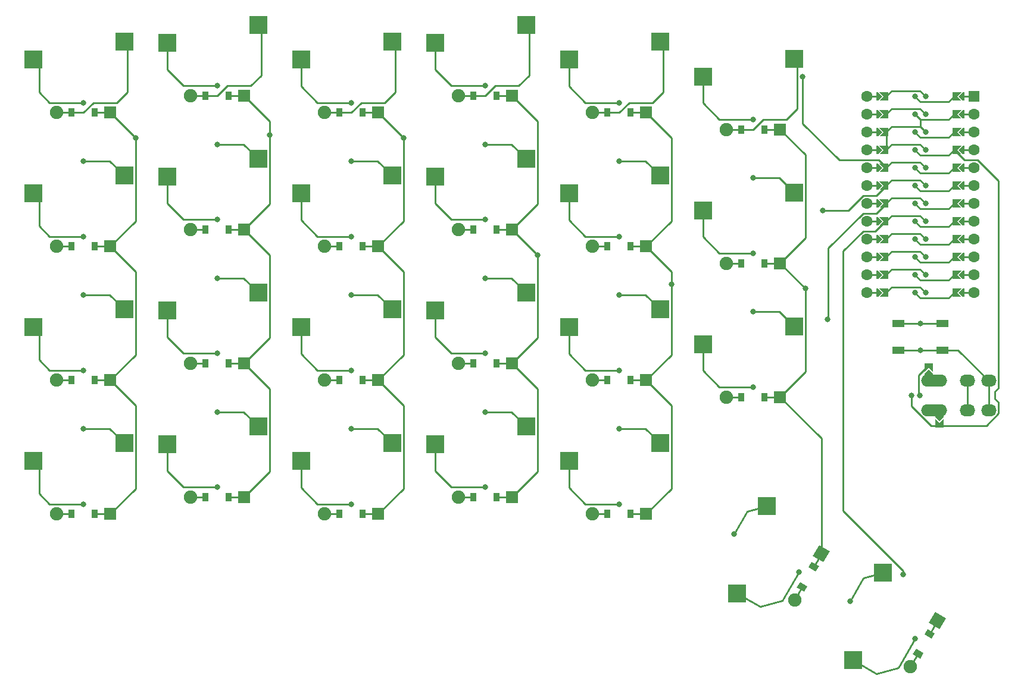
<source format=gbl>
%TF.GenerationSoftware,KiCad,Pcbnew,(5.1.9)-1*%
%TF.CreationDate,2021-08-27T08:52:58-07:00*%
%TF.ProjectId,small,736d616c-6c2e-46b6-9963-61645f706362,VERSION_HERE*%
%TF.SameCoordinates,Original*%
%TF.FileFunction,Copper,L2,Bot*%
%TF.FilePolarity,Positive*%
%FSLAX46Y46*%
G04 Gerber Fmt 4.6, Leading zero omitted, Abs format (unit mm)*
G04 Created by KiCad (PCBNEW (5.1.9)-1) date 2021-08-27 08:52:58*
%MOMM*%
%LPD*%
G01*
G04 APERTURE LIST*
%TA.AperFunction,SMDPad,CuDef*%
%ADD10C,0.100000*%
%TD*%
%TA.AperFunction,ComponentPad*%
%ADD11O,3.700000X1.700000*%
%TD*%
%TA.AperFunction,ComponentPad*%
%ADD12O,2.200000X1.700000*%
%TD*%
%TA.AperFunction,SMDPad,CuDef*%
%ADD13R,1.700000X1.000000*%
%TD*%
%TA.AperFunction,ComponentPad*%
%ADD14C,0.800000*%
%TD*%
%TA.AperFunction,ComponentPad*%
%ADD15R,1.600000X1.600000*%
%TD*%
%TA.AperFunction,ComponentPad*%
%ADD16C,1.600000*%
%TD*%
%TA.AperFunction,SMDPad,CuDef*%
%ADD17R,0.900000X1.200000*%
%TD*%
%TA.AperFunction,ComponentPad*%
%ADD18C,1.905000*%
%TD*%
%TA.AperFunction,ComponentPad*%
%ADD19R,1.778000X1.778000*%
%TD*%
%TA.AperFunction,ComponentPad*%
%ADD20C,0.100000*%
%TD*%
%TA.AperFunction,SMDPad,CuDef*%
%ADD21R,2.550000X2.500000*%
%TD*%
%TA.AperFunction,ViaPad*%
%ADD22C,0.800000*%
%TD*%
%TA.AperFunction,Conductor*%
%ADD23C,0.250000*%
%TD*%
G04 APERTURE END LIST*
%TA.AperFunction,SMDPad,CuDef*%
D10*
%TO.P,TRRS1,*%
%TO.N,*%
G36*
X272381840Y-150739880D02*
G01*
X271781840Y-151339880D01*
X271181840Y-150739880D01*
X271181840Y-150439880D01*
X272381840Y-150439880D01*
X272381840Y-150739880D01*
G37*
%TD.AperFunction*%
%TA.AperFunction,SMDPad,CuDef*%
G36*
X269681840Y-144535880D02*
G01*
X270281840Y-143935880D01*
X270881840Y-144535880D01*
X270881840Y-144835880D01*
X269681840Y-144835880D01*
X269681840Y-144535880D01*
G37*
%TD.AperFunction*%
D11*
X271031840Y-149737880D03*
%TA.AperFunction,SMDPad,CuDef*%
D10*
%TO.P,TRRS1,D*%
%TO.N,VCC*%
G36*
X272381840Y-152205880D02*
G01*
X271181840Y-152205880D01*
X271181840Y-150955880D01*
X271781840Y-151555880D01*
X272381840Y-150955880D01*
X272381840Y-152205880D01*
G37*
%TD.AperFunction*%
%TA.AperFunction,SMDPad,CuDef*%
%TO.P,TRRS1,A*%
%TO.N,P1*%
G36*
X269681840Y-143069880D02*
G01*
X270881840Y-143069880D01*
X270881840Y-144319880D01*
X270281840Y-143719880D01*
X269681840Y-144319880D01*
X269681840Y-143069880D01*
G37*
%TD.AperFunction*%
D12*
%TO.P,TRRS1,C*%
%TO.N,P0*%
X275781840Y-145537880D03*
%TO.P,TRRS1,B*%
%TO.N,GND*%
X278781840Y-145537880D03*
D11*
%TO.P,TRRS1,*%
%TO.N,*%
X271031840Y-145537880D03*
D12*
%TO.P,TRRS1,C*%
%TO.N,P0*%
X275781840Y-149737880D03*
%TO.P,TRRS1,B*%
%TO.N,GND*%
X278781840Y-149737880D03*
%TD*%
D13*
%TO.P,REF\u002A\u002A,1*%
%TO.N,RST*%
X272232380Y-137403710D03*
X265932380Y-137403710D03*
%TO.P,REF\u002A\u002A,2*%
%TO.N,GND*%
X272232380Y-141203710D03*
X265932380Y-141203710D03*
%TD*%
%TA.AperFunction,SMDPad,CuDef*%
D10*
%TO.P,MCU1,12*%
%TO.N,P9*%
G36*
X269968689Y-133036614D02*
G01*
X269968689Y-133039013D01*
X269968330Y-133042660D01*
X269968109Y-133046380D01*
X269967725Y-133048808D01*
X269967487Y-133051221D01*
X269966777Y-133054793D01*
X269966199Y-133058443D01*
X269965573Y-133060847D01*
X269965094Y-133063253D01*
X269964040Y-133066726D01*
X269963120Y-133070260D01*
X269962254Y-133072614D01*
X269961533Y-133074991D01*
X269960165Y-133078295D01*
X269958904Y-133081722D01*
X269957796Y-133084013D01*
X269956839Y-133086324D01*
X269955159Y-133089467D01*
X269953588Y-133092716D01*
X269952256Y-133094899D01*
X269951056Y-133097143D01*
X269949100Y-133100071D01*
X269947226Y-133103141D01*
X269945657Y-133105224D01*
X269944241Y-133107342D01*
X269942838Y-133109052D01*
X269942025Y-133110042D01*
X269939876Y-133112894D01*
X269938100Y-133114825D01*
X269936459Y-133116825D01*
X269933999Y-133119285D01*
X269931609Y-133121884D01*
X269929637Y-133123647D01*
X269927785Y-133125499D01*
X269925109Y-133127695D01*
X269922505Y-133130023D01*
X269920348Y-133131602D01*
X269918302Y-133133281D01*
X269915460Y-133135180D01*
X269912650Y-133137237D01*
X269910318Y-133138616D01*
X269908103Y-133140096D01*
X269905106Y-133141698D01*
X269902138Y-133143453D01*
X269899666Y-133144606D01*
X269897284Y-133145879D01*
X269894170Y-133147169D01*
X269891071Y-133148614D01*
X269888465Y-133149532D01*
X269885951Y-133150573D01*
X269882756Y-133151542D01*
X269879551Y-133152671D01*
X269876842Y-133153336D01*
X269874213Y-133154134D01*
X269870966Y-133154780D01*
X269867692Y-133155584D01*
X269864902Y-133155986D01*
X269862181Y-133156527D01*
X269858905Y-133156850D01*
X269855604Y-133157325D01*
X269852768Y-133157454D01*
X269849973Y-133157729D01*
X269846707Y-133157729D01*
X269843404Y-133157879D01*
X269840537Y-133157729D01*
X269837707Y-133157729D01*
X269834499Y-133157413D01*
X269831209Y-133157241D01*
X269828336Y-133156806D01*
X269825499Y-133156527D01*
X269822350Y-133155901D01*
X269819133Y-133155414D01*
X269816307Y-133154699D01*
X269813467Y-133154134D01*
X269810409Y-133153206D01*
X269807294Y-133152418D01*
X269804525Y-133151421D01*
X269801729Y-133150573D01*
X269798811Y-133149365D01*
X269795804Y-133148282D01*
X269793126Y-133147010D01*
X269790396Y-133145879D01*
X269787631Y-133144401D01*
X269784771Y-133143043D01*
X269782207Y-133141502D01*
X269779577Y-133140096D01*
X269776993Y-133138369D01*
X269774303Y-133136753D01*
X269771871Y-133134947D01*
X269769378Y-133133281D01*
X269766998Y-133131328D01*
X269764499Y-133129472D01*
X269762236Y-133127420D01*
X269759895Y-133125499D01*
X269757735Y-133123339D01*
X269755452Y-133121269D01*
X269026064Y-132391880D01*
X265073616Y-132391880D01*
X264344228Y-133121269D01*
X264342986Y-133122494D01*
X264333824Y-133130571D01*
X264323919Y-133137714D01*
X264313365Y-133143857D01*
X264302261Y-133148941D01*
X264290714Y-133152917D01*
X264278833Y-133155747D01*
X264266735Y-133157405D01*
X264254531Y-133157873D01*
X264242340Y-133157149D01*
X264230277Y-133155239D01*
X264218460Y-133152160D01*
X264206998Y-133147944D01*
X264196004Y-133142628D01*
X264185579Y-133136266D01*
X264175826Y-133128916D01*
X264166836Y-133120649D01*
X264158697Y-133111545D01*
X264151483Y-133101690D01*
X264145267Y-133091178D01*
X264140106Y-133080111D01*
X264136049Y-133068591D01*
X264133136Y-133056732D01*
X264131395Y-133044644D01*
X264130841Y-133032444D01*
X264131479Y-133020249D01*
X264133306Y-133008173D01*
X264136302Y-132996334D01*
X264140438Y-132984844D01*
X264145677Y-132973811D01*
X264151967Y-132963343D01*
X264159248Y-132953539D01*
X264167451Y-132944492D01*
X264933452Y-132178492D01*
X264933733Y-132178214D01*
X264933761Y-132178184D01*
X264933795Y-132178153D01*
X264934694Y-132177266D01*
X264938805Y-132173642D01*
X264942836Y-132170012D01*
X264943365Y-132169622D01*
X264943855Y-132169190D01*
X264948283Y-132165997D01*
X264952666Y-132162765D01*
X264953226Y-132162431D01*
X264953760Y-132162046D01*
X264958506Y-132159284D01*
X264963156Y-132156512D01*
X264963744Y-132156235D01*
X264964315Y-132155903D01*
X264969308Y-132153617D01*
X264974206Y-132151312D01*
X264974819Y-132151094D01*
X264975419Y-132150819D01*
X264980566Y-132149047D01*
X264985711Y-132147215D01*
X264986354Y-132147055D01*
X264986966Y-132146844D01*
X264992261Y-132145582D01*
X264997561Y-132144261D01*
X264998203Y-132144166D01*
X264998846Y-132144013D01*
X265004281Y-132143269D01*
X265009642Y-132142477D01*
X265010295Y-132142445D01*
X265010945Y-132142356D01*
X265016389Y-132142147D01*
X265021840Y-132141880D01*
X269077840Y-132141880D01*
X269078238Y-132141883D01*
X269078276Y-132141881D01*
X269078320Y-132141883D01*
X269079585Y-132141892D01*
X269085053Y-132142236D01*
X269090472Y-132142520D01*
X269091118Y-132142618D01*
X269091774Y-132142659D01*
X269097141Y-132143529D01*
X269102547Y-132144346D01*
X269103187Y-132144508D01*
X269103829Y-132144612D01*
X269109091Y-132146002D01*
X269114386Y-132147342D01*
X269114999Y-132147563D01*
X269115636Y-132147731D01*
X269120779Y-132149643D01*
X269125877Y-132151479D01*
X269126465Y-132151758D01*
X269127083Y-132151988D01*
X269131979Y-132154376D01*
X269136909Y-132156717D01*
X269137475Y-132157057D01*
X269138059Y-132157342D01*
X269142678Y-132160183D01*
X269147377Y-132163007D01*
X269147903Y-132163398D01*
X269148461Y-132163741D01*
X269152836Y-132167062D01*
X269157181Y-132170289D01*
X269157659Y-132170723D01*
X269158188Y-132171124D01*
X269162232Y-132174868D01*
X269166228Y-132178492D01*
X269932229Y-132944492D01*
X269933454Y-132945734D01*
X269934913Y-132947389D01*
X269936459Y-132948935D01*
X269938924Y-132951939D01*
X269941531Y-132954896D01*
X269942838Y-132956708D01*
X269944241Y-132958418D01*
X269946388Y-132961631D01*
X269948674Y-132964801D01*
X269949805Y-132966745D01*
X269951056Y-132968617D01*
X269952869Y-132972010D01*
X269954817Y-132975355D01*
X269955769Y-132977434D01*
X269956839Y-132979436D01*
X269958295Y-132982951D01*
X269959901Y-132986459D01*
X269960656Y-132988651D01*
X269961533Y-132990769D01*
X269962629Y-132994381D01*
X269963877Y-132998006D01*
X269964420Y-133000284D01*
X269965094Y-133002507D01*
X269965828Y-133006195D01*
X269966707Y-133009887D01*
X269967029Y-133012235D01*
X269967487Y-133014539D01*
X269967852Y-133018244D01*
X269968365Y-133021985D01*
X269968457Y-133024388D01*
X269968689Y-133026747D01*
X269968689Y-133030434D01*
X269968833Y-133034189D01*
X269968689Y-133036614D01*
G37*
%TD.AperFunction*%
%TA.AperFunction,SMDPad,CuDef*%
%TO.P,MCU1,13*%
%TO.N,col_6*%
G36*
X268194991Y-133029146D02*
G01*
X268194991Y-133026747D01*
X268195350Y-133023100D01*
X268195571Y-133019380D01*
X268195955Y-133016952D01*
X268196193Y-133014539D01*
X268196903Y-133010967D01*
X268197481Y-133007317D01*
X268198107Y-133004913D01*
X268198586Y-133002507D01*
X268199640Y-132999034D01*
X268200560Y-132995500D01*
X268201426Y-132993146D01*
X268202147Y-132990769D01*
X268203515Y-132987465D01*
X268204776Y-132984038D01*
X268205884Y-132981747D01*
X268206841Y-132979436D01*
X268208521Y-132976293D01*
X268210092Y-132973044D01*
X268211424Y-132970861D01*
X268212624Y-132968617D01*
X268214580Y-132965689D01*
X268216454Y-132962619D01*
X268218023Y-132960536D01*
X268219439Y-132958418D01*
X268220842Y-132956708D01*
X268221655Y-132955718D01*
X268223804Y-132952866D01*
X268225580Y-132950935D01*
X268227221Y-132948935D01*
X268229681Y-132946475D01*
X268232071Y-132943876D01*
X268234043Y-132942113D01*
X268235895Y-132940261D01*
X268238571Y-132938065D01*
X268241175Y-132935737D01*
X268243332Y-132934158D01*
X268245378Y-132932479D01*
X268248220Y-132930580D01*
X268251030Y-132928523D01*
X268253362Y-132927144D01*
X268255577Y-132925664D01*
X268258574Y-132924062D01*
X268261542Y-132922307D01*
X268264014Y-132921154D01*
X268266396Y-132919881D01*
X268269510Y-132918591D01*
X268272609Y-132917146D01*
X268275215Y-132916228D01*
X268277729Y-132915187D01*
X268280924Y-132914218D01*
X268284129Y-132913089D01*
X268286838Y-132912424D01*
X268289467Y-132911626D01*
X268292714Y-132910980D01*
X268295988Y-132910176D01*
X268298778Y-132909774D01*
X268301499Y-132909233D01*
X268304775Y-132908910D01*
X268308076Y-132908435D01*
X268310912Y-132908306D01*
X268313707Y-132908031D01*
X268316973Y-132908031D01*
X268320276Y-132907881D01*
X268323143Y-132908031D01*
X268325973Y-132908031D01*
X268329181Y-132908347D01*
X268332471Y-132908519D01*
X268335344Y-132908954D01*
X268338181Y-132909233D01*
X268341330Y-132909859D01*
X268344547Y-132910346D01*
X268347373Y-132911061D01*
X268350213Y-132911626D01*
X268353271Y-132912554D01*
X268356386Y-132913342D01*
X268359155Y-132914339D01*
X268361951Y-132915187D01*
X268364869Y-132916395D01*
X268367876Y-132917478D01*
X268370554Y-132918750D01*
X268373284Y-132919881D01*
X268376049Y-132921359D01*
X268378909Y-132922717D01*
X268381473Y-132924258D01*
X268384103Y-132925664D01*
X268386687Y-132927391D01*
X268389377Y-132929007D01*
X268391809Y-132930813D01*
X268394302Y-132932479D01*
X268396682Y-132934432D01*
X268399181Y-132936288D01*
X268401444Y-132938340D01*
X268403785Y-132940261D01*
X268405945Y-132942421D01*
X268408228Y-132944491D01*
X269137616Y-133673880D01*
X273090064Y-133673880D01*
X273819452Y-132944491D01*
X273820694Y-132943266D01*
X273829856Y-132935189D01*
X273839761Y-132928046D01*
X273850315Y-132921903D01*
X273861419Y-132916819D01*
X273872966Y-132912843D01*
X273884847Y-132910013D01*
X273896945Y-132908355D01*
X273909149Y-132907887D01*
X273921340Y-132908611D01*
X273933403Y-132910521D01*
X273945220Y-132913600D01*
X273956682Y-132917816D01*
X273967676Y-132923132D01*
X273978101Y-132929494D01*
X273987854Y-132936844D01*
X273996844Y-132945111D01*
X274004983Y-132954215D01*
X274012197Y-132964070D01*
X274018413Y-132974582D01*
X274023574Y-132985649D01*
X274027631Y-132997169D01*
X274030544Y-133009028D01*
X274032285Y-133021116D01*
X274032839Y-133033316D01*
X274032201Y-133045511D01*
X274030374Y-133057587D01*
X274027378Y-133069426D01*
X274023242Y-133080916D01*
X274018003Y-133091949D01*
X274011713Y-133102417D01*
X274004432Y-133112221D01*
X273996229Y-133121268D01*
X273230228Y-133887268D01*
X273229947Y-133887546D01*
X273229919Y-133887576D01*
X273229885Y-133887607D01*
X273228986Y-133888494D01*
X273224875Y-133892118D01*
X273220844Y-133895748D01*
X273220315Y-133896138D01*
X273219825Y-133896570D01*
X273215397Y-133899763D01*
X273211014Y-133902995D01*
X273210454Y-133903329D01*
X273209920Y-133903714D01*
X273205174Y-133906476D01*
X273200524Y-133909248D01*
X273199936Y-133909525D01*
X273199365Y-133909857D01*
X273194372Y-133912143D01*
X273189474Y-133914448D01*
X273188861Y-133914666D01*
X273188261Y-133914941D01*
X273183114Y-133916713D01*
X273177969Y-133918545D01*
X273177326Y-133918705D01*
X273176714Y-133918916D01*
X273171419Y-133920178D01*
X273166119Y-133921499D01*
X273165477Y-133921594D01*
X273164834Y-133921747D01*
X273159399Y-133922491D01*
X273154038Y-133923283D01*
X273153385Y-133923315D01*
X273152735Y-133923404D01*
X273147291Y-133923613D01*
X273141840Y-133923880D01*
X269085840Y-133923880D01*
X269085442Y-133923877D01*
X269085404Y-133923879D01*
X269085360Y-133923877D01*
X269084095Y-133923868D01*
X269078627Y-133923524D01*
X269073208Y-133923240D01*
X269072562Y-133923142D01*
X269071906Y-133923101D01*
X269066539Y-133922231D01*
X269061133Y-133921414D01*
X269060493Y-133921252D01*
X269059851Y-133921148D01*
X269054589Y-133919758D01*
X269049294Y-133918418D01*
X269048681Y-133918197D01*
X269048044Y-133918029D01*
X269042901Y-133916117D01*
X269037803Y-133914281D01*
X269037215Y-133914002D01*
X269036597Y-133913772D01*
X269031701Y-133911384D01*
X269026771Y-133909043D01*
X269026205Y-133908703D01*
X269025621Y-133908418D01*
X269021002Y-133905577D01*
X269016303Y-133902753D01*
X269015777Y-133902362D01*
X269015219Y-133902019D01*
X269010844Y-133898698D01*
X269006499Y-133895471D01*
X269006021Y-133895037D01*
X269005492Y-133894636D01*
X269001448Y-133890892D01*
X268997452Y-133887268D01*
X268231451Y-133121268D01*
X268230226Y-133120026D01*
X268228767Y-133118371D01*
X268227221Y-133116825D01*
X268224756Y-133113821D01*
X268222149Y-133110864D01*
X268220842Y-133109052D01*
X268219439Y-133107342D01*
X268217292Y-133104129D01*
X268215006Y-133100959D01*
X268213875Y-133099015D01*
X268212624Y-133097143D01*
X268210811Y-133093750D01*
X268208863Y-133090405D01*
X268207911Y-133088326D01*
X268206841Y-133086324D01*
X268205385Y-133082809D01*
X268203779Y-133079301D01*
X268203024Y-133077109D01*
X268202147Y-133074991D01*
X268201051Y-133071379D01*
X268199803Y-133067754D01*
X268199260Y-133065476D01*
X268198586Y-133063253D01*
X268197852Y-133059565D01*
X268196973Y-133055873D01*
X268196651Y-133053525D01*
X268196193Y-133051221D01*
X268195828Y-133047516D01*
X268195315Y-133043775D01*
X268195223Y-133041372D01*
X268194991Y-133039013D01*
X268194991Y-133035326D01*
X268194847Y-133031571D01*
X268194991Y-133029146D01*
G37*
%TD.AperFunction*%
D14*
%TO.P,MCU1,12*%
%TO.N,P9*%
X269843840Y-133032880D03*
%TO.P,MCU1,13*%
%TO.N,col_6*%
X268319840Y-133032880D03*
%TA.AperFunction,SMDPad,CuDef*%
D10*
%TO.P,MCU1,11*%
%TO.N,P8*%
G36*
X269968689Y-130496614D02*
G01*
X269968689Y-130499013D01*
X269968330Y-130502660D01*
X269968109Y-130506380D01*
X269967725Y-130508808D01*
X269967487Y-130511221D01*
X269966777Y-130514793D01*
X269966199Y-130518443D01*
X269965573Y-130520847D01*
X269965094Y-130523253D01*
X269964040Y-130526726D01*
X269963120Y-130530260D01*
X269962254Y-130532614D01*
X269961533Y-130534991D01*
X269960165Y-130538295D01*
X269958904Y-130541722D01*
X269957796Y-130544013D01*
X269956839Y-130546324D01*
X269955159Y-130549467D01*
X269953588Y-130552716D01*
X269952256Y-130554899D01*
X269951056Y-130557143D01*
X269949100Y-130560071D01*
X269947226Y-130563141D01*
X269945657Y-130565224D01*
X269944241Y-130567342D01*
X269942838Y-130569052D01*
X269942025Y-130570042D01*
X269939876Y-130572894D01*
X269938100Y-130574825D01*
X269936459Y-130576825D01*
X269933999Y-130579285D01*
X269931609Y-130581884D01*
X269929637Y-130583647D01*
X269927785Y-130585499D01*
X269925109Y-130587695D01*
X269922505Y-130590023D01*
X269920348Y-130591602D01*
X269918302Y-130593281D01*
X269915460Y-130595180D01*
X269912650Y-130597237D01*
X269910318Y-130598616D01*
X269908103Y-130600096D01*
X269905106Y-130601698D01*
X269902138Y-130603453D01*
X269899666Y-130604606D01*
X269897284Y-130605879D01*
X269894170Y-130607169D01*
X269891071Y-130608614D01*
X269888465Y-130609532D01*
X269885951Y-130610573D01*
X269882756Y-130611542D01*
X269879551Y-130612671D01*
X269876842Y-130613336D01*
X269874213Y-130614134D01*
X269870966Y-130614780D01*
X269867692Y-130615584D01*
X269864902Y-130615986D01*
X269862181Y-130616527D01*
X269858905Y-130616850D01*
X269855604Y-130617325D01*
X269852768Y-130617454D01*
X269849973Y-130617729D01*
X269846707Y-130617729D01*
X269843404Y-130617879D01*
X269840537Y-130617729D01*
X269837707Y-130617729D01*
X269834499Y-130617413D01*
X269831209Y-130617241D01*
X269828336Y-130616806D01*
X269825499Y-130616527D01*
X269822350Y-130615901D01*
X269819133Y-130615414D01*
X269816307Y-130614699D01*
X269813467Y-130614134D01*
X269810409Y-130613206D01*
X269807294Y-130612418D01*
X269804525Y-130611421D01*
X269801729Y-130610573D01*
X269798811Y-130609365D01*
X269795804Y-130608282D01*
X269793126Y-130607010D01*
X269790396Y-130605879D01*
X269787631Y-130604401D01*
X269784771Y-130603043D01*
X269782207Y-130601502D01*
X269779577Y-130600096D01*
X269776993Y-130598369D01*
X269774303Y-130596753D01*
X269771871Y-130594947D01*
X269769378Y-130593281D01*
X269766998Y-130591328D01*
X269764499Y-130589472D01*
X269762236Y-130587420D01*
X269759895Y-130585499D01*
X269757735Y-130583339D01*
X269755452Y-130581269D01*
X269026064Y-129851880D01*
X265073616Y-129851880D01*
X264344228Y-130581269D01*
X264342986Y-130582494D01*
X264333824Y-130590571D01*
X264323919Y-130597714D01*
X264313365Y-130603857D01*
X264302261Y-130608941D01*
X264290714Y-130612917D01*
X264278833Y-130615747D01*
X264266735Y-130617405D01*
X264254531Y-130617873D01*
X264242340Y-130617149D01*
X264230277Y-130615239D01*
X264218460Y-130612160D01*
X264206998Y-130607944D01*
X264196004Y-130602628D01*
X264185579Y-130596266D01*
X264175826Y-130588916D01*
X264166836Y-130580649D01*
X264158697Y-130571545D01*
X264151483Y-130561690D01*
X264145267Y-130551178D01*
X264140106Y-130540111D01*
X264136049Y-130528591D01*
X264133136Y-130516732D01*
X264131395Y-130504644D01*
X264130841Y-130492444D01*
X264131479Y-130480249D01*
X264133306Y-130468173D01*
X264136302Y-130456334D01*
X264140438Y-130444844D01*
X264145677Y-130433811D01*
X264151967Y-130423343D01*
X264159248Y-130413539D01*
X264167451Y-130404492D01*
X264933452Y-129638492D01*
X264933733Y-129638214D01*
X264933761Y-129638184D01*
X264933795Y-129638153D01*
X264934694Y-129637266D01*
X264938805Y-129633642D01*
X264942836Y-129630012D01*
X264943365Y-129629622D01*
X264943855Y-129629190D01*
X264948283Y-129625997D01*
X264952666Y-129622765D01*
X264953226Y-129622431D01*
X264953760Y-129622046D01*
X264958506Y-129619284D01*
X264963156Y-129616512D01*
X264963744Y-129616235D01*
X264964315Y-129615903D01*
X264969308Y-129613617D01*
X264974206Y-129611312D01*
X264974819Y-129611094D01*
X264975419Y-129610819D01*
X264980566Y-129609047D01*
X264985711Y-129607215D01*
X264986354Y-129607055D01*
X264986966Y-129606844D01*
X264992261Y-129605582D01*
X264997561Y-129604261D01*
X264998203Y-129604166D01*
X264998846Y-129604013D01*
X265004281Y-129603269D01*
X265009642Y-129602477D01*
X265010295Y-129602445D01*
X265010945Y-129602356D01*
X265016389Y-129602147D01*
X265021840Y-129601880D01*
X269077840Y-129601880D01*
X269078238Y-129601883D01*
X269078276Y-129601881D01*
X269078320Y-129601883D01*
X269079585Y-129601892D01*
X269085053Y-129602236D01*
X269090472Y-129602520D01*
X269091118Y-129602618D01*
X269091774Y-129602659D01*
X269097141Y-129603529D01*
X269102547Y-129604346D01*
X269103187Y-129604508D01*
X269103829Y-129604612D01*
X269109091Y-129606002D01*
X269114386Y-129607342D01*
X269114999Y-129607563D01*
X269115636Y-129607731D01*
X269120779Y-129609643D01*
X269125877Y-129611479D01*
X269126465Y-129611758D01*
X269127083Y-129611988D01*
X269131979Y-129614376D01*
X269136909Y-129616717D01*
X269137475Y-129617057D01*
X269138059Y-129617342D01*
X269142678Y-129620183D01*
X269147377Y-129623007D01*
X269147903Y-129623398D01*
X269148461Y-129623741D01*
X269152836Y-129627062D01*
X269157181Y-129630289D01*
X269157659Y-129630723D01*
X269158188Y-129631124D01*
X269162232Y-129634868D01*
X269166228Y-129638492D01*
X269932229Y-130404492D01*
X269933454Y-130405734D01*
X269934913Y-130407389D01*
X269936459Y-130408935D01*
X269938924Y-130411939D01*
X269941531Y-130414896D01*
X269942838Y-130416708D01*
X269944241Y-130418418D01*
X269946388Y-130421631D01*
X269948674Y-130424801D01*
X269949805Y-130426745D01*
X269951056Y-130428617D01*
X269952869Y-130432010D01*
X269954817Y-130435355D01*
X269955769Y-130437434D01*
X269956839Y-130439436D01*
X269958295Y-130442951D01*
X269959901Y-130446459D01*
X269960656Y-130448651D01*
X269961533Y-130450769D01*
X269962629Y-130454381D01*
X269963877Y-130458006D01*
X269964420Y-130460284D01*
X269965094Y-130462507D01*
X269965828Y-130466195D01*
X269966707Y-130469887D01*
X269967029Y-130472235D01*
X269967487Y-130474539D01*
X269967852Y-130478244D01*
X269968365Y-130481985D01*
X269968457Y-130484388D01*
X269968689Y-130486747D01*
X269968689Y-130490434D01*
X269968833Y-130494189D01*
X269968689Y-130496614D01*
G37*
%TD.AperFunction*%
%TA.AperFunction,SMDPad,CuDef*%
%TO.P,MCU1,14*%
%TO.N,col_5*%
G36*
X268194991Y-130489146D02*
G01*
X268194991Y-130486747D01*
X268195350Y-130483100D01*
X268195571Y-130479380D01*
X268195955Y-130476952D01*
X268196193Y-130474539D01*
X268196903Y-130470967D01*
X268197481Y-130467317D01*
X268198107Y-130464913D01*
X268198586Y-130462507D01*
X268199640Y-130459034D01*
X268200560Y-130455500D01*
X268201426Y-130453146D01*
X268202147Y-130450769D01*
X268203515Y-130447465D01*
X268204776Y-130444038D01*
X268205884Y-130441747D01*
X268206841Y-130439436D01*
X268208521Y-130436293D01*
X268210092Y-130433044D01*
X268211424Y-130430861D01*
X268212624Y-130428617D01*
X268214580Y-130425689D01*
X268216454Y-130422619D01*
X268218023Y-130420536D01*
X268219439Y-130418418D01*
X268220842Y-130416708D01*
X268221655Y-130415718D01*
X268223804Y-130412866D01*
X268225580Y-130410935D01*
X268227221Y-130408935D01*
X268229681Y-130406475D01*
X268232071Y-130403876D01*
X268234043Y-130402113D01*
X268235895Y-130400261D01*
X268238571Y-130398065D01*
X268241175Y-130395737D01*
X268243332Y-130394158D01*
X268245378Y-130392479D01*
X268248220Y-130390580D01*
X268251030Y-130388523D01*
X268253362Y-130387144D01*
X268255577Y-130385664D01*
X268258574Y-130384062D01*
X268261542Y-130382307D01*
X268264014Y-130381154D01*
X268266396Y-130379881D01*
X268269510Y-130378591D01*
X268272609Y-130377146D01*
X268275215Y-130376228D01*
X268277729Y-130375187D01*
X268280924Y-130374218D01*
X268284129Y-130373089D01*
X268286838Y-130372424D01*
X268289467Y-130371626D01*
X268292714Y-130370980D01*
X268295988Y-130370176D01*
X268298778Y-130369774D01*
X268301499Y-130369233D01*
X268304775Y-130368910D01*
X268308076Y-130368435D01*
X268310912Y-130368306D01*
X268313707Y-130368031D01*
X268316973Y-130368031D01*
X268320276Y-130367881D01*
X268323143Y-130368031D01*
X268325973Y-130368031D01*
X268329181Y-130368347D01*
X268332471Y-130368519D01*
X268335344Y-130368954D01*
X268338181Y-130369233D01*
X268341330Y-130369859D01*
X268344547Y-130370346D01*
X268347373Y-130371061D01*
X268350213Y-130371626D01*
X268353271Y-130372554D01*
X268356386Y-130373342D01*
X268359155Y-130374339D01*
X268361951Y-130375187D01*
X268364869Y-130376395D01*
X268367876Y-130377478D01*
X268370554Y-130378750D01*
X268373284Y-130379881D01*
X268376049Y-130381359D01*
X268378909Y-130382717D01*
X268381473Y-130384258D01*
X268384103Y-130385664D01*
X268386687Y-130387391D01*
X268389377Y-130389007D01*
X268391809Y-130390813D01*
X268394302Y-130392479D01*
X268396682Y-130394432D01*
X268399181Y-130396288D01*
X268401444Y-130398340D01*
X268403785Y-130400261D01*
X268405945Y-130402421D01*
X268408228Y-130404491D01*
X269137616Y-131133880D01*
X273090064Y-131133880D01*
X273819452Y-130404491D01*
X273820694Y-130403266D01*
X273829856Y-130395189D01*
X273839761Y-130388046D01*
X273850315Y-130381903D01*
X273861419Y-130376819D01*
X273872966Y-130372843D01*
X273884847Y-130370013D01*
X273896945Y-130368355D01*
X273909149Y-130367887D01*
X273921340Y-130368611D01*
X273933403Y-130370521D01*
X273945220Y-130373600D01*
X273956682Y-130377816D01*
X273967676Y-130383132D01*
X273978101Y-130389494D01*
X273987854Y-130396844D01*
X273996844Y-130405111D01*
X274004983Y-130414215D01*
X274012197Y-130424070D01*
X274018413Y-130434582D01*
X274023574Y-130445649D01*
X274027631Y-130457169D01*
X274030544Y-130469028D01*
X274032285Y-130481116D01*
X274032839Y-130493316D01*
X274032201Y-130505511D01*
X274030374Y-130517587D01*
X274027378Y-130529426D01*
X274023242Y-130540916D01*
X274018003Y-130551949D01*
X274011713Y-130562417D01*
X274004432Y-130572221D01*
X273996229Y-130581268D01*
X273230228Y-131347268D01*
X273229947Y-131347546D01*
X273229919Y-131347576D01*
X273229885Y-131347607D01*
X273228986Y-131348494D01*
X273224875Y-131352118D01*
X273220844Y-131355748D01*
X273220315Y-131356138D01*
X273219825Y-131356570D01*
X273215397Y-131359763D01*
X273211014Y-131362995D01*
X273210454Y-131363329D01*
X273209920Y-131363714D01*
X273205174Y-131366476D01*
X273200524Y-131369248D01*
X273199936Y-131369525D01*
X273199365Y-131369857D01*
X273194372Y-131372143D01*
X273189474Y-131374448D01*
X273188861Y-131374666D01*
X273188261Y-131374941D01*
X273183114Y-131376713D01*
X273177969Y-131378545D01*
X273177326Y-131378705D01*
X273176714Y-131378916D01*
X273171419Y-131380178D01*
X273166119Y-131381499D01*
X273165477Y-131381594D01*
X273164834Y-131381747D01*
X273159399Y-131382491D01*
X273154038Y-131383283D01*
X273153385Y-131383315D01*
X273152735Y-131383404D01*
X273147291Y-131383613D01*
X273141840Y-131383880D01*
X269085840Y-131383880D01*
X269085442Y-131383877D01*
X269085404Y-131383879D01*
X269085360Y-131383877D01*
X269084095Y-131383868D01*
X269078627Y-131383524D01*
X269073208Y-131383240D01*
X269072562Y-131383142D01*
X269071906Y-131383101D01*
X269066539Y-131382231D01*
X269061133Y-131381414D01*
X269060493Y-131381252D01*
X269059851Y-131381148D01*
X269054589Y-131379758D01*
X269049294Y-131378418D01*
X269048681Y-131378197D01*
X269048044Y-131378029D01*
X269042901Y-131376117D01*
X269037803Y-131374281D01*
X269037215Y-131374002D01*
X269036597Y-131373772D01*
X269031701Y-131371384D01*
X269026771Y-131369043D01*
X269026205Y-131368703D01*
X269025621Y-131368418D01*
X269021002Y-131365577D01*
X269016303Y-131362753D01*
X269015777Y-131362362D01*
X269015219Y-131362019D01*
X269010844Y-131358698D01*
X269006499Y-131355471D01*
X269006021Y-131355037D01*
X269005492Y-131354636D01*
X269001448Y-131350892D01*
X268997452Y-131347268D01*
X268231451Y-130581268D01*
X268230226Y-130580026D01*
X268228767Y-130578371D01*
X268227221Y-130576825D01*
X268224756Y-130573821D01*
X268222149Y-130570864D01*
X268220842Y-130569052D01*
X268219439Y-130567342D01*
X268217292Y-130564129D01*
X268215006Y-130560959D01*
X268213875Y-130559015D01*
X268212624Y-130557143D01*
X268210811Y-130553750D01*
X268208863Y-130550405D01*
X268207911Y-130548326D01*
X268206841Y-130546324D01*
X268205385Y-130542809D01*
X268203779Y-130539301D01*
X268203024Y-130537109D01*
X268202147Y-130534991D01*
X268201051Y-130531379D01*
X268199803Y-130527754D01*
X268199260Y-130525476D01*
X268198586Y-130523253D01*
X268197852Y-130519565D01*
X268196973Y-130515873D01*
X268196651Y-130513525D01*
X268196193Y-130511221D01*
X268195828Y-130507516D01*
X268195315Y-130503775D01*
X268195223Y-130501372D01*
X268194991Y-130499013D01*
X268194991Y-130495326D01*
X268194847Y-130491571D01*
X268194991Y-130489146D01*
G37*
%TD.AperFunction*%
D14*
%TO.P,MCU1,11*%
%TO.N,P8*%
X269843840Y-130492880D03*
%TO.P,MCU1,14*%
%TO.N,col_5*%
X268319840Y-130492880D03*
%TA.AperFunction,SMDPad,CuDef*%
D10*
%TO.P,MCU1,10*%
%TO.N,P7*%
G36*
X269968689Y-127956614D02*
G01*
X269968689Y-127959013D01*
X269968330Y-127962660D01*
X269968109Y-127966380D01*
X269967725Y-127968808D01*
X269967487Y-127971221D01*
X269966777Y-127974793D01*
X269966199Y-127978443D01*
X269965573Y-127980847D01*
X269965094Y-127983253D01*
X269964040Y-127986726D01*
X269963120Y-127990260D01*
X269962254Y-127992614D01*
X269961533Y-127994991D01*
X269960165Y-127998295D01*
X269958904Y-128001722D01*
X269957796Y-128004013D01*
X269956839Y-128006324D01*
X269955159Y-128009467D01*
X269953588Y-128012716D01*
X269952256Y-128014899D01*
X269951056Y-128017143D01*
X269949100Y-128020071D01*
X269947226Y-128023141D01*
X269945657Y-128025224D01*
X269944241Y-128027342D01*
X269942838Y-128029052D01*
X269942025Y-128030042D01*
X269939876Y-128032894D01*
X269938100Y-128034825D01*
X269936459Y-128036825D01*
X269933999Y-128039285D01*
X269931609Y-128041884D01*
X269929637Y-128043647D01*
X269927785Y-128045499D01*
X269925109Y-128047695D01*
X269922505Y-128050023D01*
X269920348Y-128051602D01*
X269918302Y-128053281D01*
X269915460Y-128055180D01*
X269912650Y-128057237D01*
X269910318Y-128058616D01*
X269908103Y-128060096D01*
X269905106Y-128061698D01*
X269902138Y-128063453D01*
X269899666Y-128064606D01*
X269897284Y-128065879D01*
X269894170Y-128067169D01*
X269891071Y-128068614D01*
X269888465Y-128069532D01*
X269885951Y-128070573D01*
X269882756Y-128071542D01*
X269879551Y-128072671D01*
X269876842Y-128073336D01*
X269874213Y-128074134D01*
X269870966Y-128074780D01*
X269867692Y-128075584D01*
X269864902Y-128075986D01*
X269862181Y-128076527D01*
X269858905Y-128076850D01*
X269855604Y-128077325D01*
X269852768Y-128077454D01*
X269849973Y-128077729D01*
X269846707Y-128077729D01*
X269843404Y-128077879D01*
X269840537Y-128077729D01*
X269837707Y-128077729D01*
X269834499Y-128077413D01*
X269831209Y-128077241D01*
X269828336Y-128076806D01*
X269825499Y-128076527D01*
X269822350Y-128075901D01*
X269819133Y-128075414D01*
X269816307Y-128074699D01*
X269813467Y-128074134D01*
X269810409Y-128073206D01*
X269807294Y-128072418D01*
X269804525Y-128071421D01*
X269801729Y-128070573D01*
X269798811Y-128069365D01*
X269795804Y-128068282D01*
X269793126Y-128067010D01*
X269790396Y-128065879D01*
X269787631Y-128064401D01*
X269784771Y-128063043D01*
X269782207Y-128061502D01*
X269779577Y-128060096D01*
X269776993Y-128058369D01*
X269774303Y-128056753D01*
X269771871Y-128054947D01*
X269769378Y-128053281D01*
X269766998Y-128051328D01*
X269764499Y-128049472D01*
X269762236Y-128047420D01*
X269759895Y-128045499D01*
X269757735Y-128043339D01*
X269755452Y-128041269D01*
X269026064Y-127311880D01*
X265073616Y-127311880D01*
X264344228Y-128041269D01*
X264342986Y-128042494D01*
X264333824Y-128050571D01*
X264323919Y-128057714D01*
X264313365Y-128063857D01*
X264302261Y-128068941D01*
X264290714Y-128072917D01*
X264278833Y-128075747D01*
X264266735Y-128077405D01*
X264254531Y-128077873D01*
X264242340Y-128077149D01*
X264230277Y-128075239D01*
X264218460Y-128072160D01*
X264206998Y-128067944D01*
X264196004Y-128062628D01*
X264185579Y-128056266D01*
X264175826Y-128048916D01*
X264166836Y-128040649D01*
X264158697Y-128031545D01*
X264151483Y-128021690D01*
X264145267Y-128011178D01*
X264140106Y-128000111D01*
X264136049Y-127988591D01*
X264133136Y-127976732D01*
X264131395Y-127964644D01*
X264130841Y-127952444D01*
X264131479Y-127940249D01*
X264133306Y-127928173D01*
X264136302Y-127916334D01*
X264140438Y-127904844D01*
X264145677Y-127893811D01*
X264151967Y-127883343D01*
X264159248Y-127873539D01*
X264167451Y-127864492D01*
X264933452Y-127098492D01*
X264933733Y-127098214D01*
X264933761Y-127098184D01*
X264933795Y-127098153D01*
X264934694Y-127097266D01*
X264938805Y-127093642D01*
X264942836Y-127090012D01*
X264943365Y-127089622D01*
X264943855Y-127089190D01*
X264948283Y-127085997D01*
X264952666Y-127082765D01*
X264953226Y-127082431D01*
X264953760Y-127082046D01*
X264958506Y-127079284D01*
X264963156Y-127076512D01*
X264963744Y-127076235D01*
X264964315Y-127075903D01*
X264969308Y-127073617D01*
X264974206Y-127071312D01*
X264974819Y-127071094D01*
X264975419Y-127070819D01*
X264980566Y-127069047D01*
X264985711Y-127067215D01*
X264986354Y-127067055D01*
X264986966Y-127066844D01*
X264992261Y-127065582D01*
X264997561Y-127064261D01*
X264998203Y-127064166D01*
X264998846Y-127064013D01*
X265004281Y-127063269D01*
X265009642Y-127062477D01*
X265010295Y-127062445D01*
X265010945Y-127062356D01*
X265016389Y-127062147D01*
X265021840Y-127061880D01*
X269077840Y-127061880D01*
X269078238Y-127061883D01*
X269078276Y-127061881D01*
X269078320Y-127061883D01*
X269079585Y-127061892D01*
X269085053Y-127062236D01*
X269090472Y-127062520D01*
X269091118Y-127062618D01*
X269091774Y-127062659D01*
X269097141Y-127063529D01*
X269102547Y-127064346D01*
X269103187Y-127064508D01*
X269103829Y-127064612D01*
X269109091Y-127066002D01*
X269114386Y-127067342D01*
X269114999Y-127067563D01*
X269115636Y-127067731D01*
X269120779Y-127069643D01*
X269125877Y-127071479D01*
X269126465Y-127071758D01*
X269127083Y-127071988D01*
X269131979Y-127074376D01*
X269136909Y-127076717D01*
X269137475Y-127077057D01*
X269138059Y-127077342D01*
X269142678Y-127080183D01*
X269147377Y-127083007D01*
X269147903Y-127083398D01*
X269148461Y-127083741D01*
X269152836Y-127087062D01*
X269157181Y-127090289D01*
X269157659Y-127090723D01*
X269158188Y-127091124D01*
X269162232Y-127094868D01*
X269166228Y-127098492D01*
X269932229Y-127864492D01*
X269933454Y-127865734D01*
X269934913Y-127867389D01*
X269936459Y-127868935D01*
X269938924Y-127871939D01*
X269941531Y-127874896D01*
X269942838Y-127876708D01*
X269944241Y-127878418D01*
X269946388Y-127881631D01*
X269948674Y-127884801D01*
X269949805Y-127886745D01*
X269951056Y-127888617D01*
X269952869Y-127892010D01*
X269954817Y-127895355D01*
X269955769Y-127897434D01*
X269956839Y-127899436D01*
X269958295Y-127902951D01*
X269959901Y-127906459D01*
X269960656Y-127908651D01*
X269961533Y-127910769D01*
X269962629Y-127914381D01*
X269963877Y-127918006D01*
X269964420Y-127920284D01*
X269965094Y-127922507D01*
X269965828Y-127926195D01*
X269966707Y-127929887D01*
X269967029Y-127932235D01*
X269967487Y-127934539D01*
X269967852Y-127938244D01*
X269968365Y-127941985D01*
X269968457Y-127944388D01*
X269968689Y-127946747D01*
X269968689Y-127950434D01*
X269968833Y-127954189D01*
X269968689Y-127956614D01*
G37*
%TD.AperFunction*%
%TA.AperFunction,SMDPad,CuDef*%
%TO.P,MCU1,15*%
%TO.N,col_4*%
G36*
X268194991Y-127949146D02*
G01*
X268194991Y-127946747D01*
X268195350Y-127943100D01*
X268195571Y-127939380D01*
X268195955Y-127936952D01*
X268196193Y-127934539D01*
X268196903Y-127930967D01*
X268197481Y-127927317D01*
X268198107Y-127924913D01*
X268198586Y-127922507D01*
X268199640Y-127919034D01*
X268200560Y-127915500D01*
X268201426Y-127913146D01*
X268202147Y-127910769D01*
X268203515Y-127907465D01*
X268204776Y-127904038D01*
X268205884Y-127901747D01*
X268206841Y-127899436D01*
X268208521Y-127896293D01*
X268210092Y-127893044D01*
X268211424Y-127890861D01*
X268212624Y-127888617D01*
X268214580Y-127885689D01*
X268216454Y-127882619D01*
X268218023Y-127880536D01*
X268219439Y-127878418D01*
X268220842Y-127876708D01*
X268221655Y-127875718D01*
X268223804Y-127872866D01*
X268225580Y-127870935D01*
X268227221Y-127868935D01*
X268229681Y-127866475D01*
X268232071Y-127863876D01*
X268234043Y-127862113D01*
X268235895Y-127860261D01*
X268238571Y-127858065D01*
X268241175Y-127855737D01*
X268243332Y-127854158D01*
X268245378Y-127852479D01*
X268248220Y-127850580D01*
X268251030Y-127848523D01*
X268253362Y-127847144D01*
X268255577Y-127845664D01*
X268258574Y-127844062D01*
X268261542Y-127842307D01*
X268264014Y-127841154D01*
X268266396Y-127839881D01*
X268269510Y-127838591D01*
X268272609Y-127837146D01*
X268275215Y-127836228D01*
X268277729Y-127835187D01*
X268280924Y-127834218D01*
X268284129Y-127833089D01*
X268286838Y-127832424D01*
X268289467Y-127831626D01*
X268292714Y-127830980D01*
X268295988Y-127830176D01*
X268298778Y-127829774D01*
X268301499Y-127829233D01*
X268304775Y-127828910D01*
X268308076Y-127828435D01*
X268310912Y-127828306D01*
X268313707Y-127828031D01*
X268316973Y-127828031D01*
X268320276Y-127827881D01*
X268323143Y-127828031D01*
X268325973Y-127828031D01*
X268329181Y-127828347D01*
X268332471Y-127828519D01*
X268335344Y-127828954D01*
X268338181Y-127829233D01*
X268341330Y-127829859D01*
X268344547Y-127830346D01*
X268347373Y-127831061D01*
X268350213Y-127831626D01*
X268353271Y-127832554D01*
X268356386Y-127833342D01*
X268359155Y-127834339D01*
X268361951Y-127835187D01*
X268364869Y-127836395D01*
X268367876Y-127837478D01*
X268370554Y-127838750D01*
X268373284Y-127839881D01*
X268376049Y-127841359D01*
X268378909Y-127842717D01*
X268381473Y-127844258D01*
X268384103Y-127845664D01*
X268386687Y-127847391D01*
X268389377Y-127849007D01*
X268391809Y-127850813D01*
X268394302Y-127852479D01*
X268396682Y-127854432D01*
X268399181Y-127856288D01*
X268401444Y-127858340D01*
X268403785Y-127860261D01*
X268405945Y-127862421D01*
X268408228Y-127864491D01*
X269137616Y-128593880D01*
X273090064Y-128593880D01*
X273819452Y-127864491D01*
X273820694Y-127863266D01*
X273829856Y-127855189D01*
X273839761Y-127848046D01*
X273850315Y-127841903D01*
X273861419Y-127836819D01*
X273872966Y-127832843D01*
X273884847Y-127830013D01*
X273896945Y-127828355D01*
X273909149Y-127827887D01*
X273921340Y-127828611D01*
X273933403Y-127830521D01*
X273945220Y-127833600D01*
X273956682Y-127837816D01*
X273967676Y-127843132D01*
X273978101Y-127849494D01*
X273987854Y-127856844D01*
X273996844Y-127865111D01*
X274004983Y-127874215D01*
X274012197Y-127884070D01*
X274018413Y-127894582D01*
X274023574Y-127905649D01*
X274027631Y-127917169D01*
X274030544Y-127929028D01*
X274032285Y-127941116D01*
X274032839Y-127953316D01*
X274032201Y-127965511D01*
X274030374Y-127977587D01*
X274027378Y-127989426D01*
X274023242Y-128000916D01*
X274018003Y-128011949D01*
X274011713Y-128022417D01*
X274004432Y-128032221D01*
X273996229Y-128041268D01*
X273230228Y-128807268D01*
X273229947Y-128807546D01*
X273229919Y-128807576D01*
X273229885Y-128807607D01*
X273228986Y-128808494D01*
X273224875Y-128812118D01*
X273220844Y-128815748D01*
X273220315Y-128816138D01*
X273219825Y-128816570D01*
X273215397Y-128819763D01*
X273211014Y-128822995D01*
X273210454Y-128823329D01*
X273209920Y-128823714D01*
X273205174Y-128826476D01*
X273200524Y-128829248D01*
X273199936Y-128829525D01*
X273199365Y-128829857D01*
X273194372Y-128832143D01*
X273189474Y-128834448D01*
X273188861Y-128834666D01*
X273188261Y-128834941D01*
X273183114Y-128836713D01*
X273177969Y-128838545D01*
X273177326Y-128838705D01*
X273176714Y-128838916D01*
X273171419Y-128840178D01*
X273166119Y-128841499D01*
X273165477Y-128841594D01*
X273164834Y-128841747D01*
X273159399Y-128842491D01*
X273154038Y-128843283D01*
X273153385Y-128843315D01*
X273152735Y-128843404D01*
X273147291Y-128843613D01*
X273141840Y-128843880D01*
X269085840Y-128843880D01*
X269085442Y-128843877D01*
X269085404Y-128843879D01*
X269085360Y-128843877D01*
X269084095Y-128843868D01*
X269078627Y-128843524D01*
X269073208Y-128843240D01*
X269072562Y-128843142D01*
X269071906Y-128843101D01*
X269066539Y-128842231D01*
X269061133Y-128841414D01*
X269060493Y-128841252D01*
X269059851Y-128841148D01*
X269054589Y-128839758D01*
X269049294Y-128838418D01*
X269048681Y-128838197D01*
X269048044Y-128838029D01*
X269042901Y-128836117D01*
X269037803Y-128834281D01*
X269037215Y-128834002D01*
X269036597Y-128833772D01*
X269031701Y-128831384D01*
X269026771Y-128829043D01*
X269026205Y-128828703D01*
X269025621Y-128828418D01*
X269021002Y-128825577D01*
X269016303Y-128822753D01*
X269015777Y-128822362D01*
X269015219Y-128822019D01*
X269010844Y-128818698D01*
X269006499Y-128815471D01*
X269006021Y-128815037D01*
X269005492Y-128814636D01*
X269001448Y-128810892D01*
X268997452Y-128807268D01*
X268231451Y-128041268D01*
X268230226Y-128040026D01*
X268228767Y-128038371D01*
X268227221Y-128036825D01*
X268224756Y-128033821D01*
X268222149Y-128030864D01*
X268220842Y-128029052D01*
X268219439Y-128027342D01*
X268217292Y-128024129D01*
X268215006Y-128020959D01*
X268213875Y-128019015D01*
X268212624Y-128017143D01*
X268210811Y-128013750D01*
X268208863Y-128010405D01*
X268207911Y-128008326D01*
X268206841Y-128006324D01*
X268205385Y-128002809D01*
X268203779Y-127999301D01*
X268203024Y-127997109D01*
X268202147Y-127994991D01*
X268201051Y-127991379D01*
X268199803Y-127987754D01*
X268199260Y-127985476D01*
X268198586Y-127983253D01*
X268197852Y-127979565D01*
X268196973Y-127975873D01*
X268196651Y-127973525D01*
X268196193Y-127971221D01*
X268195828Y-127967516D01*
X268195315Y-127963775D01*
X268195223Y-127961372D01*
X268194991Y-127959013D01*
X268194991Y-127955326D01*
X268194847Y-127951571D01*
X268194991Y-127949146D01*
G37*
%TD.AperFunction*%
D14*
%TO.P,MCU1,10*%
%TO.N,P7*%
X269843840Y-127952880D03*
%TO.P,MCU1,15*%
%TO.N,col_4*%
X268319840Y-127952880D03*
%TA.AperFunction,SMDPad,CuDef*%
D10*
%TO.P,MCU1,9*%
%TO.N,P6*%
G36*
X269968689Y-125416614D02*
G01*
X269968689Y-125419013D01*
X269968330Y-125422660D01*
X269968109Y-125426380D01*
X269967725Y-125428808D01*
X269967487Y-125431221D01*
X269966777Y-125434793D01*
X269966199Y-125438443D01*
X269965573Y-125440847D01*
X269965094Y-125443253D01*
X269964040Y-125446726D01*
X269963120Y-125450260D01*
X269962254Y-125452614D01*
X269961533Y-125454991D01*
X269960165Y-125458295D01*
X269958904Y-125461722D01*
X269957796Y-125464013D01*
X269956839Y-125466324D01*
X269955159Y-125469467D01*
X269953588Y-125472716D01*
X269952256Y-125474899D01*
X269951056Y-125477143D01*
X269949100Y-125480071D01*
X269947226Y-125483141D01*
X269945657Y-125485224D01*
X269944241Y-125487342D01*
X269942838Y-125489052D01*
X269942025Y-125490042D01*
X269939876Y-125492894D01*
X269938100Y-125494825D01*
X269936459Y-125496825D01*
X269933999Y-125499285D01*
X269931609Y-125501884D01*
X269929637Y-125503647D01*
X269927785Y-125505499D01*
X269925109Y-125507695D01*
X269922505Y-125510023D01*
X269920348Y-125511602D01*
X269918302Y-125513281D01*
X269915460Y-125515180D01*
X269912650Y-125517237D01*
X269910318Y-125518616D01*
X269908103Y-125520096D01*
X269905106Y-125521698D01*
X269902138Y-125523453D01*
X269899666Y-125524606D01*
X269897284Y-125525879D01*
X269894170Y-125527169D01*
X269891071Y-125528614D01*
X269888465Y-125529532D01*
X269885951Y-125530573D01*
X269882756Y-125531542D01*
X269879551Y-125532671D01*
X269876842Y-125533336D01*
X269874213Y-125534134D01*
X269870966Y-125534780D01*
X269867692Y-125535584D01*
X269864902Y-125535986D01*
X269862181Y-125536527D01*
X269858905Y-125536850D01*
X269855604Y-125537325D01*
X269852768Y-125537454D01*
X269849973Y-125537729D01*
X269846707Y-125537729D01*
X269843404Y-125537879D01*
X269840537Y-125537729D01*
X269837707Y-125537729D01*
X269834499Y-125537413D01*
X269831209Y-125537241D01*
X269828336Y-125536806D01*
X269825499Y-125536527D01*
X269822350Y-125535901D01*
X269819133Y-125535414D01*
X269816307Y-125534699D01*
X269813467Y-125534134D01*
X269810409Y-125533206D01*
X269807294Y-125532418D01*
X269804525Y-125531421D01*
X269801729Y-125530573D01*
X269798811Y-125529365D01*
X269795804Y-125528282D01*
X269793126Y-125527010D01*
X269790396Y-125525879D01*
X269787631Y-125524401D01*
X269784771Y-125523043D01*
X269782207Y-125521502D01*
X269779577Y-125520096D01*
X269776993Y-125518369D01*
X269774303Y-125516753D01*
X269771871Y-125514947D01*
X269769378Y-125513281D01*
X269766998Y-125511328D01*
X269764499Y-125509472D01*
X269762236Y-125507420D01*
X269759895Y-125505499D01*
X269757735Y-125503339D01*
X269755452Y-125501269D01*
X269026064Y-124771880D01*
X265073616Y-124771880D01*
X264344228Y-125501269D01*
X264342986Y-125502494D01*
X264333824Y-125510571D01*
X264323919Y-125517714D01*
X264313365Y-125523857D01*
X264302261Y-125528941D01*
X264290714Y-125532917D01*
X264278833Y-125535747D01*
X264266735Y-125537405D01*
X264254531Y-125537873D01*
X264242340Y-125537149D01*
X264230277Y-125535239D01*
X264218460Y-125532160D01*
X264206998Y-125527944D01*
X264196004Y-125522628D01*
X264185579Y-125516266D01*
X264175826Y-125508916D01*
X264166836Y-125500649D01*
X264158697Y-125491545D01*
X264151483Y-125481690D01*
X264145267Y-125471178D01*
X264140106Y-125460111D01*
X264136049Y-125448591D01*
X264133136Y-125436732D01*
X264131395Y-125424644D01*
X264130841Y-125412444D01*
X264131479Y-125400249D01*
X264133306Y-125388173D01*
X264136302Y-125376334D01*
X264140438Y-125364844D01*
X264145677Y-125353811D01*
X264151967Y-125343343D01*
X264159248Y-125333539D01*
X264167451Y-125324492D01*
X264933452Y-124558492D01*
X264933733Y-124558214D01*
X264933761Y-124558184D01*
X264933795Y-124558153D01*
X264934694Y-124557266D01*
X264938805Y-124553642D01*
X264942836Y-124550012D01*
X264943365Y-124549622D01*
X264943855Y-124549190D01*
X264948283Y-124545997D01*
X264952666Y-124542765D01*
X264953226Y-124542431D01*
X264953760Y-124542046D01*
X264958506Y-124539284D01*
X264963156Y-124536512D01*
X264963744Y-124536235D01*
X264964315Y-124535903D01*
X264969308Y-124533617D01*
X264974206Y-124531312D01*
X264974819Y-124531094D01*
X264975419Y-124530819D01*
X264980566Y-124529047D01*
X264985711Y-124527215D01*
X264986354Y-124527055D01*
X264986966Y-124526844D01*
X264992261Y-124525582D01*
X264997561Y-124524261D01*
X264998203Y-124524166D01*
X264998846Y-124524013D01*
X265004281Y-124523269D01*
X265009642Y-124522477D01*
X265010295Y-124522445D01*
X265010945Y-124522356D01*
X265016389Y-124522147D01*
X265021840Y-124521880D01*
X269077840Y-124521880D01*
X269078238Y-124521883D01*
X269078276Y-124521881D01*
X269078320Y-124521883D01*
X269079585Y-124521892D01*
X269085053Y-124522236D01*
X269090472Y-124522520D01*
X269091118Y-124522618D01*
X269091774Y-124522659D01*
X269097141Y-124523529D01*
X269102547Y-124524346D01*
X269103187Y-124524508D01*
X269103829Y-124524612D01*
X269109091Y-124526002D01*
X269114386Y-124527342D01*
X269114999Y-124527563D01*
X269115636Y-124527731D01*
X269120779Y-124529643D01*
X269125877Y-124531479D01*
X269126465Y-124531758D01*
X269127083Y-124531988D01*
X269131979Y-124534376D01*
X269136909Y-124536717D01*
X269137475Y-124537057D01*
X269138059Y-124537342D01*
X269142678Y-124540183D01*
X269147377Y-124543007D01*
X269147903Y-124543398D01*
X269148461Y-124543741D01*
X269152836Y-124547062D01*
X269157181Y-124550289D01*
X269157659Y-124550723D01*
X269158188Y-124551124D01*
X269162232Y-124554868D01*
X269166228Y-124558492D01*
X269932229Y-125324492D01*
X269933454Y-125325734D01*
X269934913Y-125327389D01*
X269936459Y-125328935D01*
X269938924Y-125331939D01*
X269941531Y-125334896D01*
X269942838Y-125336708D01*
X269944241Y-125338418D01*
X269946388Y-125341631D01*
X269948674Y-125344801D01*
X269949805Y-125346745D01*
X269951056Y-125348617D01*
X269952869Y-125352010D01*
X269954817Y-125355355D01*
X269955769Y-125357434D01*
X269956839Y-125359436D01*
X269958295Y-125362951D01*
X269959901Y-125366459D01*
X269960656Y-125368651D01*
X269961533Y-125370769D01*
X269962629Y-125374381D01*
X269963877Y-125378006D01*
X269964420Y-125380284D01*
X269965094Y-125382507D01*
X269965828Y-125386195D01*
X269966707Y-125389887D01*
X269967029Y-125392235D01*
X269967487Y-125394539D01*
X269967852Y-125398244D01*
X269968365Y-125401985D01*
X269968457Y-125404388D01*
X269968689Y-125406747D01*
X269968689Y-125410434D01*
X269968833Y-125414189D01*
X269968689Y-125416614D01*
G37*
%TD.AperFunction*%
%TA.AperFunction,SMDPad,CuDef*%
%TO.P,MCU1,16*%
%TO.N,col_3*%
G36*
X268194991Y-125409146D02*
G01*
X268194991Y-125406747D01*
X268195350Y-125403100D01*
X268195571Y-125399380D01*
X268195955Y-125396952D01*
X268196193Y-125394539D01*
X268196903Y-125390967D01*
X268197481Y-125387317D01*
X268198107Y-125384913D01*
X268198586Y-125382507D01*
X268199640Y-125379034D01*
X268200560Y-125375500D01*
X268201426Y-125373146D01*
X268202147Y-125370769D01*
X268203515Y-125367465D01*
X268204776Y-125364038D01*
X268205884Y-125361747D01*
X268206841Y-125359436D01*
X268208521Y-125356293D01*
X268210092Y-125353044D01*
X268211424Y-125350861D01*
X268212624Y-125348617D01*
X268214580Y-125345689D01*
X268216454Y-125342619D01*
X268218023Y-125340536D01*
X268219439Y-125338418D01*
X268220842Y-125336708D01*
X268221655Y-125335718D01*
X268223804Y-125332866D01*
X268225580Y-125330935D01*
X268227221Y-125328935D01*
X268229681Y-125326475D01*
X268232071Y-125323876D01*
X268234043Y-125322113D01*
X268235895Y-125320261D01*
X268238571Y-125318065D01*
X268241175Y-125315737D01*
X268243332Y-125314158D01*
X268245378Y-125312479D01*
X268248220Y-125310580D01*
X268251030Y-125308523D01*
X268253362Y-125307144D01*
X268255577Y-125305664D01*
X268258574Y-125304062D01*
X268261542Y-125302307D01*
X268264014Y-125301154D01*
X268266396Y-125299881D01*
X268269510Y-125298591D01*
X268272609Y-125297146D01*
X268275215Y-125296228D01*
X268277729Y-125295187D01*
X268280924Y-125294218D01*
X268284129Y-125293089D01*
X268286838Y-125292424D01*
X268289467Y-125291626D01*
X268292714Y-125290980D01*
X268295988Y-125290176D01*
X268298778Y-125289774D01*
X268301499Y-125289233D01*
X268304775Y-125288910D01*
X268308076Y-125288435D01*
X268310912Y-125288306D01*
X268313707Y-125288031D01*
X268316973Y-125288031D01*
X268320276Y-125287881D01*
X268323143Y-125288031D01*
X268325973Y-125288031D01*
X268329181Y-125288347D01*
X268332471Y-125288519D01*
X268335344Y-125288954D01*
X268338181Y-125289233D01*
X268341330Y-125289859D01*
X268344547Y-125290346D01*
X268347373Y-125291061D01*
X268350213Y-125291626D01*
X268353271Y-125292554D01*
X268356386Y-125293342D01*
X268359155Y-125294339D01*
X268361951Y-125295187D01*
X268364869Y-125296395D01*
X268367876Y-125297478D01*
X268370554Y-125298750D01*
X268373284Y-125299881D01*
X268376049Y-125301359D01*
X268378909Y-125302717D01*
X268381473Y-125304258D01*
X268384103Y-125305664D01*
X268386687Y-125307391D01*
X268389377Y-125309007D01*
X268391809Y-125310813D01*
X268394302Y-125312479D01*
X268396682Y-125314432D01*
X268399181Y-125316288D01*
X268401444Y-125318340D01*
X268403785Y-125320261D01*
X268405945Y-125322421D01*
X268408228Y-125324491D01*
X269137616Y-126053880D01*
X273090064Y-126053880D01*
X273819452Y-125324491D01*
X273820694Y-125323266D01*
X273829856Y-125315189D01*
X273839761Y-125308046D01*
X273850315Y-125301903D01*
X273861419Y-125296819D01*
X273872966Y-125292843D01*
X273884847Y-125290013D01*
X273896945Y-125288355D01*
X273909149Y-125287887D01*
X273921340Y-125288611D01*
X273933403Y-125290521D01*
X273945220Y-125293600D01*
X273956682Y-125297816D01*
X273967676Y-125303132D01*
X273978101Y-125309494D01*
X273987854Y-125316844D01*
X273996844Y-125325111D01*
X274004983Y-125334215D01*
X274012197Y-125344070D01*
X274018413Y-125354582D01*
X274023574Y-125365649D01*
X274027631Y-125377169D01*
X274030544Y-125389028D01*
X274032285Y-125401116D01*
X274032839Y-125413316D01*
X274032201Y-125425511D01*
X274030374Y-125437587D01*
X274027378Y-125449426D01*
X274023242Y-125460916D01*
X274018003Y-125471949D01*
X274011713Y-125482417D01*
X274004432Y-125492221D01*
X273996229Y-125501268D01*
X273230228Y-126267268D01*
X273229947Y-126267546D01*
X273229919Y-126267576D01*
X273229885Y-126267607D01*
X273228986Y-126268494D01*
X273224875Y-126272118D01*
X273220844Y-126275748D01*
X273220315Y-126276138D01*
X273219825Y-126276570D01*
X273215397Y-126279763D01*
X273211014Y-126282995D01*
X273210454Y-126283329D01*
X273209920Y-126283714D01*
X273205174Y-126286476D01*
X273200524Y-126289248D01*
X273199936Y-126289525D01*
X273199365Y-126289857D01*
X273194372Y-126292143D01*
X273189474Y-126294448D01*
X273188861Y-126294666D01*
X273188261Y-126294941D01*
X273183114Y-126296713D01*
X273177969Y-126298545D01*
X273177326Y-126298705D01*
X273176714Y-126298916D01*
X273171419Y-126300178D01*
X273166119Y-126301499D01*
X273165477Y-126301594D01*
X273164834Y-126301747D01*
X273159399Y-126302491D01*
X273154038Y-126303283D01*
X273153385Y-126303315D01*
X273152735Y-126303404D01*
X273147291Y-126303613D01*
X273141840Y-126303880D01*
X269085840Y-126303880D01*
X269085442Y-126303877D01*
X269085404Y-126303879D01*
X269085360Y-126303877D01*
X269084095Y-126303868D01*
X269078627Y-126303524D01*
X269073208Y-126303240D01*
X269072562Y-126303142D01*
X269071906Y-126303101D01*
X269066539Y-126302231D01*
X269061133Y-126301414D01*
X269060493Y-126301252D01*
X269059851Y-126301148D01*
X269054589Y-126299758D01*
X269049294Y-126298418D01*
X269048681Y-126298197D01*
X269048044Y-126298029D01*
X269042901Y-126296117D01*
X269037803Y-126294281D01*
X269037215Y-126294002D01*
X269036597Y-126293772D01*
X269031701Y-126291384D01*
X269026771Y-126289043D01*
X269026205Y-126288703D01*
X269025621Y-126288418D01*
X269021002Y-126285577D01*
X269016303Y-126282753D01*
X269015777Y-126282362D01*
X269015219Y-126282019D01*
X269010844Y-126278698D01*
X269006499Y-126275471D01*
X269006021Y-126275037D01*
X269005492Y-126274636D01*
X269001448Y-126270892D01*
X268997452Y-126267268D01*
X268231451Y-125501268D01*
X268230226Y-125500026D01*
X268228767Y-125498371D01*
X268227221Y-125496825D01*
X268224756Y-125493821D01*
X268222149Y-125490864D01*
X268220842Y-125489052D01*
X268219439Y-125487342D01*
X268217292Y-125484129D01*
X268215006Y-125480959D01*
X268213875Y-125479015D01*
X268212624Y-125477143D01*
X268210811Y-125473750D01*
X268208863Y-125470405D01*
X268207911Y-125468326D01*
X268206841Y-125466324D01*
X268205385Y-125462809D01*
X268203779Y-125459301D01*
X268203024Y-125457109D01*
X268202147Y-125454991D01*
X268201051Y-125451379D01*
X268199803Y-125447754D01*
X268199260Y-125445476D01*
X268198586Y-125443253D01*
X268197852Y-125439565D01*
X268196973Y-125435873D01*
X268196651Y-125433525D01*
X268196193Y-125431221D01*
X268195828Y-125427516D01*
X268195315Y-125423775D01*
X268195223Y-125421372D01*
X268194991Y-125419013D01*
X268194991Y-125415326D01*
X268194847Y-125411571D01*
X268194991Y-125409146D01*
G37*
%TD.AperFunction*%
D14*
%TO.P,MCU1,9*%
%TO.N,P6*%
X269843840Y-125412880D03*
%TO.P,MCU1,16*%
%TO.N,col_3*%
X268319840Y-125412880D03*
%TA.AperFunction,SMDPad,CuDef*%
D10*
%TO.P,MCU1,8*%
%TO.N,row_3*%
G36*
X269968689Y-122876614D02*
G01*
X269968689Y-122879013D01*
X269968330Y-122882660D01*
X269968109Y-122886380D01*
X269967725Y-122888808D01*
X269967487Y-122891221D01*
X269966777Y-122894793D01*
X269966199Y-122898443D01*
X269965573Y-122900847D01*
X269965094Y-122903253D01*
X269964040Y-122906726D01*
X269963120Y-122910260D01*
X269962254Y-122912614D01*
X269961533Y-122914991D01*
X269960165Y-122918295D01*
X269958904Y-122921722D01*
X269957796Y-122924013D01*
X269956839Y-122926324D01*
X269955159Y-122929467D01*
X269953588Y-122932716D01*
X269952256Y-122934899D01*
X269951056Y-122937143D01*
X269949100Y-122940071D01*
X269947226Y-122943141D01*
X269945657Y-122945224D01*
X269944241Y-122947342D01*
X269942838Y-122949052D01*
X269942025Y-122950042D01*
X269939876Y-122952894D01*
X269938100Y-122954825D01*
X269936459Y-122956825D01*
X269933999Y-122959285D01*
X269931609Y-122961884D01*
X269929637Y-122963647D01*
X269927785Y-122965499D01*
X269925109Y-122967695D01*
X269922505Y-122970023D01*
X269920348Y-122971602D01*
X269918302Y-122973281D01*
X269915460Y-122975180D01*
X269912650Y-122977237D01*
X269910318Y-122978616D01*
X269908103Y-122980096D01*
X269905106Y-122981698D01*
X269902138Y-122983453D01*
X269899666Y-122984606D01*
X269897284Y-122985879D01*
X269894170Y-122987169D01*
X269891071Y-122988614D01*
X269888465Y-122989532D01*
X269885951Y-122990573D01*
X269882756Y-122991542D01*
X269879551Y-122992671D01*
X269876842Y-122993336D01*
X269874213Y-122994134D01*
X269870966Y-122994780D01*
X269867692Y-122995584D01*
X269864902Y-122995986D01*
X269862181Y-122996527D01*
X269858905Y-122996850D01*
X269855604Y-122997325D01*
X269852768Y-122997454D01*
X269849973Y-122997729D01*
X269846707Y-122997729D01*
X269843404Y-122997879D01*
X269840537Y-122997729D01*
X269837707Y-122997729D01*
X269834499Y-122997413D01*
X269831209Y-122997241D01*
X269828336Y-122996806D01*
X269825499Y-122996527D01*
X269822350Y-122995901D01*
X269819133Y-122995414D01*
X269816307Y-122994699D01*
X269813467Y-122994134D01*
X269810409Y-122993206D01*
X269807294Y-122992418D01*
X269804525Y-122991421D01*
X269801729Y-122990573D01*
X269798811Y-122989365D01*
X269795804Y-122988282D01*
X269793126Y-122987010D01*
X269790396Y-122985879D01*
X269787631Y-122984401D01*
X269784771Y-122983043D01*
X269782207Y-122981502D01*
X269779577Y-122980096D01*
X269776993Y-122978369D01*
X269774303Y-122976753D01*
X269771871Y-122974947D01*
X269769378Y-122973281D01*
X269766998Y-122971328D01*
X269764499Y-122969472D01*
X269762236Y-122967420D01*
X269759895Y-122965499D01*
X269757735Y-122963339D01*
X269755452Y-122961269D01*
X269026064Y-122231880D01*
X265073616Y-122231880D01*
X264344228Y-122961269D01*
X264342986Y-122962494D01*
X264333824Y-122970571D01*
X264323919Y-122977714D01*
X264313365Y-122983857D01*
X264302261Y-122988941D01*
X264290714Y-122992917D01*
X264278833Y-122995747D01*
X264266735Y-122997405D01*
X264254531Y-122997873D01*
X264242340Y-122997149D01*
X264230277Y-122995239D01*
X264218460Y-122992160D01*
X264206998Y-122987944D01*
X264196004Y-122982628D01*
X264185579Y-122976266D01*
X264175826Y-122968916D01*
X264166836Y-122960649D01*
X264158697Y-122951545D01*
X264151483Y-122941690D01*
X264145267Y-122931178D01*
X264140106Y-122920111D01*
X264136049Y-122908591D01*
X264133136Y-122896732D01*
X264131395Y-122884644D01*
X264130841Y-122872444D01*
X264131479Y-122860249D01*
X264133306Y-122848173D01*
X264136302Y-122836334D01*
X264140438Y-122824844D01*
X264145677Y-122813811D01*
X264151967Y-122803343D01*
X264159248Y-122793539D01*
X264167451Y-122784492D01*
X264933452Y-122018492D01*
X264933733Y-122018214D01*
X264933761Y-122018184D01*
X264933795Y-122018153D01*
X264934694Y-122017266D01*
X264938805Y-122013642D01*
X264942836Y-122010012D01*
X264943365Y-122009622D01*
X264943855Y-122009190D01*
X264948283Y-122005997D01*
X264952666Y-122002765D01*
X264953226Y-122002431D01*
X264953760Y-122002046D01*
X264958506Y-121999284D01*
X264963156Y-121996512D01*
X264963744Y-121996235D01*
X264964315Y-121995903D01*
X264969308Y-121993617D01*
X264974206Y-121991312D01*
X264974819Y-121991094D01*
X264975419Y-121990819D01*
X264980566Y-121989047D01*
X264985711Y-121987215D01*
X264986354Y-121987055D01*
X264986966Y-121986844D01*
X264992261Y-121985582D01*
X264997561Y-121984261D01*
X264998203Y-121984166D01*
X264998846Y-121984013D01*
X265004281Y-121983269D01*
X265009642Y-121982477D01*
X265010295Y-121982445D01*
X265010945Y-121982356D01*
X265016389Y-121982147D01*
X265021840Y-121981880D01*
X269077840Y-121981880D01*
X269078238Y-121981883D01*
X269078276Y-121981881D01*
X269078320Y-121981883D01*
X269079585Y-121981892D01*
X269085053Y-121982236D01*
X269090472Y-121982520D01*
X269091118Y-121982618D01*
X269091774Y-121982659D01*
X269097141Y-121983529D01*
X269102547Y-121984346D01*
X269103187Y-121984508D01*
X269103829Y-121984612D01*
X269109091Y-121986002D01*
X269114386Y-121987342D01*
X269114999Y-121987563D01*
X269115636Y-121987731D01*
X269120779Y-121989643D01*
X269125877Y-121991479D01*
X269126465Y-121991758D01*
X269127083Y-121991988D01*
X269131979Y-121994376D01*
X269136909Y-121996717D01*
X269137475Y-121997057D01*
X269138059Y-121997342D01*
X269142678Y-122000183D01*
X269147377Y-122003007D01*
X269147903Y-122003398D01*
X269148461Y-122003741D01*
X269152836Y-122007062D01*
X269157181Y-122010289D01*
X269157659Y-122010723D01*
X269158188Y-122011124D01*
X269162232Y-122014868D01*
X269166228Y-122018492D01*
X269932229Y-122784492D01*
X269933454Y-122785734D01*
X269934913Y-122787389D01*
X269936459Y-122788935D01*
X269938924Y-122791939D01*
X269941531Y-122794896D01*
X269942838Y-122796708D01*
X269944241Y-122798418D01*
X269946388Y-122801631D01*
X269948674Y-122804801D01*
X269949805Y-122806745D01*
X269951056Y-122808617D01*
X269952869Y-122812010D01*
X269954817Y-122815355D01*
X269955769Y-122817434D01*
X269956839Y-122819436D01*
X269958295Y-122822951D01*
X269959901Y-122826459D01*
X269960656Y-122828651D01*
X269961533Y-122830769D01*
X269962629Y-122834381D01*
X269963877Y-122838006D01*
X269964420Y-122840284D01*
X269965094Y-122842507D01*
X269965828Y-122846195D01*
X269966707Y-122849887D01*
X269967029Y-122852235D01*
X269967487Y-122854539D01*
X269967852Y-122858244D01*
X269968365Y-122861985D01*
X269968457Y-122864388D01*
X269968689Y-122866747D01*
X269968689Y-122870434D01*
X269968833Y-122874189D01*
X269968689Y-122876614D01*
G37*
%TD.AperFunction*%
%TA.AperFunction,SMDPad,CuDef*%
%TO.P,MCU1,17*%
%TO.N,col_2*%
G36*
X268194991Y-122869146D02*
G01*
X268194991Y-122866747D01*
X268195350Y-122863100D01*
X268195571Y-122859380D01*
X268195955Y-122856952D01*
X268196193Y-122854539D01*
X268196903Y-122850967D01*
X268197481Y-122847317D01*
X268198107Y-122844913D01*
X268198586Y-122842507D01*
X268199640Y-122839034D01*
X268200560Y-122835500D01*
X268201426Y-122833146D01*
X268202147Y-122830769D01*
X268203515Y-122827465D01*
X268204776Y-122824038D01*
X268205884Y-122821747D01*
X268206841Y-122819436D01*
X268208521Y-122816293D01*
X268210092Y-122813044D01*
X268211424Y-122810861D01*
X268212624Y-122808617D01*
X268214580Y-122805689D01*
X268216454Y-122802619D01*
X268218023Y-122800536D01*
X268219439Y-122798418D01*
X268220842Y-122796708D01*
X268221655Y-122795718D01*
X268223804Y-122792866D01*
X268225580Y-122790935D01*
X268227221Y-122788935D01*
X268229681Y-122786475D01*
X268232071Y-122783876D01*
X268234043Y-122782113D01*
X268235895Y-122780261D01*
X268238571Y-122778065D01*
X268241175Y-122775737D01*
X268243332Y-122774158D01*
X268245378Y-122772479D01*
X268248220Y-122770580D01*
X268251030Y-122768523D01*
X268253362Y-122767144D01*
X268255577Y-122765664D01*
X268258574Y-122764062D01*
X268261542Y-122762307D01*
X268264014Y-122761154D01*
X268266396Y-122759881D01*
X268269510Y-122758591D01*
X268272609Y-122757146D01*
X268275215Y-122756228D01*
X268277729Y-122755187D01*
X268280924Y-122754218D01*
X268284129Y-122753089D01*
X268286838Y-122752424D01*
X268289467Y-122751626D01*
X268292714Y-122750980D01*
X268295988Y-122750176D01*
X268298778Y-122749774D01*
X268301499Y-122749233D01*
X268304775Y-122748910D01*
X268308076Y-122748435D01*
X268310912Y-122748306D01*
X268313707Y-122748031D01*
X268316973Y-122748031D01*
X268320276Y-122747881D01*
X268323143Y-122748031D01*
X268325973Y-122748031D01*
X268329181Y-122748347D01*
X268332471Y-122748519D01*
X268335344Y-122748954D01*
X268338181Y-122749233D01*
X268341330Y-122749859D01*
X268344547Y-122750346D01*
X268347373Y-122751061D01*
X268350213Y-122751626D01*
X268353271Y-122752554D01*
X268356386Y-122753342D01*
X268359155Y-122754339D01*
X268361951Y-122755187D01*
X268364869Y-122756395D01*
X268367876Y-122757478D01*
X268370554Y-122758750D01*
X268373284Y-122759881D01*
X268376049Y-122761359D01*
X268378909Y-122762717D01*
X268381473Y-122764258D01*
X268384103Y-122765664D01*
X268386687Y-122767391D01*
X268389377Y-122769007D01*
X268391809Y-122770813D01*
X268394302Y-122772479D01*
X268396682Y-122774432D01*
X268399181Y-122776288D01*
X268401444Y-122778340D01*
X268403785Y-122780261D01*
X268405945Y-122782421D01*
X268408228Y-122784491D01*
X269137616Y-123513880D01*
X273090064Y-123513880D01*
X273819452Y-122784491D01*
X273820694Y-122783266D01*
X273829856Y-122775189D01*
X273839761Y-122768046D01*
X273850315Y-122761903D01*
X273861419Y-122756819D01*
X273872966Y-122752843D01*
X273884847Y-122750013D01*
X273896945Y-122748355D01*
X273909149Y-122747887D01*
X273921340Y-122748611D01*
X273933403Y-122750521D01*
X273945220Y-122753600D01*
X273956682Y-122757816D01*
X273967676Y-122763132D01*
X273978101Y-122769494D01*
X273987854Y-122776844D01*
X273996844Y-122785111D01*
X274004983Y-122794215D01*
X274012197Y-122804070D01*
X274018413Y-122814582D01*
X274023574Y-122825649D01*
X274027631Y-122837169D01*
X274030544Y-122849028D01*
X274032285Y-122861116D01*
X274032839Y-122873316D01*
X274032201Y-122885511D01*
X274030374Y-122897587D01*
X274027378Y-122909426D01*
X274023242Y-122920916D01*
X274018003Y-122931949D01*
X274011713Y-122942417D01*
X274004432Y-122952221D01*
X273996229Y-122961268D01*
X273230228Y-123727268D01*
X273229947Y-123727546D01*
X273229919Y-123727576D01*
X273229885Y-123727607D01*
X273228986Y-123728494D01*
X273224875Y-123732118D01*
X273220844Y-123735748D01*
X273220315Y-123736138D01*
X273219825Y-123736570D01*
X273215397Y-123739763D01*
X273211014Y-123742995D01*
X273210454Y-123743329D01*
X273209920Y-123743714D01*
X273205174Y-123746476D01*
X273200524Y-123749248D01*
X273199936Y-123749525D01*
X273199365Y-123749857D01*
X273194372Y-123752143D01*
X273189474Y-123754448D01*
X273188861Y-123754666D01*
X273188261Y-123754941D01*
X273183114Y-123756713D01*
X273177969Y-123758545D01*
X273177326Y-123758705D01*
X273176714Y-123758916D01*
X273171419Y-123760178D01*
X273166119Y-123761499D01*
X273165477Y-123761594D01*
X273164834Y-123761747D01*
X273159399Y-123762491D01*
X273154038Y-123763283D01*
X273153385Y-123763315D01*
X273152735Y-123763404D01*
X273147291Y-123763613D01*
X273141840Y-123763880D01*
X269085840Y-123763880D01*
X269085442Y-123763877D01*
X269085404Y-123763879D01*
X269085360Y-123763877D01*
X269084095Y-123763868D01*
X269078627Y-123763524D01*
X269073208Y-123763240D01*
X269072562Y-123763142D01*
X269071906Y-123763101D01*
X269066539Y-123762231D01*
X269061133Y-123761414D01*
X269060493Y-123761252D01*
X269059851Y-123761148D01*
X269054589Y-123759758D01*
X269049294Y-123758418D01*
X269048681Y-123758197D01*
X269048044Y-123758029D01*
X269042901Y-123756117D01*
X269037803Y-123754281D01*
X269037215Y-123754002D01*
X269036597Y-123753772D01*
X269031701Y-123751384D01*
X269026771Y-123749043D01*
X269026205Y-123748703D01*
X269025621Y-123748418D01*
X269021002Y-123745577D01*
X269016303Y-123742753D01*
X269015777Y-123742362D01*
X269015219Y-123742019D01*
X269010844Y-123738698D01*
X269006499Y-123735471D01*
X269006021Y-123735037D01*
X269005492Y-123734636D01*
X269001448Y-123730892D01*
X268997452Y-123727268D01*
X268231451Y-122961268D01*
X268230226Y-122960026D01*
X268228767Y-122958371D01*
X268227221Y-122956825D01*
X268224756Y-122953821D01*
X268222149Y-122950864D01*
X268220842Y-122949052D01*
X268219439Y-122947342D01*
X268217292Y-122944129D01*
X268215006Y-122940959D01*
X268213875Y-122939015D01*
X268212624Y-122937143D01*
X268210811Y-122933750D01*
X268208863Y-122930405D01*
X268207911Y-122928326D01*
X268206841Y-122926324D01*
X268205385Y-122922809D01*
X268203779Y-122919301D01*
X268203024Y-122917109D01*
X268202147Y-122914991D01*
X268201051Y-122911379D01*
X268199803Y-122907754D01*
X268199260Y-122905476D01*
X268198586Y-122903253D01*
X268197852Y-122899565D01*
X268196973Y-122895873D01*
X268196651Y-122893525D01*
X268196193Y-122891221D01*
X268195828Y-122887516D01*
X268195315Y-122883775D01*
X268195223Y-122881372D01*
X268194991Y-122879013D01*
X268194991Y-122875326D01*
X268194847Y-122871571D01*
X268194991Y-122869146D01*
G37*
%TD.AperFunction*%
D14*
%TO.P,MCU1,8*%
%TO.N,row_3*%
X269843840Y-122872880D03*
%TO.P,MCU1,17*%
%TO.N,col_2*%
X268319840Y-122872880D03*
%TA.AperFunction,SMDPad,CuDef*%
D10*
%TO.P,MCU1,7*%
%TO.N,row_2*%
G36*
X269968689Y-120336614D02*
G01*
X269968689Y-120339013D01*
X269968330Y-120342660D01*
X269968109Y-120346380D01*
X269967725Y-120348808D01*
X269967487Y-120351221D01*
X269966777Y-120354793D01*
X269966199Y-120358443D01*
X269965573Y-120360847D01*
X269965094Y-120363253D01*
X269964040Y-120366726D01*
X269963120Y-120370260D01*
X269962254Y-120372614D01*
X269961533Y-120374991D01*
X269960165Y-120378295D01*
X269958904Y-120381722D01*
X269957796Y-120384013D01*
X269956839Y-120386324D01*
X269955159Y-120389467D01*
X269953588Y-120392716D01*
X269952256Y-120394899D01*
X269951056Y-120397143D01*
X269949100Y-120400071D01*
X269947226Y-120403141D01*
X269945657Y-120405224D01*
X269944241Y-120407342D01*
X269942838Y-120409052D01*
X269942025Y-120410042D01*
X269939876Y-120412894D01*
X269938100Y-120414825D01*
X269936459Y-120416825D01*
X269933999Y-120419285D01*
X269931609Y-120421884D01*
X269929637Y-120423647D01*
X269927785Y-120425499D01*
X269925109Y-120427695D01*
X269922505Y-120430023D01*
X269920348Y-120431602D01*
X269918302Y-120433281D01*
X269915460Y-120435180D01*
X269912650Y-120437237D01*
X269910318Y-120438616D01*
X269908103Y-120440096D01*
X269905106Y-120441698D01*
X269902138Y-120443453D01*
X269899666Y-120444606D01*
X269897284Y-120445879D01*
X269894170Y-120447169D01*
X269891071Y-120448614D01*
X269888465Y-120449532D01*
X269885951Y-120450573D01*
X269882756Y-120451542D01*
X269879551Y-120452671D01*
X269876842Y-120453336D01*
X269874213Y-120454134D01*
X269870966Y-120454780D01*
X269867692Y-120455584D01*
X269864902Y-120455986D01*
X269862181Y-120456527D01*
X269858905Y-120456850D01*
X269855604Y-120457325D01*
X269852768Y-120457454D01*
X269849973Y-120457729D01*
X269846707Y-120457729D01*
X269843404Y-120457879D01*
X269840537Y-120457729D01*
X269837707Y-120457729D01*
X269834499Y-120457413D01*
X269831209Y-120457241D01*
X269828336Y-120456806D01*
X269825499Y-120456527D01*
X269822350Y-120455901D01*
X269819133Y-120455414D01*
X269816307Y-120454699D01*
X269813467Y-120454134D01*
X269810409Y-120453206D01*
X269807294Y-120452418D01*
X269804525Y-120451421D01*
X269801729Y-120450573D01*
X269798811Y-120449365D01*
X269795804Y-120448282D01*
X269793126Y-120447010D01*
X269790396Y-120445879D01*
X269787631Y-120444401D01*
X269784771Y-120443043D01*
X269782207Y-120441502D01*
X269779577Y-120440096D01*
X269776993Y-120438369D01*
X269774303Y-120436753D01*
X269771871Y-120434947D01*
X269769378Y-120433281D01*
X269766998Y-120431328D01*
X269764499Y-120429472D01*
X269762236Y-120427420D01*
X269759895Y-120425499D01*
X269757735Y-120423339D01*
X269755452Y-120421269D01*
X269026064Y-119691880D01*
X265073616Y-119691880D01*
X264344228Y-120421269D01*
X264342986Y-120422494D01*
X264333824Y-120430571D01*
X264323919Y-120437714D01*
X264313365Y-120443857D01*
X264302261Y-120448941D01*
X264290714Y-120452917D01*
X264278833Y-120455747D01*
X264266735Y-120457405D01*
X264254531Y-120457873D01*
X264242340Y-120457149D01*
X264230277Y-120455239D01*
X264218460Y-120452160D01*
X264206998Y-120447944D01*
X264196004Y-120442628D01*
X264185579Y-120436266D01*
X264175826Y-120428916D01*
X264166836Y-120420649D01*
X264158697Y-120411545D01*
X264151483Y-120401690D01*
X264145267Y-120391178D01*
X264140106Y-120380111D01*
X264136049Y-120368591D01*
X264133136Y-120356732D01*
X264131395Y-120344644D01*
X264130841Y-120332444D01*
X264131479Y-120320249D01*
X264133306Y-120308173D01*
X264136302Y-120296334D01*
X264140438Y-120284844D01*
X264145677Y-120273811D01*
X264151967Y-120263343D01*
X264159248Y-120253539D01*
X264167451Y-120244492D01*
X264933452Y-119478492D01*
X264933733Y-119478214D01*
X264933761Y-119478184D01*
X264933795Y-119478153D01*
X264934694Y-119477266D01*
X264938805Y-119473642D01*
X264942836Y-119470012D01*
X264943365Y-119469622D01*
X264943855Y-119469190D01*
X264948283Y-119465997D01*
X264952666Y-119462765D01*
X264953226Y-119462431D01*
X264953760Y-119462046D01*
X264958506Y-119459284D01*
X264963156Y-119456512D01*
X264963744Y-119456235D01*
X264964315Y-119455903D01*
X264969308Y-119453617D01*
X264974206Y-119451312D01*
X264974819Y-119451094D01*
X264975419Y-119450819D01*
X264980566Y-119449047D01*
X264985711Y-119447215D01*
X264986354Y-119447055D01*
X264986966Y-119446844D01*
X264992261Y-119445582D01*
X264997561Y-119444261D01*
X264998203Y-119444166D01*
X264998846Y-119444013D01*
X265004281Y-119443269D01*
X265009642Y-119442477D01*
X265010295Y-119442445D01*
X265010945Y-119442356D01*
X265016389Y-119442147D01*
X265021840Y-119441880D01*
X269077840Y-119441880D01*
X269078238Y-119441883D01*
X269078276Y-119441881D01*
X269078320Y-119441883D01*
X269079585Y-119441892D01*
X269085053Y-119442236D01*
X269090472Y-119442520D01*
X269091118Y-119442618D01*
X269091774Y-119442659D01*
X269097141Y-119443529D01*
X269102547Y-119444346D01*
X269103187Y-119444508D01*
X269103829Y-119444612D01*
X269109091Y-119446002D01*
X269114386Y-119447342D01*
X269114999Y-119447563D01*
X269115636Y-119447731D01*
X269120779Y-119449643D01*
X269125877Y-119451479D01*
X269126465Y-119451758D01*
X269127083Y-119451988D01*
X269131979Y-119454376D01*
X269136909Y-119456717D01*
X269137475Y-119457057D01*
X269138059Y-119457342D01*
X269142678Y-119460183D01*
X269147377Y-119463007D01*
X269147903Y-119463398D01*
X269148461Y-119463741D01*
X269152836Y-119467062D01*
X269157181Y-119470289D01*
X269157659Y-119470723D01*
X269158188Y-119471124D01*
X269162232Y-119474868D01*
X269166228Y-119478492D01*
X269932229Y-120244492D01*
X269933454Y-120245734D01*
X269934913Y-120247389D01*
X269936459Y-120248935D01*
X269938924Y-120251939D01*
X269941531Y-120254896D01*
X269942838Y-120256708D01*
X269944241Y-120258418D01*
X269946388Y-120261631D01*
X269948674Y-120264801D01*
X269949805Y-120266745D01*
X269951056Y-120268617D01*
X269952869Y-120272010D01*
X269954817Y-120275355D01*
X269955769Y-120277434D01*
X269956839Y-120279436D01*
X269958295Y-120282951D01*
X269959901Y-120286459D01*
X269960656Y-120288651D01*
X269961533Y-120290769D01*
X269962629Y-120294381D01*
X269963877Y-120298006D01*
X269964420Y-120300284D01*
X269965094Y-120302507D01*
X269965828Y-120306195D01*
X269966707Y-120309887D01*
X269967029Y-120312235D01*
X269967487Y-120314539D01*
X269967852Y-120318244D01*
X269968365Y-120321985D01*
X269968457Y-120324388D01*
X269968689Y-120326747D01*
X269968689Y-120330434D01*
X269968833Y-120334189D01*
X269968689Y-120336614D01*
G37*
%TD.AperFunction*%
%TA.AperFunction,SMDPad,CuDef*%
%TO.P,MCU1,18*%
%TO.N,col_1*%
G36*
X268194991Y-120329146D02*
G01*
X268194991Y-120326747D01*
X268195350Y-120323100D01*
X268195571Y-120319380D01*
X268195955Y-120316952D01*
X268196193Y-120314539D01*
X268196903Y-120310967D01*
X268197481Y-120307317D01*
X268198107Y-120304913D01*
X268198586Y-120302507D01*
X268199640Y-120299034D01*
X268200560Y-120295500D01*
X268201426Y-120293146D01*
X268202147Y-120290769D01*
X268203515Y-120287465D01*
X268204776Y-120284038D01*
X268205884Y-120281747D01*
X268206841Y-120279436D01*
X268208521Y-120276293D01*
X268210092Y-120273044D01*
X268211424Y-120270861D01*
X268212624Y-120268617D01*
X268214580Y-120265689D01*
X268216454Y-120262619D01*
X268218023Y-120260536D01*
X268219439Y-120258418D01*
X268220842Y-120256708D01*
X268221655Y-120255718D01*
X268223804Y-120252866D01*
X268225580Y-120250935D01*
X268227221Y-120248935D01*
X268229681Y-120246475D01*
X268232071Y-120243876D01*
X268234043Y-120242113D01*
X268235895Y-120240261D01*
X268238571Y-120238065D01*
X268241175Y-120235737D01*
X268243332Y-120234158D01*
X268245378Y-120232479D01*
X268248220Y-120230580D01*
X268251030Y-120228523D01*
X268253362Y-120227144D01*
X268255577Y-120225664D01*
X268258574Y-120224062D01*
X268261542Y-120222307D01*
X268264014Y-120221154D01*
X268266396Y-120219881D01*
X268269510Y-120218591D01*
X268272609Y-120217146D01*
X268275215Y-120216228D01*
X268277729Y-120215187D01*
X268280924Y-120214218D01*
X268284129Y-120213089D01*
X268286838Y-120212424D01*
X268289467Y-120211626D01*
X268292714Y-120210980D01*
X268295988Y-120210176D01*
X268298778Y-120209774D01*
X268301499Y-120209233D01*
X268304775Y-120208910D01*
X268308076Y-120208435D01*
X268310912Y-120208306D01*
X268313707Y-120208031D01*
X268316973Y-120208031D01*
X268320276Y-120207881D01*
X268323143Y-120208031D01*
X268325973Y-120208031D01*
X268329181Y-120208347D01*
X268332471Y-120208519D01*
X268335344Y-120208954D01*
X268338181Y-120209233D01*
X268341330Y-120209859D01*
X268344547Y-120210346D01*
X268347373Y-120211061D01*
X268350213Y-120211626D01*
X268353271Y-120212554D01*
X268356386Y-120213342D01*
X268359155Y-120214339D01*
X268361951Y-120215187D01*
X268364869Y-120216395D01*
X268367876Y-120217478D01*
X268370554Y-120218750D01*
X268373284Y-120219881D01*
X268376049Y-120221359D01*
X268378909Y-120222717D01*
X268381473Y-120224258D01*
X268384103Y-120225664D01*
X268386687Y-120227391D01*
X268389377Y-120229007D01*
X268391809Y-120230813D01*
X268394302Y-120232479D01*
X268396682Y-120234432D01*
X268399181Y-120236288D01*
X268401444Y-120238340D01*
X268403785Y-120240261D01*
X268405945Y-120242421D01*
X268408228Y-120244491D01*
X269137616Y-120973880D01*
X273090064Y-120973880D01*
X273819452Y-120244491D01*
X273820694Y-120243266D01*
X273829856Y-120235189D01*
X273839761Y-120228046D01*
X273850315Y-120221903D01*
X273861419Y-120216819D01*
X273872966Y-120212843D01*
X273884847Y-120210013D01*
X273896945Y-120208355D01*
X273909149Y-120207887D01*
X273921340Y-120208611D01*
X273933403Y-120210521D01*
X273945220Y-120213600D01*
X273956682Y-120217816D01*
X273967676Y-120223132D01*
X273978101Y-120229494D01*
X273987854Y-120236844D01*
X273996844Y-120245111D01*
X274004983Y-120254215D01*
X274012197Y-120264070D01*
X274018413Y-120274582D01*
X274023574Y-120285649D01*
X274027631Y-120297169D01*
X274030544Y-120309028D01*
X274032285Y-120321116D01*
X274032839Y-120333316D01*
X274032201Y-120345511D01*
X274030374Y-120357587D01*
X274027378Y-120369426D01*
X274023242Y-120380916D01*
X274018003Y-120391949D01*
X274011713Y-120402417D01*
X274004432Y-120412221D01*
X273996229Y-120421268D01*
X273230228Y-121187268D01*
X273229947Y-121187546D01*
X273229919Y-121187576D01*
X273229885Y-121187607D01*
X273228986Y-121188494D01*
X273224875Y-121192118D01*
X273220844Y-121195748D01*
X273220315Y-121196138D01*
X273219825Y-121196570D01*
X273215397Y-121199763D01*
X273211014Y-121202995D01*
X273210454Y-121203329D01*
X273209920Y-121203714D01*
X273205174Y-121206476D01*
X273200524Y-121209248D01*
X273199936Y-121209525D01*
X273199365Y-121209857D01*
X273194372Y-121212143D01*
X273189474Y-121214448D01*
X273188861Y-121214666D01*
X273188261Y-121214941D01*
X273183114Y-121216713D01*
X273177969Y-121218545D01*
X273177326Y-121218705D01*
X273176714Y-121218916D01*
X273171419Y-121220178D01*
X273166119Y-121221499D01*
X273165477Y-121221594D01*
X273164834Y-121221747D01*
X273159399Y-121222491D01*
X273154038Y-121223283D01*
X273153385Y-121223315D01*
X273152735Y-121223404D01*
X273147291Y-121223613D01*
X273141840Y-121223880D01*
X269085840Y-121223880D01*
X269085442Y-121223877D01*
X269085404Y-121223879D01*
X269085360Y-121223877D01*
X269084095Y-121223868D01*
X269078627Y-121223524D01*
X269073208Y-121223240D01*
X269072562Y-121223142D01*
X269071906Y-121223101D01*
X269066539Y-121222231D01*
X269061133Y-121221414D01*
X269060493Y-121221252D01*
X269059851Y-121221148D01*
X269054589Y-121219758D01*
X269049294Y-121218418D01*
X269048681Y-121218197D01*
X269048044Y-121218029D01*
X269042901Y-121216117D01*
X269037803Y-121214281D01*
X269037215Y-121214002D01*
X269036597Y-121213772D01*
X269031701Y-121211384D01*
X269026771Y-121209043D01*
X269026205Y-121208703D01*
X269025621Y-121208418D01*
X269021002Y-121205577D01*
X269016303Y-121202753D01*
X269015777Y-121202362D01*
X269015219Y-121202019D01*
X269010844Y-121198698D01*
X269006499Y-121195471D01*
X269006021Y-121195037D01*
X269005492Y-121194636D01*
X269001448Y-121190892D01*
X268997452Y-121187268D01*
X268231451Y-120421268D01*
X268230226Y-120420026D01*
X268228767Y-120418371D01*
X268227221Y-120416825D01*
X268224756Y-120413821D01*
X268222149Y-120410864D01*
X268220842Y-120409052D01*
X268219439Y-120407342D01*
X268217292Y-120404129D01*
X268215006Y-120400959D01*
X268213875Y-120399015D01*
X268212624Y-120397143D01*
X268210811Y-120393750D01*
X268208863Y-120390405D01*
X268207911Y-120388326D01*
X268206841Y-120386324D01*
X268205385Y-120382809D01*
X268203779Y-120379301D01*
X268203024Y-120377109D01*
X268202147Y-120374991D01*
X268201051Y-120371379D01*
X268199803Y-120367754D01*
X268199260Y-120365476D01*
X268198586Y-120363253D01*
X268197852Y-120359565D01*
X268196973Y-120355873D01*
X268196651Y-120353525D01*
X268196193Y-120351221D01*
X268195828Y-120347516D01*
X268195315Y-120343775D01*
X268195223Y-120341372D01*
X268194991Y-120339013D01*
X268194991Y-120335326D01*
X268194847Y-120331571D01*
X268194991Y-120329146D01*
G37*
%TD.AperFunction*%
D14*
%TO.P,MCU1,7*%
%TO.N,row_2*%
X269843840Y-120332880D03*
%TO.P,MCU1,18*%
%TO.N,col_1*%
X268319840Y-120332880D03*
%TA.AperFunction,SMDPad,CuDef*%
D10*
%TO.P,MCU1,6*%
%TO.N,row_1*%
G36*
X269968689Y-117796614D02*
G01*
X269968689Y-117799013D01*
X269968330Y-117802660D01*
X269968109Y-117806380D01*
X269967725Y-117808808D01*
X269967487Y-117811221D01*
X269966777Y-117814793D01*
X269966199Y-117818443D01*
X269965573Y-117820847D01*
X269965094Y-117823253D01*
X269964040Y-117826726D01*
X269963120Y-117830260D01*
X269962254Y-117832614D01*
X269961533Y-117834991D01*
X269960165Y-117838295D01*
X269958904Y-117841722D01*
X269957796Y-117844013D01*
X269956839Y-117846324D01*
X269955159Y-117849467D01*
X269953588Y-117852716D01*
X269952256Y-117854899D01*
X269951056Y-117857143D01*
X269949100Y-117860071D01*
X269947226Y-117863141D01*
X269945657Y-117865224D01*
X269944241Y-117867342D01*
X269942838Y-117869052D01*
X269942025Y-117870042D01*
X269939876Y-117872894D01*
X269938100Y-117874825D01*
X269936459Y-117876825D01*
X269933999Y-117879285D01*
X269931609Y-117881884D01*
X269929637Y-117883647D01*
X269927785Y-117885499D01*
X269925109Y-117887695D01*
X269922505Y-117890023D01*
X269920348Y-117891602D01*
X269918302Y-117893281D01*
X269915460Y-117895180D01*
X269912650Y-117897237D01*
X269910318Y-117898616D01*
X269908103Y-117900096D01*
X269905106Y-117901698D01*
X269902138Y-117903453D01*
X269899666Y-117904606D01*
X269897284Y-117905879D01*
X269894170Y-117907169D01*
X269891071Y-117908614D01*
X269888465Y-117909532D01*
X269885951Y-117910573D01*
X269882756Y-117911542D01*
X269879551Y-117912671D01*
X269876842Y-117913336D01*
X269874213Y-117914134D01*
X269870966Y-117914780D01*
X269867692Y-117915584D01*
X269864902Y-117915986D01*
X269862181Y-117916527D01*
X269858905Y-117916850D01*
X269855604Y-117917325D01*
X269852768Y-117917454D01*
X269849973Y-117917729D01*
X269846707Y-117917729D01*
X269843404Y-117917879D01*
X269840537Y-117917729D01*
X269837707Y-117917729D01*
X269834499Y-117917413D01*
X269831209Y-117917241D01*
X269828336Y-117916806D01*
X269825499Y-117916527D01*
X269822350Y-117915901D01*
X269819133Y-117915414D01*
X269816307Y-117914699D01*
X269813467Y-117914134D01*
X269810409Y-117913206D01*
X269807294Y-117912418D01*
X269804525Y-117911421D01*
X269801729Y-117910573D01*
X269798811Y-117909365D01*
X269795804Y-117908282D01*
X269793126Y-117907010D01*
X269790396Y-117905879D01*
X269787631Y-117904401D01*
X269784771Y-117903043D01*
X269782207Y-117901502D01*
X269779577Y-117900096D01*
X269776993Y-117898369D01*
X269774303Y-117896753D01*
X269771871Y-117894947D01*
X269769378Y-117893281D01*
X269766998Y-117891328D01*
X269764499Y-117889472D01*
X269762236Y-117887420D01*
X269759895Y-117885499D01*
X269757735Y-117883339D01*
X269755452Y-117881269D01*
X269026064Y-117151880D01*
X265073616Y-117151880D01*
X264344228Y-117881269D01*
X264342986Y-117882494D01*
X264333824Y-117890571D01*
X264323919Y-117897714D01*
X264313365Y-117903857D01*
X264302261Y-117908941D01*
X264290714Y-117912917D01*
X264278833Y-117915747D01*
X264266735Y-117917405D01*
X264254531Y-117917873D01*
X264242340Y-117917149D01*
X264230277Y-117915239D01*
X264218460Y-117912160D01*
X264206998Y-117907944D01*
X264196004Y-117902628D01*
X264185579Y-117896266D01*
X264175826Y-117888916D01*
X264166836Y-117880649D01*
X264158697Y-117871545D01*
X264151483Y-117861690D01*
X264145267Y-117851178D01*
X264140106Y-117840111D01*
X264136049Y-117828591D01*
X264133136Y-117816732D01*
X264131395Y-117804644D01*
X264130841Y-117792444D01*
X264131479Y-117780249D01*
X264133306Y-117768173D01*
X264136302Y-117756334D01*
X264140438Y-117744844D01*
X264145677Y-117733811D01*
X264151967Y-117723343D01*
X264159248Y-117713539D01*
X264167451Y-117704492D01*
X264933452Y-116938492D01*
X264933733Y-116938214D01*
X264933761Y-116938184D01*
X264933795Y-116938153D01*
X264934694Y-116937266D01*
X264938805Y-116933642D01*
X264942836Y-116930012D01*
X264943365Y-116929622D01*
X264943855Y-116929190D01*
X264948283Y-116925997D01*
X264952666Y-116922765D01*
X264953226Y-116922431D01*
X264953760Y-116922046D01*
X264958506Y-116919284D01*
X264963156Y-116916512D01*
X264963744Y-116916235D01*
X264964315Y-116915903D01*
X264969308Y-116913617D01*
X264974206Y-116911312D01*
X264974819Y-116911094D01*
X264975419Y-116910819D01*
X264980566Y-116909047D01*
X264985711Y-116907215D01*
X264986354Y-116907055D01*
X264986966Y-116906844D01*
X264992261Y-116905582D01*
X264997561Y-116904261D01*
X264998203Y-116904166D01*
X264998846Y-116904013D01*
X265004281Y-116903269D01*
X265009642Y-116902477D01*
X265010295Y-116902445D01*
X265010945Y-116902356D01*
X265016389Y-116902147D01*
X265021840Y-116901880D01*
X269077840Y-116901880D01*
X269078238Y-116901883D01*
X269078276Y-116901881D01*
X269078320Y-116901883D01*
X269079585Y-116901892D01*
X269085053Y-116902236D01*
X269090472Y-116902520D01*
X269091118Y-116902618D01*
X269091774Y-116902659D01*
X269097141Y-116903529D01*
X269102547Y-116904346D01*
X269103187Y-116904508D01*
X269103829Y-116904612D01*
X269109091Y-116906002D01*
X269114386Y-116907342D01*
X269114999Y-116907563D01*
X269115636Y-116907731D01*
X269120779Y-116909643D01*
X269125877Y-116911479D01*
X269126465Y-116911758D01*
X269127083Y-116911988D01*
X269131979Y-116914376D01*
X269136909Y-116916717D01*
X269137475Y-116917057D01*
X269138059Y-116917342D01*
X269142678Y-116920183D01*
X269147377Y-116923007D01*
X269147903Y-116923398D01*
X269148461Y-116923741D01*
X269152836Y-116927062D01*
X269157181Y-116930289D01*
X269157659Y-116930723D01*
X269158188Y-116931124D01*
X269162232Y-116934868D01*
X269166228Y-116938492D01*
X269932229Y-117704492D01*
X269933454Y-117705734D01*
X269934913Y-117707389D01*
X269936459Y-117708935D01*
X269938924Y-117711939D01*
X269941531Y-117714896D01*
X269942838Y-117716708D01*
X269944241Y-117718418D01*
X269946388Y-117721631D01*
X269948674Y-117724801D01*
X269949805Y-117726745D01*
X269951056Y-117728617D01*
X269952869Y-117732010D01*
X269954817Y-117735355D01*
X269955769Y-117737434D01*
X269956839Y-117739436D01*
X269958295Y-117742951D01*
X269959901Y-117746459D01*
X269960656Y-117748651D01*
X269961533Y-117750769D01*
X269962629Y-117754381D01*
X269963877Y-117758006D01*
X269964420Y-117760284D01*
X269965094Y-117762507D01*
X269965828Y-117766195D01*
X269966707Y-117769887D01*
X269967029Y-117772235D01*
X269967487Y-117774539D01*
X269967852Y-117778244D01*
X269968365Y-117781985D01*
X269968457Y-117784388D01*
X269968689Y-117786747D01*
X269968689Y-117790434D01*
X269968833Y-117794189D01*
X269968689Y-117796614D01*
G37*
%TD.AperFunction*%
%TA.AperFunction,SMDPad,CuDef*%
%TO.P,MCU1,19*%
%TO.N,col_0*%
G36*
X268194991Y-117789146D02*
G01*
X268194991Y-117786747D01*
X268195350Y-117783100D01*
X268195571Y-117779380D01*
X268195955Y-117776952D01*
X268196193Y-117774539D01*
X268196903Y-117770967D01*
X268197481Y-117767317D01*
X268198107Y-117764913D01*
X268198586Y-117762507D01*
X268199640Y-117759034D01*
X268200560Y-117755500D01*
X268201426Y-117753146D01*
X268202147Y-117750769D01*
X268203515Y-117747465D01*
X268204776Y-117744038D01*
X268205884Y-117741747D01*
X268206841Y-117739436D01*
X268208521Y-117736293D01*
X268210092Y-117733044D01*
X268211424Y-117730861D01*
X268212624Y-117728617D01*
X268214580Y-117725689D01*
X268216454Y-117722619D01*
X268218023Y-117720536D01*
X268219439Y-117718418D01*
X268220842Y-117716708D01*
X268221655Y-117715718D01*
X268223804Y-117712866D01*
X268225580Y-117710935D01*
X268227221Y-117708935D01*
X268229681Y-117706475D01*
X268232071Y-117703876D01*
X268234043Y-117702113D01*
X268235895Y-117700261D01*
X268238571Y-117698065D01*
X268241175Y-117695737D01*
X268243332Y-117694158D01*
X268245378Y-117692479D01*
X268248220Y-117690580D01*
X268251030Y-117688523D01*
X268253362Y-117687144D01*
X268255577Y-117685664D01*
X268258574Y-117684062D01*
X268261542Y-117682307D01*
X268264014Y-117681154D01*
X268266396Y-117679881D01*
X268269510Y-117678591D01*
X268272609Y-117677146D01*
X268275215Y-117676228D01*
X268277729Y-117675187D01*
X268280924Y-117674218D01*
X268284129Y-117673089D01*
X268286838Y-117672424D01*
X268289467Y-117671626D01*
X268292714Y-117670980D01*
X268295988Y-117670176D01*
X268298778Y-117669774D01*
X268301499Y-117669233D01*
X268304775Y-117668910D01*
X268308076Y-117668435D01*
X268310912Y-117668306D01*
X268313707Y-117668031D01*
X268316973Y-117668031D01*
X268320276Y-117667881D01*
X268323143Y-117668031D01*
X268325973Y-117668031D01*
X268329181Y-117668347D01*
X268332471Y-117668519D01*
X268335344Y-117668954D01*
X268338181Y-117669233D01*
X268341330Y-117669859D01*
X268344547Y-117670346D01*
X268347373Y-117671061D01*
X268350213Y-117671626D01*
X268353271Y-117672554D01*
X268356386Y-117673342D01*
X268359155Y-117674339D01*
X268361951Y-117675187D01*
X268364869Y-117676395D01*
X268367876Y-117677478D01*
X268370554Y-117678750D01*
X268373284Y-117679881D01*
X268376049Y-117681359D01*
X268378909Y-117682717D01*
X268381473Y-117684258D01*
X268384103Y-117685664D01*
X268386687Y-117687391D01*
X268389377Y-117689007D01*
X268391809Y-117690813D01*
X268394302Y-117692479D01*
X268396682Y-117694432D01*
X268399181Y-117696288D01*
X268401444Y-117698340D01*
X268403785Y-117700261D01*
X268405945Y-117702421D01*
X268408228Y-117704491D01*
X269137616Y-118433880D01*
X273090064Y-118433880D01*
X273819452Y-117704491D01*
X273820694Y-117703266D01*
X273829856Y-117695189D01*
X273839761Y-117688046D01*
X273850315Y-117681903D01*
X273861419Y-117676819D01*
X273872966Y-117672843D01*
X273884847Y-117670013D01*
X273896945Y-117668355D01*
X273909149Y-117667887D01*
X273921340Y-117668611D01*
X273933403Y-117670521D01*
X273945220Y-117673600D01*
X273956682Y-117677816D01*
X273967676Y-117683132D01*
X273978101Y-117689494D01*
X273987854Y-117696844D01*
X273996844Y-117705111D01*
X274004983Y-117714215D01*
X274012197Y-117724070D01*
X274018413Y-117734582D01*
X274023574Y-117745649D01*
X274027631Y-117757169D01*
X274030544Y-117769028D01*
X274032285Y-117781116D01*
X274032839Y-117793316D01*
X274032201Y-117805511D01*
X274030374Y-117817587D01*
X274027378Y-117829426D01*
X274023242Y-117840916D01*
X274018003Y-117851949D01*
X274011713Y-117862417D01*
X274004432Y-117872221D01*
X273996229Y-117881268D01*
X273230228Y-118647268D01*
X273229947Y-118647546D01*
X273229919Y-118647576D01*
X273229885Y-118647607D01*
X273228986Y-118648494D01*
X273224875Y-118652118D01*
X273220844Y-118655748D01*
X273220315Y-118656138D01*
X273219825Y-118656570D01*
X273215397Y-118659763D01*
X273211014Y-118662995D01*
X273210454Y-118663329D01*
X273209920Y-118663714D01*
X273205174Y-118666476D01*
X273200524Y-118669248D01*
X273199936Y-118669525D01*
X273199365Y-118669857D01*
X273194372Y-118672143D01*
X273189474Y-118674448D01*
X273188861Y-118674666D01*
X273188261Y-118674941D01*
X273183114Y-118676713D01*
X273177969Y-118678545D01*
X273177326Y-118678705D01*
X273176714Y-118678916D01*
X273171419Y-118680178D01*
X273166119Y-118681499D01*
X273165477Y-118681594D01*
X273164834Y-118681747D01*
X273159399Y-118682491D01*
X273154038Y-118683283D01*
X273153385Y-118683315D01*
X273152735Y-118683404D01*
X273147291Y-118683613D01*
X273141840Y-118683880D01*
X269085840Y-118683880D01*
X269085442Y-118683877D01*
X269085404Y-118683879D01*
X269085360Y-118683877D01*
X269084095Y-118683868D01*
X269078627Y-118683524D01*
X269073208Y-118683240D01*
X269072562Y-118683142D01*
X269071906Y-118683101D01*
X269066539Y-118682231D01*
X269061133Y-118681414D01*
X269060493Y-118681252D01*
X269059851Y-118681148D01*
X269054589Y-118679758D01*
X269049294Y-118678418D01*
X269048681Y-118678197D01*
X269048044Y-118678029D01*
X269042901Y-118676117D01*
X269037803Y-118674281D01*
X269037215Y-118674002D01*
X269036597Y-118673772D01*
X269031701Y-118671384D01*
X269026771Y-118669043D01*
X269026205Y-118668703D01*
X269025621Y-118668418D01*
X269021002Y-118665577D01*
X269016303Y-118662753D01*
X269015777Y-118662362D01*
X269015219Y-118662019D01*
X269010844Y-118658698D01*
X269006499Y-118655471D01*
X269006021Y-118655037D01*
X269005492Y-118654636D01*
X269001448Y-118650892D01*
X268997452Y-118647268D01*
X268231451Y-117881268D01*
X268230226Y-117880026D01*
X268228767Y-117878371D01*
X268227221Y-117876825D01*
X268224756Y-117873821D01*
X268222149Y-117870864D01*
X268220842Y-117869052D01*
X268219439Y-117867342D01*
X268217292Y-117864129D01*
X268215006Y-117860959D01*
X268213875Y-117859015D01*
X268212624Y-117857143D01*
X268210811Y-117853750D01*
X268208863Y-117850405D01*
X268207911Y-117848326D01*
X268206841Y-117846324D01*
X268205385Y-117842809D01*
X268203779Y-117839301D01*
X268203024Y-117837109D01*
X268202147Y-117834991D01*
X268201051Y-117831379D01*
X268199803Y-117827754D01*
X268199260Y-117825476D01*
X268198586Y-117823253D01*
X268197852Y-117819565D01*
X268196973Y-117815873D01*
X268196651Y-117813525D01*
X268196193Y-117811221D01*
X268195828Y-117807516D01*
X268195315Y-117803775D01*
X268195223Y-117801372D01*
X268194991Y-117799013D01*
X268194991Y-117795326D01*
X268194847Y-117791571D01*
X268194991Y-117789146D01*
G37*
%TD.AperFunction*%
D14*
%TO.P,MCU1,6*%
%TO.N,row_1*%
X269843840Y-117792880D03*
%TO.P,MCU1,19*%
%TO.N,col_0*%
X268319840Y-117792880D03*
%TA.AperFunction,SMDPad,CuDef*%
D10*
%TO.P,MCU1,5*%
%TO.N,row_0*%
G36*
X269968689Y-115256614D02*
G01*
X269968689Y-115259013D01*
X269968330Y-115262660D01*
X269968109Y-115266380D01*
X269967725Y-115268808D01*
X269967487Y-115271221D01*
X269966777Y-115274793D01*
X269966199Y-115278443D01*
X269965573Y-115280847D01*
X269965094Y-115283253D01*
X269964040Y-115286726D01*
X269963120Y-115290260D01*
X269962254Y-115292614D01*
X269961533Y-115294991D01*
X269960165Y-115298295D01*
X269958904Y-115301722D01*
X269957796Y-115304013D01*
X269956839Y-115306324D01*
X269955159Y-115309467D01*
X269953588Y-115312716D01*
X269952256Y-115314899D01*
X269951056Y-115317143D01*
X269949100Y-115320071D01*
X269947226Y-115323141D01*
X269945657Y-115325224D01*
X269944241Y-115327342D01*
X269942838Y-115329052D01*
X269942025Y-115330042D01*
X269939876Y-115332894D01*
X269938100Y-115334825D01*
X269936459Y-115336825D01*
X269933999Y-115339285D01*
X269931609Y-115341884D01*
X269929637Y-115343647D01*
X269927785Y-115345499D01*
X269925109Y-115347695D01*
X269922505Y-115350023D01*
X269920348Y-115351602D01*
X269918302Y-115353281D01*
X269915460Y-115355180D01*
X269912650Y-115357237D01*
X269910318Y-115358616D01*
X269908103Y-115360096D01*
X269905106Y-115361698D01*
X269902138Y-115363453D01*
X269899666Y-115364606D01*
X269897284Y-115365879D01*
X269894170Y-115367169D01*
X269891071Y-115368614D01*
X269888465Y-115369532D01*
X269885951Y-115370573D01*
X269882756Y-115371542D01*
X269879551Y-115372671D01*
X269876842Y-115373336D01*
X269874213Y-115374134D01*
X269870966Y-115374780D01*
X269867692Y-115375584D01*
X269864902Y-115375986D01*
X269862181Y-115376527D01*
X269858905Y-115376850D01*
X269855604Y-115377325D01*
X269852768Y-115377454D01*
X269849973Y-115377729D01*
X269846707Y-115377729D01*
X269843404Y-115377879D01*
X269840537Y-115377729D01*
X269837707Y-115377729D01*
X269834499Y-115377413D01*
X269831209Y-115377241D01*
X269828336Y-115376806D01*
X269825499Y-115376527D01*
X269822350Y-115375901D01*
X269819133Y-115375414D01*
X269816307Y-115374699D01*
X269813467Y-115374134D01*
X269810409Y-115373206D01*
X269807294Y-115372418D01*
X269804525Y-115371421D01*
X269801729Y-115370573D01*
X269798811Y-115369365D01*
X269795804Y-115368282D01*
X269793126Y-115367010D01*
X269790396Y-115365879D01*
X269787631Y-115364401D01*
X269784771Y-115363043D01*
X269782207Y-115361502D01*
X269779577Y-115360096D01*
X269776993Y-115358369D01*
X269774303Y-115356753D01*
X269771871Y-115354947D01*
X269769378Y-115353281D01*
X269766998Y-115351328D01*
X269764499Y-115349472D01*
X269762236Y-115347420D01*
X269759895Y-115345499D01*
X269757735Y-115343339D01*
X269755452Y-115341269D01*
X269026064Y-114611880D01*
X265073616Y-114611880D01*
X264344228Y-115341269D01*
X264342986Y-115342494D01*
X264333824Y-115350571D01*
X264323919Y-115357714D01*
X264313365Y-115363857D01*
X264302261Y-115368941D01*
X264290714Y-115372917D01*
X264278833Y-115375747D01*
X264266735Y-115377405D01*
X264254531Y-115377873D01*
X264242340Y-115377149D01*
X264230277Y-115375239D01*
X264218460Y-115372160D01*
X264206998Y-115367944D01*
X264196004Y-115362628D01*
X264185579Y-115356266D01*
X264175826Y-115348916D01*
X264166836Y-115340649D01*
X264158697Y-115331545D01*
X264151483Y-115321690D01*
X264145267Y-115311178D01*
X264140106Y-115300111D01*
X264136049Y-115288591D01*
X264133136Y-115276732D01*
X264131395Y-115264644D01*
X264130841Y-115252444D01*
X264131479Y-115240249D01*
X264133306Y-115228173D01*
X264136302Y-115216334D01*
X264140438Y-115204844D01*
X264145677Y-115193811D01*
X264151967Y-115183343D01*
X264159248Y-115173539D01*
X264167451Y-115164492D01*
X264933452Y-114398492D01*
X264933733Y-114398214D01*
X264933761Y-114398184D01*
X264933795Y-114398153D01*
X264934694Y-114397266D01*
X264938805Y-114393642D01*
X264942836Y-114390012D01*
X264943365Y-114389622D01*
X264943855Y-114389190D01*
X264948283Y-114385997D01*
X264952666Y-114382765D01*
X264953226Y-114382431D01*
X264953760Y-114382046D01*
X264958506Y-114379284D01*
X264963156Y-114376512D01*
X264963744Y-114376235D01*
X264964315Y-114375903D01*
X264969308Y-114373617D01*
X264974206Y-114371312D01*
X264974819Y-114371094D01*
X264975419Y-114370819D01*
X264980566Y-114369047D01*
X264985711Y-114367215D01*
X264986354Y-114367055D01*
X264986966Y-114366844D01*
X264992261Y-114365582D01*
X264997561Y-114364261D01*
X264998203Y-114364166D01*
X264998846Y-114364013D01*
X265004281Y-114363269D01*
X265009642Y-114362477D01*
X265010295Y-114362445D01*
X265010945Y-114362356D01*
X265016389Y-114362147D01*
X265021840Y-114361880D01*
X269077840Y-114361880D01*
X269078238Y-114361883D01*
X269078276Y-114361881D01*
X269078320Y-114361883D01*
X269079585Y-114361892D01*
X269085053Y-114362236D01*
X269090472Y-114362520D01*
X269091118Y-114362618D01*
X269091774Y-114362659D01*
X269097141Y-114363529D01*
X269102547Y-114364346D01*
X269103187Y-114364508D01*
X269103829Y-114364612D01*
X269109091Y-114366002D01*
X269114386Y-114367342D01*
X269114999Y-114367563D01*
X269115636Y-114367731D01*
X269120779Y-114369643D01*
X269125877Y-114371479D01*
X269126465Y-114371758D01*
X269127083Y-114371988D01*
X269131979Y-114374376D01*
X269136909Y-114376717D01*
X269137475Y-114377057D01*
X269138059Y-114377342D01*
X269142678Y-114380183D01*
X269147377Y-114383007D01*
X269147903Y-114383398D01*
X269148461Y-114383741D01*
X269152836Y-114387062D01*
X269157181Y-114390289D01*
X269157659Y-114390723D01*
X269158188Y-114391124D01*
X269162232Y-114394868D01*
X269166228Y-114398492D01*
X269932229Y-115164492D01*
X269933454Y-115165734D01*
X269934913Y-115167389D01*
X269936459Y-115168935D01*
X269938924Y-115171939D01*
X269941531Y-115174896D01*
X269942838Y-115176708D01*
X269944241Y-115178418D01*
X269946388Y-115181631D01*
X269948674Y-115184801D01*
X269949805Y-115186745D01*
X269951056Y-115188617D01*
X269952869Y-115192010D01*
X269954817Y-115195355D01*
X269955769Y-115197434D01*
X269956839Y-115199436D01*
X269958295Y-115202951D01*
X269959901Y-115206459D01*
X269960656Y-115208651D01*
X269961533Y-115210769D01*
X269962629Y-115214381D01*
X269963877Y-115218006D01*
X269964420Y-115220284D01*
X269965094Y-115222507D01*
X269965828Y-115226195D01*
X269966707Y-115229887D01*
X269967029Y-115232235D01*
X269967487Y-115234539D01*
X269967852Y-115238244D01*
X269968365Y-115241985D01*
X269968457Y-115244388D01*
X269968689Y-115246747D01*
X269968689Y-115250434D01*
X269968833Y-115254189D01*
X269968689Y-115256614D01*
G37*
%TD.AperFunction*%
%TA.AperFunction,SMDPad,CuDef*%
%TO.P,MCU1,20*%
%TO.N,P21*%
G36*
X268194991Y-115249146D02*
G01*
X268194991Y-115246747D01*
X268195350Y-115243100D01*
X268195571Y-115239380D01*
X268195955Y-115236952D01*
X268196193Y-115234539D01*
X268196903Y-115230967D01*
X268197481Y-115227317D01*
X268198107Y-115224913D01*
X268198586Y-115222507D01*
X268199640Y-115219034D01*
X268200560Y-115215500D01*
X268201426Y-115213146D01*
X268202147Y-115210769D01*
X268203515Y-115207465D01*
X268204776Y-115204038D01*
X268205884Y-115201747D01*
X268206841Y-115199436D01*
X268208521Y-115196293D01*
X268210092Y-115193044D01*
X268211424Y-115190861D01*
X268212624Y-115188617D01*
X268214580Y-115185689D01*
X268216454Y-115182619D01*
X268218023Y-115180536D01*
X268219439Y-115178418D01*
X268220842Y-115176708D01*
X268221655Y-115175718D01*
X268223804Y-115172866D01*
X268225580Y-115170935D01*
X268227221Y-115168935D01*
X268229681Y-115166475D01*
X268232071Y-115163876D01*
X268234043Y-115162113D01*
X268235895Y-115160261D01*
X268238571Y-115158065D01*
X268241175Y-115155737D01*
X268243332Y-115154158D01*
X268245378Y-115152479D01*
X268248220Y-115150580D01*
X268251030Y-115148523D01*
X268253362Y-115147144D01*
X268255577Y-115145664D01*
X268258574Y-115144062D01*
X268261542Y-115142307D01*
X268264014Y-115141154D01*
X268266396Y-115139881D01*
X268269510Y-115138591D01*
X268272609Y-115137146D01*
X268275215Y-115136228D01*
X268277729Y-115135187D01*
X268280924Y-115134218D01*
X268284129Y-115133089D01*
X268286838Y-115132424D01*
X268289467Y-115131626D01*
X268292714Y-115130980D01*
X268295988Y-115130176D01*
X268298778Y-115129774D01*
X268301499Y-115129233D01*
X268304775Y-115128910D01*
X268308076Y-115128435D01*
X268310912Y-115128306D01*
X268313707Y-115128031D01*
X268316973Y-115128031D01*
X268320276Y-115127881D01*
X268323143Y-115128031D01*
X268325973Y-115128031D01*
X268329181Y-115128347D01*
X268332471Y-115128519D01*
X268335344Y-115128954D01*
X268338181Y-115129233D01*
X268341330Y-115129859D01*
X268344547Y-115130346D01*
X268347373Y-115131061D01*
X268350213Y-115131626D01*
X268353271Y-115132554D01*
X268356386Y-115133342D01*
X268359155Y-115134339D01*
X268361951Y-115135187D01*
X268364869Y-115136395D01*
X268367876Y-115137478D01*
X268370554Y-115138750D01*
X268373284Y-115139881D01*
X268376049Y-115141359D01*
X268378909Y-115142717D01*
X268381473Y-115144258D01*
X268384103Y-115145664D01*
X268386687Y-115147391D01*
X268389377Y-115149007D01*
X268391809Y-115150813D01*
X268394302Y-115152479D01*
X268396682Y-115154432D01*
X268399181Y-115156288D01*
X268401444Y-115158340D01*
X268403785Y-115160261D01*
X268405945Y-115162421D01*
X268408228Y-115164491D01*
X269137616Y-115893880D01*
X273090064Y-115893880D01*
X273819452Y-115164491D01*
X273820694Y-115163266D01*
X273829856Y-115155189D01*
X273839761Y-115148046D01*
X273850315Y-115141903D01*
X273861419Y-115136819D01*
X273872966Y-115132843D01*
X273884847Y-115130013D01*
X273896945Y-115128355D01*
X273909149Y-115127887D01*
X273921340Y-115128611D01*
X273933403Y-115130521D01*
X273945220Y-115133600D01*
X273956682Y-115137816D01*
X273967676Y-115143132D01*
X273978101Y-115149494D01*
X273987854Y-115156844D01*
X273996844Y-115165111D01*
X274004983Y-115174215D01*
X274012197Y-115184070D01*
X274018413Y-115194582D01*
X274023574Y-115205649D01*
X274027631Y-115217169D01*
X274030544Y-115229028D01*
X274032285Y-115241116D01*
X274032839Y-115253316D01*
X274032201Y-115265511D01*
X274030374Y-115277587D01*
X274027378Y-115289426D01*
X274023242Y-115300916D01*
X274018003Y-115311949D01*
X274011713Y-115322417D01*
X274004432Y-115332221D01*
X273996229Y-115341268D01*
X273230228Y-116107268D01*
X273229947Y-116107546D01*
X273229919Y-116107576D01*
X273229885Y-116107607D01*
X273228986Y-116108494D01*
X273224875Y-116112118D01*
X273220844Y-116115748D01*
X273220315Y-116116138D01*
X273219825Y-116116570D01*
X273215397Y-116119763D01*
X273211014Y-116122995D01*
X273210454Y-116123329D01*
X273209920Y-116123714D01*
X273205174Y-116126476D01*
X273200524Y-116129248D01*
X273199936Y-116129525D01*
X273199365Y-116129857D01*
X273194372Y-116132143D01*
X273189474Y-116134448D01*
X273188861Y-116134666D01*
X273188261Y-116134941D01*
X273183114Y-116136713D01*
X273177969Y-116138545D01*
X273177326Y-116138705D01*
X273176714Y-116138916D01*
X273171419Y-116140178D01*
X273166119Y-116141499D01*
X273165477Y-116141594D01*
X273164834Y-116141747D01*
X273159399Y-116142491D01*
X273154038Y-116143283D01*
X273153385Y-116143315D01*
X273152735Y-116143404D01*
X273147291Y-116143613D01*
X273141840Y-116143880D01*
X269085840Y-116143880D01*
X269085442Y-116143877D01*
X269085404Y-116143879D01*
X269085360Y-116143877D01*
X269084095Y-116143868D01*
X269078627Y-116143524D01*
X269073208Y-116143240D01*
X269072562Y-116143142D01*
X269071906Y-116143101D01*
X269066539Y-116142231D01*
X269061133Y-116141414D01*
X269060493Y-116141252D01*
X269059851Y-116141148D01*
X269054589Y-116139758D01*
X269049294Y-116138418D01*
X269048681Y-116138197D01*
X269048044Y-116138029D01*
X269042901Y-116136117D01*
X269037803Y-116134281D01*
X269037215Y-116134002D01*
X269036597Y-116133772D01*
X269031701Y-116131384D01*
X269026771Y-116129043D01*
X269026205Y-116128703D01*
X269025621Y-116128418D01*
X269021002Y-116125577D01*
X269016303Y-116122753D01*
X269015777Y-116122362D01*
X269015219Y-116122019D01*
X269010844Y-116118698D01*
X269006499Y-116115471D01*
X269006021Y-116115037D01*
X269005492Y-116114636D01*
X269001448Y-116110892D01*
X268997452Y-116107268D01*
X268231451Y-115341268D01*
X268230226Y-115340026D01*
X268228767Y-115338371D01*
X268227221Y-115336825D01*
X268224756Y-115333821D01*
X268222149Y-115330864D01*
X268220842Y-115329052D01*
X268219439Y-115327342D01*
X268217292Y-115324129D01*
X268215006Y-115320959D01*
X268213875Y-115319015D01*
X268212624Y-115317143D01*
X268210811Y-115313750D01*
X268208863Y-115310405D01*
X268207911Y-115308326D01*
X268206841Y-115306324D01*
X268205385Y-115302809D01*
X268203779Y-115299301D01*
X268203024Y-115297109D01*
X268202147Y-115294991D01*
X268201051Y-115291379D01*
X268199803Y-115287754D01*
X268199260Y-115285476D01*
X268198586Y-115283253D01*
X268197852Y-115279565D01*
X268196973Y-115275873D01*
X268196651Y-115273525D01*
X268196193Y-115271221D01*
X268195828Y-115267516D01*
X268195315Y-115263775D01*
X268195223Y-115261372D01*
X268194991Y-115259013D01*
X268194991Y-115255326D01*
X268194847Y-115251571D01*
X268194991Y-115249146D01*
G37*
%TD.AperFunction*%
D14*
%TO.P,MCU1,5*%
%TO.N,row_0*%
X269843840Y-115252880D03*
%TO.P,MCU1,20*%
%TO.N,P21*%
X268319840Y-115252880D03*
%TA.AperFunction,SMDPad,CuDef*%
D10*
%TO.P,MCU1,4*%
%TO.N,GND*%
G36*
X269968689Y-112716614D02*
G01*
X269968689Y-112719013D01*
X269968330Y-112722660D01*
X269968109Y-112726380D01*
X269967725Y-112728808D01*
X269967487Y-112731221D01*
X269966777Y-112734793D01*
X269966199Y-112738443D01*
X269965573Y-112740847D01*
X269965094Y-112743253D01*
X269964040Y-112746726D01*
X269963120Y-112750260D01*
X269962254Y-112752614D01*
X269961533Y-112754991D01*
X269960165Y-112758295D01*
X269958904Y-112761722D01*
X269957796Y-112764013D01*
X269956839Y-112766324D01*
X269955159Y-112769467D01*
X269953588Y-112772716D01*
X269952256Y-112774899D01*
X269951056Y-112777143D01*
X269949100Y-112780071D01*
X269947226Y-112783141D01*
X269945657Y-112785224D01*
X269944241Y-112787342D01*
X269942838Y-112789052D01*
X269942025Y-112790042D01*
X269939876Y-112792894D01*
X269938100Y-112794825D01*
X269936459Y-112796825D01*
X269933999Y-112799285D01*
X269931609Y-112801884D01*
X269929637Y-112803647D01*
X269927785Y-112805499D01*
X269925109Y-112807695D01*
X269922505Y-112810023D01*
X269920348Y-112811602D01*
X269918302Y-112813281D01*
X269915460Y-112815180D01*
X269912650Y-112817237D01*
X269910318Y-112818616D01*
X269908103Y-112820096D01*
X269905106Y-112821698D01*
X269902138Y-112823453D01*
X269899666Y-112824606D01*
X269897284Y-112825879D01*
X269894170Y-112827169D01*
X269891071Y-112828614D01*
X269888465Y-112829532D01*
X269885951Y-112830573D01*
X269882756Y-112831542D01*
X269879551Y-112832671D01*
X269876842Y-112833336D01*
X269874213Y-112834134D01*
X269870966Y-112834780D01*
X269867692Y-112835584D01*
X269864902Y-112835986D01*
X269862181Y-112836527D01*
X269858905Y-112836850D01*
X269855604Y-112837325D01*
X269852768Y-112837454D01*
X269849973Y-112837729D01*
X269846707Y-112837729D01*
X269843404Y-112837879D01*
X269840537Y-112837729D01*
X269837707Y-112837729D01*
X269834499Y-112837413D01*
X269831209Y-112837241D01*
X269828336Y-112836806D01*
X269825499Y-112836527D01*
X269822350Y-112835901D01*
X269819133Y-112835414D01*
X269816307Y-112834699D01*
X269813467Y-112834134D01*
X269810409Y-112833206D01*
X269807294Y-112832418D01*
X269804525Y-112831421D01*
X269801729Y-112830573D01*
X269798811Y-112829365D01*
X269795804Y-112828282D01*
X269793126Y-112827010D01*
X269790396Y-112825879D01*
X269787631Y-112824401D01*
X269784771Y-112823043D01*
X269782207Y-112821502D01*
X269779577Y-112820096D01*
X269776993Y-112818369D01*
X269774303Y-112816753D01*
X269771871Y-112814947D01*
X269769378Y-112813281D01*
X269766998Y-112811328D01*
X269764499Y-112809472D01*
X269762236Y-112807420D01*
X269759895Y-112805499D01*
X269757735Y-112803339D01*
X269755452Y-112801269D01*
X269026064Y-112071880D01*
X265073616Y-112071880D01*
X264344228Y-112801269D01*
X264342986Y-112802494D01*
X264333824Y-112810571D01*
X264323919Y-112817714D01*
X264313365Y-112823857D01*
X264302261Y-112828941D01*
X264290714Y-112832917D01*
X264278833Y-112835747D01*
X264266735Y-112837405D01*
X264254531Y-112837873D01*
X264242340Y-112837149D01*
X264230277Y-112835239D01*
X264218460Y-112832160D01*
X264206998Y-112827944D01*
X264196004Y-112822628D01*
X264185579Y-112816266D01*
X264175826Y-112808916D01*
X264166836Y-112800649D01*
X264158697Y-112791545D01*
X264151483Y-112781690D01*
X264145267Y-112771178D01*
X264140106Y-112760111D01*
X264136049Y-112748591D01*
X264133136Y-112736732D01*
X264131395Y-112724644D01*
X264130841Y-112712444D01*
X264131479Y-112700249D01*
X264133306Y-112688173D01*
X264136302Y-112676334D01*
X264140438Y-112664844D01*
X264145677Y-112653811D01*
X264151967Y-112643343D01*
X264159248Y-112633539D01*
X264167451Y-112624492D01*
X264933452Y-111858492D01*
X264933733Y-111858214D01*
X264933761Y-111858184D01*
X264933795Y-111858153D01*
X264934694Y-111857266D01*
X264938805Y-111853642D01*
X264942836Y-111850012D01*
X264943365Y-111849622D01*
X264943855Y-111849190D01*
X264948283Y-111845997D01*
X264952666Y-111842765D01*
X264953226Y-111842431D01*
X264953760Y-111842046D01*
X264958506Y-111839284D01*
X264963156Y-111836512D01*
X264963744Y-111836235D01*
X264964315Y-111835903D01*
X264969308Y-111833617D01*
X264974206Y-111831312D01*
X264974819Y-111831094D01*
X264975419Y-111830819D01*
X264980566Y-111829047D01*
X264985711Y-111827215D01*
X264986354Y-111827055D01*
X264986966Y-111826844D01*
X264992261Y-111825582D01*
X264997561Y-111824261D01*
X264998203Y-111824166D01*
X264998846Y-111824013D01*
X265004281Y-111823269D01*
X265009642Y-111822477D01*
X265010295Y-111822445D01*
X265010945Y-111822356D01*
X265016389Y-111822147D01*
X265021840Y-111821880D01*
X269077840Y-111821880D01*
X269078238Y-111821883D01*
X269078276Y-111821881D01*
X269078320Y-111821883D01*
X269079585Y-111821892D01*
X269085053Y-111822236D01*
X269090472Y-111822520D01*
X269091118Y-111822618D01*
X269091774Y-111822659D01*
X269097141Y-111823529D01*
X269102547Y-111824346D01*
X269103187Y-111824508D01*
X269103829Y-111824612D01*
X269109091Y-111826002D01*
X269114386Y-111827342D01*
X269114999Y-111827563D01*
X269115636Y-111827731D01*
X269120779Y-111829643D01*
X269125877Y-111831479D01*
X269126465Y-111831758D01*
X269127083Y-111831988D01*
X269131979Y-111834376D01*
X269136909Y-111836717D01*
X269137475Y-111837057D01*
X269138059Y-111837342D01*
X269142678Y-111840183D01*
X269147377Y-111843007D01*
X269147903Y-111843398D01*
X269148461Y-111843741D01*
X269152836Y-111847062D01*
X269157181Y-111850289D01*
X269157659Y-111850723D01*
X269158188Y-111851124D01*
X269162232Y-111854868D01*
X269166228Y-111858492D01*
X269932229Y-112624492D01*
X269933454Y-112625734D01*
X269934913Y-112627389D01*
X269936459Y-112628935D01*
X269938924Y-112631939D01*
X269941531Y-112634896D01*
X269942838Y-112636708D01*
X269944241Y-112638418D01*
X269946388Y-112641631D01*
X269948674Y-112644801D01*
X269949805Y-112646745D01*
X269951056Y-112648617D01*
X269952869Y-112652010D01*
X269954817Y-112655355D01*
X269955769Y-112657434D01*
X269956839Y-112659436D01*
X269958295Y-112662951D01*
X269959901Y-112666459D01*
X269960656Y-112668651D01*
X269961533Y-112670769D01*
X269962629Y-112674381D01*
X269963877Y-112678006D01*
X269964420Y-112680284D01*
X269965094Y-112682507D01*
X269965828Y-112686195D01*
X269966707Y-112689887D01*
X269967029Y-112692235D01*
X269967487Y-112694539D01*
X269967852Y-112698244D01*
X269968365Y-112701985D01*
X269968457Y-112704388D01*
X269968689Y-112706747D01*
X269968689Y-112710434D01*
X269968833Y-112714189D01*
X269968689Y-112716614D01*
G37*
%TD.AperFunction*%
%TA.AperFunction,SMDPad,CuDef*%
%TO.P,MCU1,21*%
%TO.N,VCC*%
G36*
X268194991Y-112709146D02*
G01*
X268194991Y-112706747D01*
X268195350Y-112703100D01*
X268195571Y-112699380D01*
X268195955Y-112696952D01*
X268196193Y-112694539D01*
X268196903Y-112690967D01*
X268197481Y-112687317D01*
X268198107Y-112684913D01*
X268198586Y-112682507D01*
X268199640Y-112679034D01*
X268200560Y-112675500D01*
X268201426Y-112673146D01*
X268202147Y-112670769D01*
X268203515Y-112667465D01*
X268204776Y-112664038D01*
X268205884Y-112661747D01*
X268206841Y-112659436D01*
X268208521Y-112656293D01*
X268210092Y-112653044D01*
X268211424Y-112650861D01*
X268212624Y-112648617D01*
X268214580Y-112645689D01*
X268216454Y-112642619D01*
X268218023Y-112640536D01*
X268219439Y-112638418D01*
X268220842Y-112636708D01*
X268221655Y-112635718D01*
X268223804Y-112632866D01*
X268225580Y-112630935D01*
X268227221Y-112628935D01*
X268229681Y-112626475D01*
X268232071Y-112623876D01*
X268234043Y-112622113D01*
X268235895Y-112620261D01*
X268238571Y-112618065D01*
X268241175Y-112615737D01*
X268243332Y-112614158D01*
X268245378Y-112612479D01*
X268248220Y-112610580D01*
X268251030Y-112608523D01*
X268253362Y-112607144D01*
X268255577Y-112605664D01*
X268258574Y-112604062D01*
X268261542Y-112602307D01*
X268264014Y-112601154D01*
X268266396Y-112599881D01*
X268269510Y-112598591D01*
X268272609Y-112597146D01*
X268275215Y-112596228D01*
X268277729Y-112595187D01*
X268280924Y-112594218D01*
X268284129Y-112593089D01*
X268286838Y-112592424D01*
X268289467Y-112591626D01*
X268292714Y-112590980D01*
X268295988Y-112590176D01*
X268298778Y-112589774D01*
X268301499Y-112589233D01*
X268304775Y-112588910D01*
X268308076Y-112588435D01*
X268310912Y-112588306D01*
X268313707Y-112588031D01*
X268316973Y-112588031D01*
X268320276Y-112587881D01*
X268323143Y-112588031D01*
X268325973Y-112588031D01*
X268329181Y-112588347D01*
X268332471Y-112588519D01*
X268335344Y-112588954D01*
X268338181Y-112589233D01*
X268341330Y-112589859D01*
X268344547Y-112590346D01*
X268347373Y-112591061D01*
X268350213Y-112591626D01*
X268353271Y-112592554D01*
X268356386Y-112593342D01*
X268359155Y-112594339D01*
X268361951Y-112595187D01*
X268364869Y-112596395D01*
X268367876Y-112597478D01*
X268370554Y-112598750D01*
X268373284Y-112599881D01*
X268376049Y-112601359D01*
X268378909Y-112602717D01*
X268381473Y-112604258D01*
X268384103Y-112605664D01*
X268386687Y-112607391D01*
X268389377Y-112609007D01*
X268391809Y-112610813D01*
X268394302Y-112612479D01*
X268396682Y-112614432D01*
X268399181Y-112616288D01*
X268401444Y-112618340D01*
X268403785Y-112620261D01*
X268405945Y-112622421D01*
X268408228Y-112624491D01*
X269137616Y-113353880D01*
X273090064Y-113353880D01*
X273819452Y-112624491D01*
X273820694Y-112623266D01*
X273829856Y-112615189D01*
X273839761Y-112608046D01*
X273850315Y-112601903D01*
X273861419Y-112596819D01*
X273872966Y-112592843D01*
X273884847Y-112590013D01*
X273896945Y-112588355D01*
X273909149Y-112587887D01*
X273921340Y-112588611D01*
X273933403Y-112590521D01*
X273945220Y-112593600D01*
X273956682Y-112597816D01*
X273967676Y-112603132D01*
X273978101Y-112609494D01*
X273987854Y-112616844D01*
X273996844Y-112625111D01*
X274004983Y-112634215D01*
X274012197Y-112644070D01*
X274018413Y-112654582D01*
X274023574Y-112665649D01*
X274027631Y-112677169D01*
X274030544Y-112689028D01*
X274032285Y-112701116D01*
X274032839Y-112713316D01*
X274032201Y-112725511D01*
X274030374Y-112737587D01*
X274027378Y-112749426D01*
X274023242Y-112760916D01*
X274018003Y-112771949D01*
X274011713Y-112782417D01*
X274004432Y-112792221D01*
X273996229Y-112801268D01*
X273230228Y-113567268D01*
X273229947Y-113567546D01*
X273229919Y-113567576D01*
X273229885Y-113567607D01*
X273228986Y-113568494D01*
X273224875Y-113572118D01*
X273220844Y-113575748D01*
X273220315Y-113576138D01*
X273219825Y-113576570D01*
X273215397Y-113579763D01*
X273211014Y-113582995D01*
X273210454Y-113583329D01*
X273209920Y-113583714D01*
X273205174Y-113586476D01*
X273200524Y-113589248D01*
X273199936Y-113589525D01*
X273199365Y-113589857D01*
X273194372Y-113592143D01*
X273189474Y-113594448D01*
X273188861Y-113594666D01*
X273188261Y-113594941D01*
X273183114Y-113596713D01*
X273177969Y-113598545D01*
X273177326Y-113598705D01*
X273176714Y-113598916D01*
X273171419Y-113600178D01*
X273166119Y-113601499D01*
X273165477Y-113601594D01*
X273164834Y-113601747D01*
X273159399Y-113602491D01*
X273154038Y-113603283D01*
X273153385Y-113603315D01*
X273152735Y-113603404D01*
X273147291Y-113603613D01*
X273141840Y-113603880D01*
X269085840Y-113603880D01*
X269085442Y-113603877D01*
X269085404Y-113603879D01*
X269085360Y-113603877D01*
X269084095Y-113603868D01*
X269078627Y-113603524D01*
X269073208Y-113603240D01*
X269072562Y-113603142D01*
X269071906Y-113603101D01*
X269066539Y-113602231D01*
X269061133Y-113601414D01*
X269060493Y-113601252D01*
X269059851Y-113601148D01*
X269054589Y-113599758D01*
X269049294Y-113598418D01*
X269048681Y-113598197D01*
X269048044Y-113598029D01*
X269042901Y-113596117D01*
X269037803Y-113594281D01*
X269037215Y-113594002D01*
X269036597Y-113593772D01*
X269031701Y-113591384D01*
X269026771Y-113589043D01*
X269026205Y-113588703D01*
X269025621Y-113588418D01*
X269021002Y-113585577D01*
X269016303Y-113582753D01*
X269015777Y-113582362D01*
X269015219Y-113582019D01*
X269010844Y-113578698D01*
X269006499Y-113575471D01*
X269006021Y-113575037D01*
X269005492Y-113574636D01*
X269001448Y-113570892D01*
X268997452Y-113567268D01*
X268231451Y-112801268D01*
X268230226Y-112800026D01*
X268228767Y-112798371D01*
X268227221Y-112796825D01*
X268224756Y-112793821D01*
X268222149Y-112790864D01*
X268220842Y-112789052D01*
X268219439Y-112787342D01*
X268217292Y-112784129D01*
X268215006Y-112780959D01*
X268213875Y-112779015D01*
X268212624Y-112777143D01*
X268210811Y-112773750D01*
X268208863Y-112770405D01*
X268207911Y-112768326D01*
X268206841Y-112766324D01*
X268205385Y-112762809D01*
X268203779Y-112759301D01*
X268203024Y-112757109D01*
X268202147Y-112754991D01*
X268201051Y-112751379D01*
X268199803Y-112747754D01*
X268199260Y-112745476D01*
X268198586Y-112743253D01*
X268197852Y-112739565D01*
X268196973Y-112735873D01*
X268196651Y-112733525D01*
X268196193Y-112731221D01*
X268195828Y-112727516D01*
X268195315Y-112723775D01*
X268195223Y-112721372D01*
X268194991Y-112719013D01*
X268194991Y-112715326D01*
X268194847Y-112711571D01*
X268194991Y-112709146D01*
G37*
%TD.AperFunction*%
D14*
%TO.P,MCU1,4*%
%TO.N,GND*%
X269843840Y-112712880D03*
%TO.P,MCU1,21*%
%TO.N,VCC*%
X268319840Y-112712880D03*
%TA.AperFunction,SMDPad,CuDef*%
D10*
%TO.P,MCU1,3*%
%TO.N,GND*%
G36*
X269968689Y-110176614D02*
G01*
X269968689Y-110179013D01*
X269968330Y-110182660D01*
X269968109Y-110186380D01*
X269967725Y-110188808D01*
X269967487Y-110191221D01*
X269966777Y-110194793D01*
X269966199Y-110198443D01*
X269965573Y-110200847D01*
X269965094Y-110203253D01*
X269964040Y-110206726D01*
X269963120Y-110210260D01*
X269962254Y-110212614D01*
X269961533Y-110214991D01*
X269960165Y-110218295D01*
X269958904Y-110221722D01*
X269957796Y-110224013D01*
X269956839Y-110226324D01*
X269955159Y-110229467D01*
X269953588Y-110232716D01*
X269952256Y-110234899D01*
X269951056Y-110237143D01*
X269949100Y-110240071D01*
X269947226Y-110243141D01*
X269945657Y-110245224D01*
X269944241Y-110247342D01*
X269942838Y-110249052D01*
X269942025Y-110250042D01*
X269939876Y-110252894D01*
X269938100Y-110254825D01*
X269936459Y-110256825D01*
X269933999Y-110259285D01*
X269931609Y-110261884D01*
X269929637Y-110263647D01*
X269927785Y-110265499D01*
X269925109Y-110267695D01*
X269922505Y-110270023D01*
X269920348Y-110271602D01*
X269918302Y-110273281D01*
X269915460Y-110275180D01*
X269912650Y-110277237D01*
X269910318Y-110278616D01*
X269908103Y-110280096D01*
X269905106Y-110281698D01*
X269902138Y-110283453D01*
X269899666Y-110284606D01*
X269897284Y-110285879D01*
X269894170Y-110287169D01*
X269891071Y-110288614D01*
X269888465Y-110289532D01*
X269885951Y-110290573D01*
X269882756Y-110291542D01*
X269879551Y-110292671D01*
X269876842Y-110293336D01*
X269874213Y-110294134D01*
X269870966Y-110294780D01*
X269867692Y-110295584D01*
X269864902Y-110295986D01*
X269862181Y-110296527D01*
X269858905Y-110296850D01*
X269855604Y-110297325D01*
X269852768Y-110297454D01*
X269849973Y-110297729D01*
X269846707Y-110297729D01*
X269843404Y-110297879D01*
X269840537Y-110297729D01*
X269837707Y-110297729D01*
X269834499Y-110297413D01*
X269831209Y-110297241D01*
X269828336Y-110296806D01*
X269825499Y-110296527D01*
X269822350Y-110295901D01*
X269819133Y-110295414D01*
X269816307Y-110294699D01*
X269813467Y-110294134D01*
X269810409Y-110293206D01*
X269807294Y-110292418D01*
X269804525Y-110291421D01*
X269801729Y-110290573D01*
X269798811Y-110289365D01*
X269795804Y-110288282D01*
X269793126Y-110287010D01*
X269790396Y-110285879D01*
X269787631Y-110284401D01*
X269784771Y-110283043D01*
X269782207Y-110281502D01*
X269779577Y-110280096D01*
X269776993Y-110278369D01*
X269774303Y-110276753D01*
X269771871Y-110274947D01*
X269769378Y-110273281D01*
X269766998Y-110271328D01*
X269764499Y-110269472D01*
X269762236Y-110267420D01*
X269759895Y-110265499D01*
X269757735Y-110263339D01*
X269755452Y-110261269D01*
X269026064Y-109531880D01*
X265073616Y-109531880D01*
X264344228Y-110261269D01*
X264342986Y-110262494D01*
X264333824Y-110270571D01*
X264323919Y-110277714D01*
X264313365Y-110283857D01*
X264302261Y-110288941D01*
X264290714Y-110292917D01*
X264278833Y-110295747D01*
X264266735Y-110297405D01*
X264254531Y-110297873D01*
X264242340Y-110297149D01*
X264230277Y-110295239D01*
X264218460Y-110292160D01*
X264206998Y-110287944D01*
X264196004Y-110282628D01*
X264185579Y-110276266D01*
X264175826Y-110268916D01*
X264166836Y-110260649D01*
X264158697Y-110251545D01*
X264151483Y-110241690D01*
X264145267Y-110231178D01*
X264140106Y-110220111D01*
X264136049Y-110208591D01*
X264133136Y-110196732D01*
X264131395Y-110184644D01*
X264130841Y-110172444D01*
X264131479Y-110160249D01*
X264133306Y-110148173D01*
X264136302Y-110136334D01*
X264140438Y-110124844D01*
X264145677Y-110113811D01*
X264151967Y-110103343D01*
X264159248Y-110093539D01*
X264167451Y-110084492D01*
X264933452Y-109318492D01*
X264933733Y-109318214D01*
X264933761Y-109318184D01*
X264933795Y-109318153D01*
X264934694Y-109317266D01*
X264938805Y-109313642D01*
X264942836Y-109310012D01*
X264943365Y-109309622D01*
X264943855Y-109309190D01*
X264948283Y-109305997D01*
X264952666Y-109302765D01*
X264953226Y-109302431D01*
X264953760Y-109302046D01*
X264958506Y-109299284D01*
X264963156Y-109296512D01*
X264963744Y-109296235D01*
X264964315Y-109295903D01*
X264969308Y-109293617D01*
X264974206Y-109291312D01*
X264974819Y-109291094D01*
X264975419Y-109290819D01*
X264980566Y-109289047D01*
X264985711Y-109287215D01*
X264986354Y-109287055D01*
X264986966Y-109286844D01*
X264992261Y-109285582D01*
X264997561Y-109284261D01*
X264998203Y-109284166D01*
X264998846Y-109284013D01*
X265004281Y-109283269D01*
X265009642Y-109282477D01*
X265010295Y-109282445D01*
X265010945Y-109282356D01*
X265016389Y-109282147D01*
X265021840Y-109281880D01*
X269077840Y-109281880D01*
X269078238Y-109281883D01*
X269078276Y-109281881D01*
X269078320Y-109281883D01*
X269079585Y-109281892D01*
X269085053Y-109282236D01*
X269090472Y-109282520D01*
X269091118Y-109282618D01*
X269091774Y-109282659D01*
X269097141Y-109283529D01*
X269102547Y-109284346D01*
X269103187Y-109284508D01*
X269103829Y-109284612D01*
X269109091Y-109286002D01*
X269114386Y-109287342D01*
X269114999Y-109287563D01*
X269115636Y-109287731D01*
X269120779Y-109289643D01*
X269125877Y-109291479D01*
X269126465Y-109291758D01*
X269127083Y-109291988D01*
X269131979Y-109294376D01*
X269136909Y-109296717D01*
X269137475Y-109297057D01*
X269138059Y-109297342D01*
X269142678Y-109300183D01*
X269147377Y-109303007D01*
X269147903Y-109303398D01*
X269148461Y-109303741D01*
X269152836Y-109307062D01*
X269157181Y-109310289D01*
X269157659Y-109310723D01*
X269158188Y-109311124D01*
X269162232Y-109314868D01*
X269166228Y-109318492D01*
X269932229Y-110084492D01*
X269933454Y-110085734D01*
X269934913Y-110087389D01*
X269936459Y-110088935D01*
X269938924Y-110091939D01*
X269941531Y-110094896D01*
X269942838Y-110096708D01*
X269944241Y-110098418D01*
X269946388Y-110101631D01*
X269948674Y-110104801D01*
X269949805Y-110106745D01*
X269951056Y-110108617D01*
X269952869Y-110112010D01*
X269954817Y-110115355D01*
X269955769Y-110117434D01*
X269956839Y-110119436D01*
X269958295Y-110122951D01*
X269959901Y-110126459D01*
X269960656Y-110128651D01*
X269961533Y-110130769D01*
X269962629Y-110134381D01*
X269963877Y-110138006D01*
X269964420Y-110140284D01*
X269965094Y-110142507D01*
X269965828Y-110146195D01*
X269966707Y-110149887D01*
X269967029Y-110152235D01*
X269967487Y-110154539D01*
X269967852Y-110158244D01*
X269968365Y-110161985D01*
X269968457Y-110164388D01*
X269968689Y-110166747D01*
X269968689Y-110170434D01*
X269968833Y-110174189D01*
X269968689Y-110176614D01*
G37*
%TD.AperFunction*%
%TA.AperFunction,SMDPad,CuDef*%
%TO.P,MCU1,22*%
%TO.N,RST*%
G36*
X268194991Y-110169146D02*
G01*
X268194991Y-110166747D01*
X268195350Y-110163100D01*
X268195571Y-110159380D01*
X268195955Y-110156952D01*
X268196193Y-110154539D01*
X268196903Y-110150967D01*
X268197481Y-110147317D01*
X268198107Y-110144913D01*
X268198586Y-110142507D01*
X268199640Y-110139034D01*
X268200560Y-110135500D01*
X268201426Y-110133146D01*
X268202147Y-110130769D01*
X268203515Y-110127465D01*
X268204776Y-110124038D01*
X268205884Y-110121747D01*
X268206841Y-110119436D01*
X268208521Y-110116293D01*
X268210092Y-110113044D01*
X268211424Y-110110861D01*
X268212624Y-110108617D01*
X268214580Y-110105689D01*
X268216454Y-110102619D01*
X268218023Y-110100536D01*
X268219439Y-110098418D01*
X268220842Y-110096708D01*
X268221655Y-110095718D01*
X268223804Y-110092866D01*
X268225580Y-110090935D01*
X268227221Y-110088935D01*
X268229681Y-110086475D01*
X268232071Y-110083876D01*
X268234043Y-110082113D01*
X268235895Y-110080261D01*
X268238571Y-110078065D01*
X268241175Y-110075737D01*
X268243332Y-110074158D01*
X268245378Y-110072479D01*
X268248220Y-110070580D01*
X268251030Y-110068523D01*
X268253362Y-110067144D01*
X268255577Y-110065664D01*
X268258574Y-110064062D01*
X268261542Y-110062307D01*
X268264014Y-110061154D01*
X268266396Y-110059881D01*
X268269510Y-110058591D01*
X268272609Y-110057146D01*
X268275215Y-110056228D01*
X268277729Y-110055187D01*
X268280924Y-110054218D01*
X268284129Y-110053089D01*
X268286838Y-110052424D01*
X268289467Y-110051626D01*
X268292714Y-110050980D01*
X268295988Y-110050176D01*
X268298778Y-110049774D01*
X268301499Y-110049233D01*
X268304775Y-110048910D01*
X268308076Y-110048435D01*
X268310912Y-110048306D01*
X268313707Y-110048031D01*
X268316973Y-110048031D01*
X268320276Y-110047881D01*
X268323143Y-110048031D01*
X268325973Y-110048031D01*
X268329181Y-110048347D01*
X268332471Y-110048519D01*
X268335344Y-110048954D01*
X268338181Y-110049233D01*
X268341330Y-110049859D01*
X268344547Y-110050346D01*
X268347373Y-110051061D01*
X268350213Y-110051626D01*
X268353271Y-110052554D01*
X268356386Y-110053342D01*
X268359155Y-110054339D01*
X268361951Y-110055187D01*
X268364869Y-110056395D01*
X268367876Y-110057478D01*
X268370554Y-110058750D01*
X268373284Y-110059881D01*
X268376049Y-110061359D01*
X268378909Y-110062717D01*
X268381473Y-110064258D01*
X268384103Y-110065664D01*
X268386687Y-110067391D01*
X268389377Y-110069007D01*
X268391809Y-110070813D01*
X268394302Y-110072479D01*
X268396682Y-110074432D01*
X268399181Y-110076288D01*
X268401444Y-110078340D01*
X268403785Y-110080261D01*
X268405945Y-110082421D01*
X268408228Y-110084491D01*
X269137616Y-110813880D01*
X273090064Y-110813880D01*
X273819452Y-110084491D01*
X273820694Y-110083266D01*
X273829856Y-110075189D01*
X273839761Y-110068046D01*
X273850315Y-110061903D01*
X273861419Y-110056819D01*
X273872966Y-110052843D01*
X273884847Y-110050013D01*
X273896945Y-110048355D01*
X273909149Y-110047887D01*
X273921340Y-110048611D01*
X273933403Y-110050521D01*
X273945220Y-110053600D01*
X273956682Y-110057816D01*
X273967676Y-110063132D01*
X273978101Y-110069494D01*
X273987854Y-110076844D01*
X273996844Y-110085111D01*
X274004983Y-110094215D01*
X274012197Y-110104070D01*
X274018413Y-110114582D01*
X274023574Y-110125649D01*
X274027631Y-110137169D01*
X274030544Y-110149028D01*
X274032285Y-110161116D01*
X274032839Y-110173316D01*
X274032201Y-110185511D01*
X274030374Y-110197587D01*
X274027378Y-110209426D01*
X274023242Y-110220916D01*
X274018003Y-110231949D01*
X274011713Y-110242417D01*
X274004432Y-110252221D01*
X273996229Y-110261268D01*
X273230228Y-111027268D01*
X273229947Y-111027546D01*
X273229919Y-111027576D01*
X273229885Y-111027607D01*
X273228986Y-111028494D01*
X273224875Y-111032118D01*
X273220844Y-111035748D01*
X273220315Y-111036138D01*
X273219825Y-111036570D01*
X273215397Y-111039763D01*
X273211014Y-111042995D01*
X273210454Y-111043329D01*
X273209920Y-111043714D01*
X273205174Y-111046476D01*
X273200524Y-111049248D01*
X273199936Y-111049525D01*
X273199365Y-111049857D01*
X273194372Y-111052143D01*
X273189474Y-111054448D01*
X273188861Y-111054666D01*
X273188261Y-111054941D01*
X273183114Y-111056713D01*
X273177969Y-111058545D01*
X273177326Y-111058705D01*
X273176714Y-111058916D01*
X273171419Y-111060178D01*
X273166119Y-111061499D01*
X273165477Y-111061594D01*
X273164834Y-111061747D01*
X273159399Y-111062491D01*
X273154038Y-111063283D01*
X273153385Y-111063315D01*
X273152735Y-111063404D01*
X273147291Y-111063613D01*
X273141840Y-111063880D01*
X269085840Y-111063880D01*
X269085442Y-111063877D01*
X269085404Y-111063879D01*
X269085360Y-111063877D01*
X269084095Y-111063868D01*
X269078627Y-111063524D01*
X269073208Y-111063240D01*
X269072562Y-111063142D01*
X269071906Y-111063101D01*
X269066539Y-111062231D01*
X269061133Y-111061414D01*
X269060493Y-111061252D01*
X269059851Y-111061148D01*
X269054589Y-111059758D01*
X269049294Y-111058418D01*
X269048681Y-111058197D01*
X269048044Y-111058029D01*
X269042901Y-111056117D01*
X269037803Y-111054281D01*
X269037215Y-111054002D01*
X269036597Y-111053772D01*
X269031701Y-111051384D01*
X269026771Y-111049043D01*
X269026205Y-111048703D01*
X269025621Y-111048418D01*
X269021002Y-111045577D01*
X269016303Y-111042753D01*
X269015777Y-111042362D01*
X269015219Y-111042019D01*
X269010844Y-111038698D01*
X269006499Y-111035471D01*
X269006021Y-111035037D01*
X269005492Y-111034636D01*
X269001448Y-111030892D01*
X268997452Y-111027268D01*
X268231451Y-110261268D01*
X268230226Y-110260026D01*
X268228767Y-110258371D01*
X268227221Y-110256825D01*
X268224756Y-110253821D01*
X268222149Y-110250864D01*
X268220842Y-110249052D01*
X268219439Y-110247342D01*
X268217292Y-110244129D01*
X268215006Y-110240959D01*
X268213875Y-110239015D01*
X268212624Y-110237143D01*
X268210811Y-110233750D01*
X268208863Y-110230405D01*
X268207911Y-110228326D01*
X268206841Y-110226324D01*
X268205385Y-110222809D01*
X268203779Y-110219301D01*
X268203024Y-110217109D01*
X268202147Y-110214991D01*
X268201051Y-110211379D01*
X268199803Y-110207754D01*
X268199260Y-110205476D01*
X268198586Y-110203253D01*
X268197852Y-110199565D01*
X268196973Y-110195873D01*
X268196651Y-110193525D01*
X268196193Y-110191221D01*
X268195828Y-110187516D01*
X268195315Y-110183775D01*
X268195223Y-110181372D01*
X268194991Y-110179013D01*
X268194991Y-110175326D01*
X268194847Y-110171571D01*
X268194991Y-110169146D01*
G37*
%TD.AperFunction*%
D14*
%TO.P,MCU1,3*%
%TO.N,GND*%
X269843840Y-110172880D03*
%TO.P,MCU1,22*%
%TO.N,RST*%
X268319840Y-110172880D03*
%TA.AperFunction,SMDPad,CuDef*%
D10*
%TO.P,MCU1,1*%
%TO.N,P1*%
G36*
X269968689Y-105096614D02*
G01*
X269968689Y-105099013D01*
X269968330Y-105102660D01*
X269968109Y-105106380D01*
X269967725Y-105108808D01*
X269967487Y-105111221D01*
X269966777Y-105114793D01*
X269966199Y-105118443D01*
X269965573Y-105120847D01*
X269965094Y-105123253D01*
X269964040Y-105126726D01*
X269963120Y-105130260D01*
X269962254Y-105132614D01*
X269961533Y-105134991D01*
X269960165Y-105138295D01*
X269958904Y-105141722D01*
X269957796Y-105144013D01*
X269956839Y-105146324D01*
X269955159Y-105149467D01*
X269953588Y-105152716D01*
X269952256Y-105154899D01*
X269951056Y-105157143D01*
X269949100Y-105160071D01*
X269947226Y-105163141D01*
X269945657Y-105165224D01*
X269944241Y-105167342D01*
X269942838Y-105169052D01*
X269942025Y-105170042D01*
X269939876Y-105172894D01*
X269938100Y-105174825D01*
X269936459Y-105176825D01*
X269933999Y-105179285D01*
X269931609Y-105181884D01*
X269929637Y-105183647D01*
X269927785Y-105185499D01*
X269925109Y-105187695D01*
X269922505Y-105190023D01*
X269920348Y-105191602D01*
X269918302Y-105193281D01*
X269915460Y-105195180D01*
X269912650Y-105197237D01*
X269910318Y-105198616D01*
X269908103Y-105200096D01*
X269905106Y-105201698D01*
X269902138Y-105203453D01*
X269899666Y-105204606D01*
X269897284Y-105205879D01*
X269894170Y-105207169D01*
X269891071Y-105208614D01*
X269888465Y-105209532D01*
X269885951Y-105210573D01*
X269882756Y-105211542D01*
X269879551Y-105212671D01*
X269876842Y-105213336D01*
X269874213Y-105214134D01*
X269870966Y-105214780D01*
X269867692Y-105215584D01*
X269864902Y-105215986D01*
X269862181Y-105216527D01*
X269858905Y-105216850D01*
X269855604Y-105217325D01*
X269852768Y-105217454D01*
X269849973Y-105217729D01*
X269846707Y-105217729D01*
X269843404Y-105217879D01*
X269840537Y-105217729D01*
X269837707Y-105217729D01*
X269834499Y-105217413D01*
X269831209Y-105217241D01*
X269828336Y-105216806D01*
X269825499Y-105216527D01*
X269822350Y-105215901D01*
X269819133Y-105215414D01*
X269816307Y-105214699D01*
X269813467Y-105214134D01*
X269810409Y-105213206D01*
X269807294Y-105212418D01*
X269804525Y-105211421D01*
X269801729Y-105210573D01*
X269798811Y-105209365D01*
X269795804Y-105208282D01*
X269793126Y-105207010D01*
X269790396Y-105205879D01*
X269787631Y-105204401D01*
X269784771Y-105203043D01*
X269782207Y-105201502D01*
X269779577Y-105200096D01*
X269776993Y-105198369D01*
X269774303Y-105196753D01*
X269771871Y-105194947D01*
X269769378Y-105193281D01*
X269766998Y-105191328D01*
X269764499Y-105189472D01*
X269762236Y-105187420D01*
X269759895Y-105185499D01*
X269757735Y-105183339D01*
X269755452Y-105181269D01*
X269026064Y-104451880D01*
X265073616Y-104451880D01*
X264344228Y-105181269D01*
X264342986Y-105182494D01*
X264333824Y-105190571D01*
X264323919Y-105197714D01*
X264313365Y-105203857D01*
X264302261Y-105208941D01*
X264290714Y-105212917D01*
X264278833Y-105215747D01*
X264266735Y-105217405D01*
X264254531Y-105217873D01*
X264242340Y-105217149D01*
X264230277Y-105215239D01*
X264218460Y-105212160D01*
X264206998Y-105207944D01*
X264196004Y-105202628D01*
X264185579Y-105196266D01*
X264175826Y-105188916D01*
X264166836Y-105180649D01*
X264158697Y-105171545D01*
X264151483Y-105161690D01*
X264145267Y-105151178D01*
X264140106Y-105140111D01*
X264136049Y-105128591D01*
X264133136Y-105116732D01*
X264131395Y-105104644D01*
X264130841Y-105092444D01*
X264131479Y-105080249D01*
X264133306Y-105068173D01*
X264136302Y-105056334D01*
X264140438Y-105044844D01*
X264145677Y-105033811D01*
X264151967Y-105023343D01*
X264159248Y-105013539D01*
X264167451Y-105004492D01*
X264933452Y-104238492D01*
X264933733Y-104238214D01*
X264933761Y-104238184D01*
X264933795Y-104238153D01*
X264934694Y-104237266D01*
X264938805Y-104233642D01*
X264942836Y-104230012D01*
X264943365Y-104229622D01*
X264943855Y-104229190D01*
X264948283Y-104225997D01*
X264952666Y-104222765D01*
X264953226Y-104222431D01*
X264953760Y-104222046D01*
X264958506Y-104219284D01*
X264963156Y-104216512D01*
X264963744Y-104216235D01*
X264964315Y-104215903D01*
X264969308Y-104213617D01*
X264974206Y-104211312D01*
X264974819Y-104211094D01*
X264975419Y-104210819D01*
X264980566Y-104209047D01*
X264985711Y-104207215D01*
X264986354Y-104207055D01*
X264986966Y-104206844D01*
X264992261Y-104205582D01*
X264997561Y-104204261D01*
X264998203Y-104204166D01*
X264998846Y-104204013D01*
X265004281Y-104203269D01*
X265009642Y-104202477D01*
X265010295Y-104202445D01*
X265010945Y-104202356D01*
X265016389Y-104202147D01*
X265021840Y-104201880D01*
X269077840Y-104201880D01*
X269078238Y-104201883D01*
X269078276Y-104201881D01*
X269078320Y-104201883D01*
X269079585Y-104201892D01*
X269085053Y-104202236D01*
X269090472Y-104202520D01*
X269091118Y-104202618D01*
X269091774Y-104202659D01*
X269097141Y-104203529D01*
X269102547Y-104204346D01*
X269103187Y-104204508D01*
X269103829Y-104204612D01*
X269109091Y-104206002D01*
X269114386Y-104207342D01*
X269114999Y-104207563D01*
X269115636Y-104207731D01*
X269120779Y-104209643D01*
X269125877Y-104211479D01*
X269126465Y-104211758D01*
X269127083Y-104211988D01*
X269131979Y-104214376D01*
X269136909Y-104216717D01*
X269137475Y-104217057D01*
X269138059Y-104217342D01*
X269142678Y-104220183D01*
X269147377Y-104223007D01*
X269147903Y-104223398D01*
X269148461Y-104223741D01*
X269152836Y-104227062D01*
X269157181Y-104230289D01*
X269157659Y-104230723D01*
X269158188Y-104231124D01*
X269162232Y-104234868D01*
X269166228Y-104238492D01*
X269932229Y-105004492D01*
X269933454Y-105005734D01*
X269934913Y-105007389D01*
X269936459Y-105008935D01*
X269938924Y-105011939D01*
X269941531Y-105014896D01*
X269942838Y-105016708D01*
X269944241Y-105018418D01*
X269946388Y-105021631D01*
X269948674Y-105024801D01*
X269949805Y-105026745D01*
X269951056Y-105028617D01*
X269952869Y-105032010D01*
X269954817Y-105035355D01*
X269955769Y-105037434D01*
X269956839Y-105039436D01*
X269958295Y-105042951D01*
X269959901Y-105046459D01*
X269960656Y-105048651D01*
X269961533Y-105050769D01*
X269962629Y-105054381D01*
X269963877Y-105058006D01*
X269964420Y-105060284D01*
X269965094Y-105062507D01*
X269965828Y-105066195D01*
X269966707Y-105069887D01*
X269967029Y-105072235D01*
X269967487Y-105074539D01*
X269967852Y-105078244D01*
X269968365Y-105081985D01*
X269968457Y-105084388D01*
X269968689Y-105086747D01*
X269968689Y-105090434D01*
X269968833Y-105094189D01*
X269968689Y-105096614D01*
G37*
%TD.AperFunction*%
%TA.AperFunction,SMDPad,CuDef*%
%TO.P,MCU1,24*%
%TO.N,RAW*%
G36*
X268194991Y-105089146D02*
G01*
X268194991Y-105086747D01*
X268195350Y-105083100D01*
X268195571Y-105079380D01*
X268195955Y-105076952D01*
X268196193Y-105074539D01*
X268196903Y-105070967D01*
X268197481Y-105067317D01*
X268198107Y-105064913D01*
X268198586Y-105062507D01*
X268199640Y-105059034D01*
X268200560Y-105055500D01*
X268201426Y-105053146D01*
X268202147Y-105050769D01*
X268203515Y-105047465D01*
X268204776Y-105044038D01*
X268205884Y-105041747D01*
X268206841Y-105039436D01*
X268208521Y-105036293D01*
X268210092Y-105033044D01*
X268211424Y-105030861D01*
X268212624Y-105028617D01*
X268214580Y-105025689D01*
X268216454Y-105022619D01*
X268218023Y-105020536D01*
X268219439Y-105018418D01*
X268220842Y-105016708D01*
X268221655Y-105015718D01*
X268223804Y-105012866D01*
X268225580Y-105010935D01*
X268227221Y-105008935D01*
X268229681Y-105006475D01*
X268232071Y-105003876D01*
X268234043Y-105002113D01*
X268235895Y-105000261D01*
X268238571Y-104998065D01*
X268241175Y-104995737D01*
X268243332Y-104994158D01*
X268245378Y-104992479D01*
X268248220Y-104990580D01*
X268251030Y-104988523D01*
X268253362Y-104987144D01*
X268255577Y-104985664D01*
X268258574Y-104984062D01*
X268261542Y-104982307D01*
X268264014Y-104981154D01*
X268266396Y-104979881D01*
X268269510Y-104978591D01*
X268272609Y-104977146D01*
X268275215Y-104976228D01*
X268277729Y-104975187D01*
X268280924Y-104974218D01*
X268284129Y-104973089D01*
X268286838Y-104972424D01*
X268289467Y-104971626D01*
X268292714Y-104970980D01*
X268295988Y-104970176D01*
X268298778Y-104969774D01*
X268301499Y-104969233D01*
X268304775Y-104968910D01*
X268308076Y-104968435D01*
X268310912Y-104968306D01*
X268313707Y-104968031D01*
X268316973Y-104968031D01*
X268320276Y-104967881D01*
X268323143Y-104968031D01*
X268325973Y-104968031D01*
X268329181Y-104968347D01*
X268332471Y-104968519D01*
X268335344Y-104968954D01*
X268338181Y-104969233D01*
X268341330Y-104969859D01*
X268344547Y-104970346D01*
X268347373Y-104971061D01*
X268350213Y-104971626D01*
X268353271Y-104972554D01*
X268356386Y-104973342D01*
X268359155Y-104974339D01*
X268361951Y-104975187D01*
X268364869Y-104976395D01*
X268367876Y-104977478D01*
X268370554Y-104978750D01*
X268373284Y-104979881D01*
X268376049Y-104981359D01*
X268378909Y-104982717D01*
X268381473Y-104984258D01*
X268384103Y-104985664D01*
X268386687Y-104987391D01*
X268389377Y-104989007D01*
X268391809Y-104990813D01*
X268394302Y-104992479D01*
X268396682Y-104994432D01*
X268399181Y-104996288D01*
X268401444Y-104998340D01*
X268403785Y-105000261D01*
X268405945Y-105002421D01*
X268408228Y-105004491D01*
X269137616Y-105733880D01*
X273090064Y-105733880D01*
X273819452Y-105004491D01*
X273820694Y-105003266D01*
X273829856Y-104995189D01*
X273839761Y-104988046D01*
X273850315Y-104981903D01*
X273861419Y-104976819D01*
X273872966Y-104972843D01*
X273884847Y-104970013D01*
X273896945Y-104968355D01*
X273909149Y-104967887D01*
X273921340Y-104968611D01*
X273933403Y-104970521D01*
X273945220Y-104973600D01*
X273956682Y-104977816D01*
X273967676Y-104983132D01*
X273978101Y-104989494D01*
X273987854Y-104996844D01*
X273996844Y-105005111D01*
X274004983Y-105014215D01*
X274012197Y-105024070D01*
X274018413Y-105034582D01*
X274023574Y-105045649D01*
X274027631Y-105057169D01*
X274030544Y-105069028D01*
X274032285Y-105081116D01*
X274032839Y-105093316D01*
X274032201Y-105105511D01*
X274030374Y-105117587D01*
X274027378Y-105129426D01*
X274023242Y-105140916D01*
X274018003Y-105151949D01*
X274011713Y-105162417D01*
X274004432Y-105172221D01*
X273996229Y-105181268D01*
X273230228Y-105947268D01*
X273229947Y-105947546D01*
X273229919Y-105947576D01*
X273229885Y-105947607D01*
X273228986Y-105948494D01*
X273224875Y-105952118D01*
X273220844Y-105955748D01*
X273220315Y-105956138D01*
X273219825Y-105956570D01*
X273215397Y-105959763D01*
X273211014Y-105962995D01*
X273210454Y-105963329D01*
X273209920Y-105963714D01*
X273205174Y-105966476D01*
X273200524Y-105969248D01*
X273199936Y-105969525D01*
X273199365Y-105969857D01*
X273194372Y-105972143D01*
X273189474Y-105974448D01*
X273188861Y-105974666D01*
X273188261Y-105974941D01*
X273183114Y-105976713D01*
X273177969Y-105978545D01*
X273177326Y-105978705D01*
X273176714Y-105978916D01*
X273171419Y-105980178D01*
X273166119Y-105981499D01*
X273165477Y-105981594D01*
X273164834Y-105981747D01*
X273159399Y-105982491D01*
X273154038Y-105983283D01*
X273153385Y-105983315D01*
X273152735Y-105983404D01*
X273147291Y-105983613D01*
X273141840Y-105983880D01*
X269085840Y-105983880D01*
X269085442Y-105983877D01*
X269085404Y-105983879D01*
X269085360Y-105983877D01*
X269084095Y-105983868D01*
X269078627Y-105983524D01*
X269073208Y-105983240D01*
X269072562Y-105983142D01*
X269071906Y-105983101D01*
X269066539Y-105982231D01*
X269061133Y-105981414D01*
X269060493Y-105981252D01*
X269059851Y-105981148D01*
X269054589Y-105979758D01*
X269049294Y-105978418D01*
X269048681Y-105978197D01*
X269048044Y-105978029D01*
X269042901Y-105976117D01*
X269037803Y-105974281D01*
X269037215Y-105974002D01*
X269036597Y-105973772D01*
X269031701Y-105971384D01*
X269026771Y-105969043D01*
X269026205Y-105968703D01*
X269025621Y-105968418D01*
X269021002Y-105965577D01*
X269016303Y-105962753D01*
X269015777Y-105962362D01*
X269015219Y-105962019D01*
X269010844Y-105958698D01*
X269006499Y-105955471D01*
X269006021Y-105955037D01*
X269005492Y-105954636D01*
X269001448Y-105950892D01*
X268997452Y-105947268D01*
X268231451Y-105181268D01*
X268230226Y-105180026D01*
X268228767Y-105178371D01*
X268227221Y-105176825D01*
X268224756Y-105173821D01*
X268222149Y-105170864D01*
X268220842Y-105169052D01*
X268219439Y-105167342D01*
X268217292Y-105164129D01*
X268215006Y-105160959D01*
X268213875Y-105159015D01*
X268212624Y-105157143D01*
X268210811Y-105153750D01*
X268208863Y-105150405D01*
X268207911Y-105148326D01*
X268206841Y-105146324D01*
X268205385Y-105142809D01*
X268203779Y-105139301D01*
X268203024Y-105137109D01*
X268202147Y-105134991D01*
X268201051Y-105131379D01*
X268199803Y-105127754D01*
X268199260Y-105125476D01*
X268198586Y-105123253D01*
X268197852Y-105119565D01*
X268196973Y-105115873D01*
X268196651Y-105113525D01*
X268196193Y-105111221D01*
X268195828Y-105107516D01*
X268195315Y-105103775D01*
X268195223Y-105101372D01*
X268194991Y-105099013D01*
X268194991Y-105095326D01*
X268194847Y-105091571D01*
X268194991Y-105089146D01*
G37*
%TD.AperFunction*%
D14*
%TO.P,MCU1,1*%
%TO.N,P1*%
X269843840Y-105092880D03*
%TO.P,MCU1,24*%
%TO.N,RAW*%
X268319840Y-105092880D03*
%TO.P,MCU1,23*%
%TO.N,GND*%
X268319840Y-107632880D03*
%TO.P,MCU1,2*%
%TO.N,P0*%
X269843840Y-107632880D03*
%TA.AperFunction,SMDPad,CuDef*%
D10*
G36*
X269968689Y-107636614D02*
G01*
X269968689Y-107639013D01*
X269968330Y-107642660D01*
X269968109Y-107646380D01*
X269967725Y-107648808D01*
X269967487Y-107651221D01*
X269966777Y-107654793D01*
X269966199Y-107658443D01*
X269965573Y-107660847D01*
X269965094Y-107663253D01*
X269964040Y-107666726D01*
X269963120Y-107670260D01*
X269962254Y-107672614D01*
X269961533Y-107674991D01*
X269960165Y-107678295D01*
X269958904Y-107681722D01*
X269957796Y-107684013D01*
X269956839Y-107686324D01*
X269955159Y-107689467D01*
X269953588Y-107692716D01*
X269952256Y-107694899D01*
X269951056Y-107697143D01*
X269949100Y-107700071D01*
X269947226Y-107703141D01*
X269945657Y-107705224D01*
X269944241Y-107707342D01*
X269942838Y-107709052D01*
X269942025Y-107710042D01*
X269939876Y-107712894D01*
X269938100Y-107714825D01*
X269936459Y-107716825D01*
X269933999Y-107719285D01*
X269931609Y-107721884D01*
X269929637Y-107723647D01*
X269927785Y-107725499D01*
X269925109Y-107727695D01*
X269922505Y-107730023D01*
X269920348Y-107731602D01*
X269918302Y-107733281D01*
X269915460Y-107735180D01*
X269912650Y-107737237D01*
X269910318Y-107738616D01*
X269908103Y-107740096D01*
X269905106Y-107741698D01*
X269902138Y-107743453D01*
X269899666Y-107744606D01*
X269897284Y-107745879D01*
X269894170Y-107747169D01*
X269891071Y-107748614D01*
X269888465Y-107749532D01*
X269885951Y-107750573D01*
X269882756Y-107751542D01*
X269879551Y-107752671D01*
X269876842Y-107753336D01*
X269874213Y-107754134D01*
X269870966Y-107754780D01*
X269867692Y-107755584D01*
X269864902Y-107755986D01*
X269862181Y-107756527D01*
X269858905Y-107756850D01*
X269855604Y-107757325D01*
X269852768Y-107757454D01*
X269849973Y-107757729D01*
X269846707Y-107757729D01*
X269843404Y-107757879D01*
X269840537Y-107757729D01*
X269837707Y-107757729D01*
X269834499Y-107757413D01*
X269831209Y-107757241D01*
X269828336Y-107756806D01*
X269825499Y-107756527D01*
X269822350Y-107755901D01*
X269819133Y-107755414D01*
X269816307Y-107754699D01*
X269813467Y-107754134D01*
X269810409Y-107753206D01*
X269807294Y-107752418D01*
X269804525Y-107751421D01*
X269801729Y-107750573D01*
X269798811Y-107749365D01*
X269795804Y-107748282D01*
X269793126Y-107747010D01*
X269790396Y-107745879D01*
X269787631Y-107744401D01*
X269784771Y-107743043D01*
X269782207Y-107741502D01*
X269779577Y-107740096D01*
X269776993Y-107738369D01*
X269774303Y-107736753D01*
X269771871Y-107734947D01*
X269769378Y-107733281D01*
X269766998Y-107731328D01*
X269764499Y-107729472D01*
X269762236Y-107727420D01*
X269759895Y-107725499D01*
X269757735Y-107723339D01*
X269755452Y-107721269D01*
X269026064Y-106991880D01*
X265073616Y-106991880D01*
X264344228Y-107721269D01*
X264342986Y-107722494D01*
X264333824Y-107730571D01*
X264323919Y-107737714D01*
X264313365Y-107743857D01*
X264302261Y-107748941D01*
X264290714Y-107752917D01*
X264278833Y-107755747D01*
X264266735Y-107757405D01*
X264254531Y-107757873D01*
X264242340Y-107757149D01*
X264230277Y-107755239D01*
X264218460Y-107752160D01*
X264206998Y-107747944D01*
X264196004Y-107742628D01*
X264185579Y-107736266D01*
X264175826Y-107728916D01*
X264166836Y-107720649D01*
X264158697Y-107711545D01*
X264151483Y-107701690D01*
X264145267Y-107691178D01*
X264140106Y-107680111D01*
X264136049Y-107668591D01*
X264133136Y-107656732D01*
X264131395Y-107644644D01*
X264130841Y-107632444D01*
X264131479Y-107620249D01*
X264133306Y-107608173D01*
X264136302Y-107596334D01*
X264140438Y-107584844D01*
X264145677Y-107573811D01*
X264151967Y-107563343D01*
X264159248Y-107553539D01*
X264167451Y-107544492D01*
X264933452Y-106778492D01*
X264933733Y-106778214D01*
X264933761Y-106778184D01*
X264933795Y-106778153D01*
X264934694Y-106777266D01*
X264938805Y-106773642D01*
X264942836Y-106770012D01*
X264943365Y-106769622D01*
X264943855Y-106769190D01*
X264948283Y-106765997D01*
X264952666Y-106762765D01*
X264953226Y-106762431D01*
X264953760Y-106762046D01*
X264958506Y-106759284D01*
X264963156Y-106756512D01*
X264963744Y-106756235D01*
X264964315Y-106755903D01*
X264969308Y-106753617D01*
X264974206Y-106751312D01*
X264974819Y-106751094D01*
X264975419Y-106750819D01*
X264980566Y-106749047D01*
X264985711Y-106747215D01*
X264986354Y-106747055D01*
X264986966Y-106746844D01*
X264992261Y-106745582D01*
X264997561Y-106744261D01*
X264998203Y-106744166D01*
X264998846Y-106744013D01*
X265004281Y-106743269D01*
X265009642Y-106742477D01*
X265010295Y-106742445D01*
X265010945Y-106742356D01*
X265016389Y-106742147D01*
X265021840Y-106741880D01*
X269077840Y-106741880D01*
X269078238Y-106741883D01*
X269078276Y-106741881D01*
X269078320Y-106741883D01*
X269079585Y-106741892D01*
X269085053Y-106742236D01*
X269090472Y-106742520D01*
X269091118Y-106742618D01*
X269091774Y-106742659D01*
X269097141Y-106743529D01*
X269102547Y-106744346D01*
X269103187Y-106744508D01*
X269103829Y-106744612D01*
X269109091Y-106746002D01*
X269114386Y-106747342D01*
X269114999Y-106747563D01*
X269115636Y-106747731D01*
X269120779Y-106749643D01*
X269125877Y-106751479D01*
X269126465Y-106751758D01*
X269127083Y-106751988D01*
X269131979Y-106754376D01*
X269136909Y-106756717D01*
X269137475Y-106757057D01*
X269138059Y-106757342D01*
X269142678Y-106760183D01*
X269147377Y-106763007D01*
X269147903Y-106763398D01*
X269148461Y-106763741D01*
X269152836Y-106767062D01*
X269157181Y-106770289D01*
X269157659Y-106770723D01*
X269158188Y-106771124D01*
X269162232Y-106774868D01*
X269166228Y-106778492D01*
X269932229Y-107544492D01*
X269933454Y-107545734D01*
X269934913Y-107547389D01*
X269936459Y-107548935D01*
X269938924Y-107551939D01*
X269941531Y-107554896D01*
X269942838Y-107556708D01*
X269944241Y-107558418D01*
X269946388Y-107561631D01*
X269948674Y-107564801D01*
X269949805Y-107566745D01*
X269951056Y-107568617D01*
X269952869Y-107572010D01*
X269954817Y-107575355D01*
X269955769Y-107577434D01*
X269956839Y-107579436D01*
X269958295Y-107582951D01*
X269959901Y-107586459D01*
X269960656Y-107588651D01*
X269961533Y-107590769D01*
X269962629Y-107594381D01*
X269963877Y-107598006D01*
X269964420Y-107600284D01*
X269965094Y-107602507D01*
X269965828Y-107606195D01*
X269966707Y-107609887D01*
X269967029Y-107612235D01*
X269967487Y-107614539D01*
X269967852Y-107618244D01*
X269968365Y-107621985D01*
X269968457Y-107624388D01*
X269968689Y-107626747D01*
X269968689Y-107630434D01*
X269968833Y-107634189D01*
X269968689Y-107636614D01*
G37*
%TD.AperFunction*%
%TA.AperFunction,SMDPad,CuDef*%
%TO.P,MCU1,23*%
%TO.N,GND*%
G36*
X268194991Y-107629146D02*
G01*
X268194991Y-107626747D01*
X268195350Y-107623100D01*
X268195571Y-107619380D01*
X268195955Y-107616952D01*
X268196193Y-107614539D01*
X268196903Y-107610967D01*
X268197481Y-107607317D01*
X268198107Y-107604913D01*
X268198586Y-107602507D01*
X268199640Y-107599034D01*
X268200560Y-107595500D01*
X268201426Y-107593146D01*
X268202147Y-107590769D01*
X268203515Y-107587465D01*
X268204776Y-107584038D01*
X268205884Y-107581747D01*
X268206841Y-107579436D01*
X268208521Y-107576293D01*
X268210092Y-107573044D01*
X268211424Y-107570861D01*
X268212624Y-107568617D01*
X268214580Y-107565689D01*
X268216454Y-107562619D01*
X268218023Y-107560536D01*
X268219439Y-107558418D01*
X268220842Y-107556708D01*
X268221655Y-107555718D01*
X268223804Y-107552866D01*
X268225580Y-107550935D01*
X268227221Y-107548935D01*
X268229681Y-107546475D01*
X268232071Y-107543876D01*
X268234043Y-107542113D01*
X268235895Y-107540261D01*
X268238571Y-107538065D01*
X268241175Y-107535737D01*
X268243332Y-107534158D01*
X268245378Y-107532479D01*
X268248220Y-107530580D01*
X268251030Y-107528523D01*
X268253362Y-107527144D01*
X268255577Y-107525664D01*
X268258574Y-107524062D01*
X268261542Y-107522307D01*
X268264014Y-107521154D01*
X268266396Y-107519881D01*
X268269510Y-107518591D01*
X268272609Y-107517146D01*
X268275215Y-107516228D01*
X268277729Y-107515187D01*
X268280924Y-107514218D01*
X268284129Y-107513089D01*
X268286838Y-107512424D01*
X268289467Y-107511626D01*
X268292714Y-107510980D01*
X268295988Y-107510176D01*
X268298778Y-107509774D01*
X268301499Y-107509233D01*
X268304775Y-107508910D01*
X268308076Y-107508435D01*
X268310912Y-107508306D01*
X268313707Y-107508031D01*
X268316973Y-107508031D01*
X268320276Y-107507881D01*
X268323143Y-107508031D01*
X268325973Y-107508031D01*
X268329181Y-107508347D01*
X268332471Y-107508519D01*
X268335344Y-107508954D01*
X268338181Y-107509233D01*
X268341330Y-107509859D01*
X268344547Y-107510346D01*
X268347373Y-107511061D01*
X268350213Y-107511626D01*
X268353271Y-107512554D01*
X268356386Y-107513342D01*
X268359155Y-107514339D01*
X268361951Y-107515187D01*
X268364869Y-107516395D01*
X268367876Y-107517478D01*
X268370554Y-107518750D01*
X268373284Y-107519881D01*
X268376049Y-107521359D01*
X268378909Y-107522717D01*
X268381473Y-107524258D01*
X268384103Y-107525664D01*
X268386687Y-107527391D01*
X268389377Y-107529007D01*
X268391809Y-107530813D01*
X268394302Y-107532479D01*
X268396682Y-107534432D01*
X268399181Y-107536288D01*
X268401444Y-107538340D01*
X268403785Y-107540261D01*
X268405945Y-107542421D01*
X268408228Y-107544491D01*
X269137616Y-108273880D01*
X273090064Y-108273880D01*
X273819452Y-107544491D01*
X273820694Y-107543266D01*
X273829856Y-107535189D01*
X273839761Y-107528046D01*
X273850315Y-107521903D01*
X273861419Y-107516819D01*
X273872966Y-107512843D01*
X273884847Y-107510013D01*
X273896945Y-107508355D01*
X273909149Y-107507887D01*
X273921340Y-107508611D01*
X273933403Y-107510521D01*
X273945220Y-107513600D01*
X273956682Y-107517816D01*
X273967676Y-107523132D01*
X273978101Y-107529494D01*
X273987854Y-107536844D01*
X273996844Y-107545111D01*
X274004983Y-107554215D01*
X274012197Y-107564070D01*
X274018413Y-107574582D01*
X274023574Y-107585649D01*
X274027631Y-107597169D01*
X274030544Y-107609028D01*
X274032285Y-107621116D01*
X274032839Y-107633316D01*
X274032201Y-107645511D01*
X274030374Y-107657587D01*
X274027378Y-107669426D01*
X274023242Y-107680916D01*
X274018003Y-107691949D01*
X274011713Y-107702417D01*
X274004432Y-107712221D01*
X273996229Y-107721268D01*
X273230228Y-108487268D01*
X273229947Y-108487546D01*
X273229919Y-108487576D01*
X273229885Y-108487607D01*
X273228986Y-108488494D01*
X273224875Y-108492118D01*
X273220844Y-108495748D01*
X273220315Y-108496138D01*
X273219825Y-108496570D01*
X273215397Y-108499763D01*
X273211014Y-108502995D01*
X273210454Y-108503329D01*
X273209920Y-108503714D01*
X273205174Y-108506476D01*
X273200524Y-108509248D01*
X273199936Y-108509525D01*
X273199365Y-108509857D01*
X273194372Y-108512143D01*
X273189474Y-108514448D01*
X273188861Y-108514666D01*
X273188261Y-108514941D01*
X273183114Y-108516713D01*
X273177969Y-108518545D01*
X273177326Y-108518705D01*
X273176714Y-108518916D01*
X273171419Y-108520178D01*
X273166119Y-108521499D01*
X273165477Y-108521594D01*
X273164834Y-108521747D01*
X273159399Y-108522491D01*
X273154038Y-108523283D01*
X273153385Y-108523315D01*
X273152735Y-108523404D01*
X273147291Y-108523613D01*
X273141840Y-108523880D01*
X269085840Y-108523880D01*
X269085442Y-108523877D01*
X269085404Y-108523879D01*
X269085360Y-108523877D01*
X269084095Y-108523868D01*
X269078627Y-108523524D01*
X269073208Y-108523240D01*
X269072562Y-108523142D01*
X269071906Y-108523101D01*
X269066539Y-108522231D01*
X269061133Y-108521414D01*
X269060493Y-108521252D01*
X269059851Y-108521148D01*
X269054589Y-108519758D01*
X269049294Y-108518418D01*
X269048681Y-108518197D01*
X269048044Y-108518029D01*
X269042901Y-108516117D01*
X269037803Y-108514281D01*
X269037215Y-108514002D01*
X269036597Y-108513772D01*
X269031701Y-108511384D01*
X269026771Y-108509043D01*
X269026205Y-108508703D01*
X269025621Y-108508418D01*
X269021002Y-108505577D01*
X269016303Y-108502753D01*
X269015777Y-108502362D01*
X269015219Y-108502019D01*
X269010844Y-108498698D01*
X269006499Y-108495471D01*
X269006021Y-108495037D01*
X269005492Y-108494636D01*
X269001448Y-108490892D01*
X268997452Y-108487268D01*
X268231451Y-107721268D01*
X268230226Y-107720026D01*
X268228767Y-107718371D01*
X268227221Y-107716825D01*
X268224756Y-107713821D01*
X268222149Y-107710864D01*
X268220842Y-107709052D01*
X268219439Y-107707342D01*
X268217292Y-107704129D01*
X268215006Y-107700959D01*
X268213875Y-107699015D01*
X268212624Y-107697143D01*
X268210811Y-107693750D01*
X268208863Y-107690405D01*
X268207911Y-107688326D01*
X268206841Y-107686324D01*
X268205385Y-107682809D01*
X268203779Y-107679301D01*
X268203024Y-107677109D01*
X268202147Y-107674991D01*
X268201051Y-107671379D01*
X268199803Y-107667754D01*
X268199260Y-107665476D01*
X268198586Y-107663253D01*
X268197852Y-107659565D01*
X268196973Y-107655873D01*
X268196651Y-107653525D01*
X268196193Y-107651221D01*
X268195828Y-107647516D01*
X268195315Y-107643775D01*
X268195223Y-107641372D01*
X268194991Y-107639013D01*
X268194991Y-107635326D01*
X268194847Y-107631571D01*
X268194991Y-107629146D01*
G37*
%TD.AperFunction*%
%TA.AperFunction,SMDPad,CuDef*%
%TO.P,MCU1,*%
%TO.N,*%
G36*
X275123840Y-133632880D02*
G01*
X274523840Y-133032880D01*
X275123840Y-132432880D01*
X275323840Y-132432880D01*
X275323840Y-133632880D01*
X275123840Y-133632880D01*
G37*
%TD.AperFunction*%
%TA.AperFunction,SMDPad,CuDef*%
G36*
X274931840Y-133157880D02*
G01*
X274931840Y-132907880D01*
X275931840Y-132907880D01*
X275931840Y-133157880D01*
X274931840Y-133157880D01*
G37*
%TD.AperFunction*%
%TA.AperFunction,SMDPad,CuDef*%
%TO.P,MCU1,13*%
%TO.N,col_6*%
G36*
X273657840Y-133632880D02*
G01*
X273657840Y-132432880D01*
X274907840Y-132432880D01*
X274307840Y-133032880D01*
X274907840Y-133632880D01*
X273657840Y-133632880D01*
G37*
%TD.AperFunction*%
%TA.AperFunction,SMDPad,CuDef*%
%TO.P,MCU1,*%
%TO.N,*%
G36*
X275123840Y-131092880D02*
G01*
X274523840Y-130492880D01*
X275123840Y-129892880D01*
X275323840Y-129892880D01*
X275323840Y-131092880D01*
X275123840Y-131092880D01*
G37*
%TD.AperFunction*%
%TA.AperFunction,SMDPad,CuDef*%
G36*
X274931840Y-130617880D02*
G01*
X274931840Y-130367880D01*
X275931840Y-130367880D01*
X275931840Y-130617880D01*
X274931840Y-130617880D01*
G37*
%TD.AperFunction*%
%TA.AperFunction,SMDPad,CuDef*%
%TO.P,MCU1,14*%
%TO.N,col_5*%
G36*
X273657840Y-131092880D02*
G01*
X273657840Y-129892880D01*
X274907840Y-129892880D01*
X274307840Y-130492880D01*
X274907840Y-131092880D01*
X273657840Y-131092880D01*
G37*
%TD.AperFunction*%
%TA.AperFunction,SMDPad,CuDef*%
%TO.P,MCU1,*%
%TO.N,*%
G36*
X275123840Y-128552880D02*
G01*
X274523840Y-127952880D01*
X275123840Y-127352880D01*
X275323840Y-127352880D01*
X275323840Y-128552880D01*
X275123840Y-128552880D01*
G37*
%TD.AperFunction*%
%TA.AperFunction,SMDPad,CuDef*%
G36*
X274931840Y-128077880D02*
G01*
X274931840Y-127827880D01*
X275931840Y-127827880D01*
X275931840Y-128077880D01*
X274931840Y-128077880D01*
G37*
%TD.AperFunction*%
%TA.AperFunction,SMDPad,CuDef*%
%TO.P,MCU1,15*%
%TO.N,col_4*%
G36*
X273657840Y-128552880D02*
G01*
X273657840Y-127352880D01*
X274907840Y-127352880D01*
X274307840Y-127952880D01*
X274907840Y-128552880D01*
X273657840Y-128552880D01*
G37*
%TD.AperFunction*%
%TA.AperFunction,SMDPad,CuDef*%
%TO.P,MCU1,*%
%TO.N,*%
G36*
X275123840Y-126012880D02*
G01*
X274523840Y-125412880D01*
X275123840Y-124812880D01*
X275323840Y-124812880D01*
X275323840Y-126012880D01*
X275123840Y-126012880D01*
G37*
%TD.AperFunction*%
%TA.AperFunction,SMDPad,CuDef*%
G36*
X274931840Y-125537880D02*
G01*
X274931840Y-125287880D01*
X275931840Y-125287880D01*
X275931840Y-125537880D01*
X274931840Y-125537880D01*
G37*
%TD.AperFunction*%
%TA.AperFunction,SMDPad,CuDef*%
%TO.P,MCU1,16*%
%TO.N,col_3*%
G36*
X273657840Y-126012880D02*
G01*
X273657840Y-124812880D01*
X274907840Y-124812880D01*
X274307840Y-125412880D01*
X274907840Y-126012880D01*
X273657840Y-126012880D01*
G37*
%TD.AperFunction*%
%TA.AperFunction,SMDPad,CuDef*%
%TO.P,MCU1,*%
%TO.N,*%
G36*
X275123840Y-123472880D02*
G01*
X274523840Y-122872880D01*
X275123840Y-122272880D01*
X275323840Y-122272880D01*
X275323840Y-123472880D01*
X275123840Y-123472880D01*
G37*
%TD.AperFunction*%
%TA.AperFunction,SMDPad,CuDef*%
G36*
X274931840Y-122997880D02*
G01*
X274931840Y-122747880D01*
X275931840Y-122747880D01*
X275931840Y-122997880D01*
X274931840Y-122997880D01*
G37*
%TD.AperFunction*%
%TA.AperFunction,SMDPad,CuDef*%
%TO.P,MCU1,17*%
%TO.N,col_2*%
G36*
X273657840Y-123472880D02*
G01*
X273657840Y-122272880D01*
X274907840Y-122272880D01*
X274307840Y-122872880D01*
X274907840Y-123472880D01*
X273657840Y-123472880D01*
G37*
%TD.AperFunction*%
%TA.AperFunction,SMDPad,CuDef*%
%TO.P,MCU1,*%
%TO.N,*%
G36*
X275123840Y-120932880D02*
G01*
X274523840Y-120332880D01*
X275123840Y-119732880D01*
X275323840Y-119732880D01*
X275323840Y-120932880D01*
X275123840Y-120932880D01*
G37*
%TD.AperFunction*%
%TA.AperFunction,SMDPad,CuDef*%
G36*
X274931840Y-120457880D02*
G01*
X274931840Y-120207880D01*
X275931840Y-120207880D01*
X275931840Y-120457880D01*
X274931840Y-120457880D01*
G37*
%TD.AperFunction*%
%TA.AperFunction,SMDPad,CuDef*%
%TO.P,MCU1,18*%
%TO.N,col_1*%
G36*
X273657840Y-120932880D02*
G01*
X273657840Y-119732880D01*
X274907840Y-119732880D01*
X274307840Y-120332880D01*
X274907840Y-120932880D01*
X273657840Y-120932880D01*
G37*
%TD.AperFunction*%
%TA.AperFunction,SMDPad,CuDef*%
%TO.P,MCU1,*%
%TO.N,*%
G36*
X275123840Y-118392880D02*
G01*
X274523840Y-117792880D01*
X275123840Y-117192880D01*
X275323840Y-117192880D01*
X275323840Y-118392880D01*
X275123840Y-118392880D01*
G37*
%TD.AperFunction*%
%TA.AperFunction,SMDPad,CuDef*%
G36*
X274931840Y-117917880D02*
G01*
X274931840Y-117667880D01*
X275931840Y-117667880D01*
X275931840Y-117917880D01*
X274931840Y-117917880D01*
G37*
%TD.AperFunction*%
%TA.AperFunction,SMDPad,CuDef*%
%TO.P,MCU1,19*%
%TO.N,col_0*%
G36*
X273657840Y-118392880D02*
G01*
X273657840Y-117192880D01*
X274907840Y-117192880D01*
X274307840Y-117792880D01*
X274907840Y-118392880D01*
X273657840Y-118392880D01*
G37*
%TD.AperFunction*%
%TA.AperFunction,SMDPad,CuDef*%
%TO.P,MCU1,*%
%TO.N,*%
G36*
X275123840Y-115852880D02*
G01*
X274523840Y-115252880D01*
X275123840Y-114652880D01*
X275323840Y-114652880D01*
X275323840Y-115852880D01*
X275123840Y-115852880D01*
G37*
%TD.AperFunction*%
%TA.AperFunction,SMDPad,CuDef*%
G36*
X274931840Y-115377880D02*
G01*
X274931840Y-115127880D01*
X275931840Y-115127880D01*
X275931840Y-115377880D01*
X274931840Y-115377880D01*
G37*
%TD.AperFunction*%
%TA.AperFunction,SMDPad,CuDef*%
%TO.P,MCU1,20*%
%TO.N,P21*%
G36*
X273657840Y-115852880D02*
G01*
X273657840Y-114652880D01*
X274907840Y-114652880D01*
X274307840Y-115252880D01*
X274907840Y-115852880D01*
X273657840Y-115852880D01*
G37*
%TD.AperFunction*%
%TA.AperFunction,SMDPad,CuDef*%
%TO.P,MCU1,*%
%TO.N,*%
G36*
X275123840Y-113312880D02*
G01*
X274523840Y-112712880D01*
X275123840Y-112112880D01*
X275323840Y-112112880D01*
X275323840Y-113312880D01*
X275123840Y-113312880D01*
G37*
%TD.AperFunction*%
%TA.AperFunction,SMDPad,CuDef*%
G36*
X274931840Y-112837880D02*
G01*
X274931840Y-112587880D01*
X275931840Y-112587880D01*
X275931840Y-112837880D01*
X274931840Y-112837880D01*
G37*
%TD.AperFunction*%
%TA.AperFunction,SMDPad,CuDef*%
%TO.P,MCU1,21*%
%TO.N,VCC*%
G36*
X273657840Y-113312880D02*
G01*
X273657840Y-112112880D01*
X274907840Y-112112880D01*
X274307840Y-112712880D01*
X274907840Y-113312880D01*
X273657840Y-113312880D01*
G37*
%TD.AperFunction*%
%TA.AperFunction,SMDPad,CuDef*%
%TO.P,MCU1,*%
%TO.N,*%
G36*
X275123840Y-110772880D02*
G01*
X274523840Y-110172880D01*
X275123840Y-109572880D01*
X275323840Y-109572880D01*
X275323840Y-110772880D01*
X275123840Y-110772880D01*
G37*
%TD.AperFunction*%
%TA.AperFunction,SMDPad,CuDef*%
G36*
X274931840Y-110297880D02*
G01*
X274931840Y-110047880D01*
X275931840Y-110047880D01*
X275931840Y-110297880D01*
X274931840Y-110297880D01*
G37*
%TD.AperFunction*%
%TA.AperFunction,SMDPad,CuDef*%
%TO.P,MCU1,22*%
%TO.N,RST*%
G36*
X273657840Y-110772880D02*
G01*
X273657840Y-109572880D01*
X274907840Y-109572880D01*
X274307840Y-110172880D01*
X274907840Y-110772880D01*
X273657840Y-110772880D01*
G37*
%TD.AperFunction*%
%TA.AperFunction,SMDPad,CuDef*%
%TO.P,MCU1,*%
%TO.N,*%
G36*
X275123840Y-108232880D02*
G01*
X274523840Y-107632880D01*
X275123840Y-107032880D01*
X275323840Y-107032880D01*
X275323840Y-108232880D01*
X275123840Y-108232880D01*
G37*
%TD.AperFunction*%
%TA.AperFunction,SMDPad,CuDef*%
G36*
X274931840Y-107757880D02*
G01*
X274931840Y-107507880D01*
X275931840Y-107507880D01*
X275931840Y-107757880D01*
X274931840Y-107757880D01*
G37*
%TD.AperFunction*%
%TA.AperFunction,SMDPad,CuDef*%
%TO.P,MCU1,23*%
%TO.N,GND*%
G36*
X273657840Y-108232880D02*
G01*
X273657840Y-107032880D01*
X274907840Y-107032880D01*
X274307840Y-107632880D01*
X274907840Y-108232880D01*
X273657840Y-108232880D01*
G37*
%TD.AperFunction*%
%TA.AperFunction,SMDPad,CuDef*%
%TO.P,MCU1,24*%
%TO.N,RAW*%
G36*
X273657840Y-105692880D02*
G01*
X273657840Y-104492880D01*
X274907840Y-104492880D01*
X274307840Y-105092880D01*
X274907840Y-105692880D01*
X273657840Y-105692880D01*
G37*
%TD.AperFunction*%
%TA.AperFunction,SMDPad,CuDef*%
%TO.P,MCU1,*%
%TO.N,*%
G36*
X275123840Y-105692880D02*
G01*
X274523840Y-105092880D01*
X275123840Y-104492880D01*
X275323840Y-104492880D01*
X275323840Y-105692880D01*
X275123840Y-105692880D01*
G37*
%TD.AperFunction*%
%TA.AperFunction,SMDPad,CuDef*%
G36*
X274931840Y-105217880D02*
G01*
X274931840Y-104967880D01*
X275931840Y-104967880D01*
X275931840Y-105217880D01*
X274931840Y-105217880D01*
G37*
%TD.AperFunction*%
%TA.AperFunction,SMDPad,CuDef*%
%TO.P,MCU1,12*%
%TO.N,P9*%
G36*
X264505840Y-132432880D02*
G01*
X264505840Y-133632880D01*
X263255840Y-133632880D01*
X263855840Y-133032880D01*
X263255840Y-132432880D01*
X264505840Y-132432880D01*
G37*
%TD.AperFunction*%
%TA.AperFunction,SMDPad,CuDef*%
%TO.P,MCU1,*%
%TO.N,*%
G36*
X263039840Y-132432880D02*
G01*
X263639840Y-133032880D01*
X263039840Y-133632880D01*
X262839840Y-133632880D01*
X262839840Y-132432880D01*
X263039840Y-132432880D01*
G37*
%TD.AperFunction*%
%TA.AperFunction,SMDPad,CuDef*%
G36*
X263231840Y-132907880D02*
G01*
X263231840Y-133157880D01*
X262231840Y-133157880D01*
X262231840Y-132907880D01*
X263231840Y-132907880D01*
G37*
%TD.AperFunction*%
%TA.AperFunction,SMDPad,CuDef*%
%TO.P,MCU1,11*%
%TO.N,P8*%
G36*
X264505840Y-129892880D02*
G01*
X264505840Y-131092880D01*
X263255840Y-131092880D01*
X263855840Y-130492880D01*
X263255840Y-129892880D01*
X264505840Y-129892880D01*
G37*
%TD.AperFunction*%
%TA.AperFunction,SMDPad,CuDef*%
%TO.P,MCU1,*%
%TO.N,*%
G36*
X263039840Y-129892880D02*
G01*
X263639840Y-130492880D01*
X263039840Y-131092880D01*
X262839840Y-131092880D01*
X262839840Y-129892880D01*
X263039840Y-129892880D01*
G37*
%TD.AperFunction*%
%TA.AperFunction,SMDPad,CuDef*%
G36*
X263231840Y-130367880D02*
G01*
X263231840Y-130617880D01*
X262231840Y-130617880D01*
X262231840Y-130367880D01*
X263231840Y-130367880D01*
G37*
%TD.AperFunction*%
%TA.AperFunction,SMDPad,CuDef*%
%TO.P,MCU1,10*%
%TO.N,P7*%
G36*
X264505840Y-127352880D02*
G01*
X264505840Y-128552880D01*
X263255840Y-128552880D01*
X263855840Y-127952880D01*
X263255840Y-127352880D01*
X264505840Y-127352880D01*
G37*
%TD.AperFunction*%
%TA.AperFunction,SMDPad,CuDef*%
%TO.P,MCU1,*%
%TO.N,*%
G36*
X263039840Y-127352880D02*
G01*
X263639840Y-127952880D01*
X263039840Y-128552880D01*
X262839840Y-128552880D01*
X262839840Y-127352880D01*
X263039840Y-127352880D01*
G37*
%TD.AperFunction*%
%TA.AperFunction,SMDPad,CuDef*%
G36*
X263231840Y-127827880D02*
G01*
X263231840Y-128077880D01*
X262231840Y-128077880D01*
X262231840Y-127827880D01*
X263231840Y-127827880D01*
G37*
%TD.AperFunction*%
%TA.AperFunction,SMDPad,CuDef*%
%TO.P,MCU1,9*%
%TO.N,P6*%
G36*
X264505840Y-124812880D02*
G01*
X264505840Y-126012880D01*
X263255840Y-126012880D01*
X263855840Y-125412880D01*
X263255840Y-124812880D01*
X264505840Y-124812880D01*
G37*
%TD.AperFunction*%
%TA.AperFunction,SMDPad,CuDef*%
%TO.P,MCU1,*%
%TO.N,*%
G36*
X263039840Y-124812880D02*
G01*
X263639840Y-125412880D01*
X263039840Y-126012880D01*
X262839840Y-126012880D01*
X262839840Y-124812880D01*
X263039840Y-124812880D01*
G37*
%TD.AperFunction*%
%TA.AperFunction,SMDPad,CuDef*%
G36*
X263231840Y-125287880D02*
G01*
X263231840Y-125537880D01*
X262231840Y-125537880D01*
X262231840Y-125287880D01*
X263231840Y-125287880D01*
G37*
%TD.AperFunction*%
%TA.AperFunction,SMDPad,CuDef*%
%TO.P,MCU1,8*%
%TO.N,row_3*%
G36*
X264505840Y-122272880D02*
G01*
X264505840Y-123472880D01*
X263255840Y-123472880D01*
X263855840Y-122872880D01*
X263255840Y-122272880D01*
X264505840Y-122272880D01*
G37*
%TD.AperFunction*%
%TA.AperFunction,SMDPad,CuDef*%
%TO.P,MCU1,*%
%TO.N,*%
G36*
X263039840Y-122272880D02*
G01*
X263639840Y-122872880D01*
X263039840Y-123472880D01*
X262839840Y-123472880D01*
X262839840Y-122272880D01*
X263039840Y-122272880D01*
G37*
%TD.AperFunction*%
%TA.AperFunction,SMDPad,CuDef*%
G36*
X263231840Y-122747880D02*
G01*
X263231840Y-122997880D01*
X262231840Y-122997880D01*
X262231840Y-122747880D01*
X263231840Y-122747880D01*
G37*
%TD.AperFunction*%
%TA.AperFunction,SMDPad,CuDef*%
%TO.P,MCU1,7*%
%TO.N,row_2*%
G36*
X264505840Y-119732880D02*
G01*
X264505840Y-120932880D01*
X263255840Y-120932880D01*
X263855840Y-120332880D01*
X263255840Y-119732880D01*
X264505840Y-119732880D01*
G37*
%TD.AperFunction*%
%TA.AperFunction,SMDPad,CuDef*%
%TO.P,MCU1,*%
%TO.N,*%
G36*
X263039840Y-119732880D02*
G01*
X263639840Y-120332880D01*
X263039840Y-120932880D01*
X262839840Y-120932880D01*
X262839840Y-119732880D01*
X263039840Y-119732880D01*
G37*
%TD.AperFunction*%
%TA.AperFunction,SMDPad,CuDef*%
G36*
X263231840Y-120207880D02*
G01*
X263231840Y-120457880D01*
X262231840Y-120457880D01*
X262231840Y-120207880D01*
X263231840Y-120207880D01*
G37*
%TD.AperFunction*%
%TA.AperFunction,SMDPad,CuDef*%
%TO.P,MCU1,6*%
%TO.N,row_1*%
G36*
X264505840Y-117192880D02*
G01*
X264505840Y-118392880D01*
X263255840Y-118392880D01*
X263855840Y-117792880D01*
X263255840Y-117192880D01*
X264505840Y-117192880D01*
G37*
%TD.AperFunction*%
%TA.AperFunction,SMDPad,CuDef*%
%TO.P,MCU1,*%
%TO.N,*%
G36*
X263039840Y-117192880D02*
G01*
X263639840Y-117792880D01*
X263039840Y-118392880D01*
X262839840Y-118392880D01*
X262839840Y-117192880D01*
X263039840Y-117192880D01*
G37*
%TD.AperFunction*%
%TA.AperFunction,SMDPad,CuDef*%
G36*
X263231840Y-117667880D02*
G01*
X263231840Y-117917880D01*
X262231840Y-117917880D01*
X262231840Y-117667880D01*
X263231840Y-117667880D01*
G37*
%TD.AperFunction*%
%TA.AperFunction,SMDPad,CuDef*%
%TO.P,MCU1,5*%
%TO.N,row_0*%
G36*
X264505840Y-114652880D02*
G01*
X264505840Y-115852880D01*
X263255840Y-115852880D01*
X263855840Y-115252880D01*
X263255840Y-114652880D01*
X264505840Y-114652880D01*
G37*
%TD.AperFunction*%
%TA.AperFunction,SMDPad,CuDef*%
%TO.P,MCU1,*%
%TO.N,*%
G36*
X263039840Y-114652880D02*
G01*
X263639840Y-115252880D01*
X263039840Y-115852880D01*
X262839840Y-115852880D01*
X262839840Y-114652880D01*
X263039840Y-114652880D01*
G37*
%TD.AperFunction*%
%TA.AperFunction,SMDPad,CuDef*%
G36*
X263231840Y-115127880D02*
G01*
X263231840Y-115377880D01*
X262231840Y-115377880D01*
X262231840Y-115127880D01*
X263231840Y-115127880D01*
G37*
%TD.AperFunction*%
%TA.AperFunction,SMDPad,CuDef*%
%TO.P,MCU1,4*%
%TO.N,GND*%
G36*
X264505840Y-112112880D02*
G01*
X264505840Y-113312880D01*
X263255840Y-113312880D01*
X263855840Y-112712880D01*
X263255840Y-112112880D01*
X264505840Y-112112880D01*
G37*
%TD.AperFunction*%
%TA.AperFunction,SMDPad,CuDef*%
%TO.P,MCU1,*%
%TO.N,*%
G36*
X263039840Y-112112880D02*
G01*
X263639840Y-112712880D01*
X263039840Y-113312880D01*
X262839840Y-113312880D01*
X262839840Y-112112880D01*
X263039840Y-112112880D01*
G37*
%TD.AperFunction*%
%TA.AperFunction,SMDPad,CuDef*%
G36*
X263231840Y-112587880D02*
G01*
X263231840Y-112837880D01*
X262231840Y-112837880D01*
X262231840Y-112587880D01*
X263231840Y-112587880D01*
G37*
%TD.AperFunction*%
%TA.AperFunction,SMDPad,CuDef*%
%TO.P,MCU1,3*%
%TO.N,GND*%
G36*
X264505840Y-109572880D02*
G01*
X264505840Y-110772880D01*
X263255840Y-110772880D01*
X263855840Y-110172880D01*
X263255840Y-109572880D01*
X264505840Y-109572880D01*
G37*
%TD.AperFunction*%
%TA.AperFunction,SMDPad,CuDef*%
%TO.P,MCU1,*%
%TO.N,*%
G36*
X263039840Y-109572880D02*
G01*
X263639840Y-110172880D01*
X263039840Y-110772880D01*
X262839840Y-110772880D01*
X262839840Y-109572880D01*
X263039840Y-109572880D01*
G37*
%TD.AperFunction*%
%TA.AperFunction,SMDPad,CuDef*%
G36*
X263231840Y-110047880D02*
G01*
X263231840Y-110297880D01*
X262231840Y-110297880D01*
X262231840Y-110047880D01*
X263231840Y-110047880D01*
G37*
%TD.AperFunction*%
%TA.AperFunction,SMDPad,CuDef*%
%TO.P,MCU1,2*%
%TO.N,P0*%
G36*
X264505840Y-107032880D02*
G01*
X264505840Y-108232880D01*
X263255840Y-108232880D01*
X263855840Y-107632880D01*
X263255840Y-107032880D01*
X264505840Y-107032880D01*
G37*
%TD.AperFunction*%
%TA.AperFunction,SMDPad,CuDef*%
%TO.P,MCU1,*%
%TO.N,*%
G36*
X263039840Y-107032880D02*
G01*
X263639840Y-107632880D01*
X263039840Y-108232880D01*
X262839840Y-108232880D01*
X262839840Y-107032880D01*
X263039840Y-107032880D01*
G37*
%TD.AperFunction*%
%TA.AperFunction,SMDPad,CuDef*%
G36*
X263231840Y-107507880D02*
G01*
X263231840Y-107757880D01*
X262231840Y-107757880D01*
X262231840Y-107507880D01*
X263231840Y-107507880D01*
G37*
%TD.AperFunction*%
%TA.AperFunction,SMDPad,CuDef*%
G36*
X263039840Y-104492880D02*
G01*
X263639840Y-105092880D01*
X263039840Y-105692880D01*
X262839840Y-105692880D01*
X262839840Y-104492880D01*
X263039840Y-104492880D01*
G37*
%TD.AperFunction*%
%TA.AperFunction,SMDPad,CuDef*%
%TO.P,MCU1,1*%
%TO.N,P1*%
G36*
X264505840Y-104492880D02*
G01*
X264505840Y-105692880D01*
X263255840Y-105692880D01*
X263855840Y-105092880D01*
X263255840Y-104492880D01*
X264505840Y-104492880D01*
G37*
%TD.AperFunction*%
%TA.AperFunction,SMDPad,CuDef*%
%TO.P,MCU1,*%
%TO.N,*%
G36*
X263231840Y-104967880D02*
G01*
X263231840Y-105217880D01*
X262231840Y-105217880D01*
X262231840Y-104967880D01*
X263231840Y-104967880D01*
G37*
%TD.AperFunction*%
D15*
X276701840Y-105092880D03*
D16*
X276701840Y-105092880D03*
X276701840Y-107632880D03*
X276701840Y-110172880D03*
X276701840Y-112712880D03*
X276701840Y-115252880D03*
X276701840Y-117792880D03*
X276701840Y-120332880D03*
X276701840Y-122872880D03*
X276701840Y-125412880D03*
X276701840Y-127952880D03*
X276701840Y-130492880D03*
X276701840Y-133032880D03*
X261461840Y-133032880D03*
X261461840Y-130492880D03*
X261461840Y-127952880D03*
X261461840Y-125412880D03*
X261461840Y-122872880D03*
X261461840Y-120332880D03*
X261461840Y-117792880D03*
X261461840Y-115252880D03*
X261461840Y-112712880D03*
X261461840Y-110172880D03*
X261461840Y-107632880D03*
X261461840Y-105092880D03*
%TD*%
D17*
%TO.P,D7,2*%
%TO.N,0_5|0|0|0_key4*%
X148369340Y-107394130D03*
%TO.P,D7,1*%
%TO.N,col_0*%
X151669340Y-107394130D03*
D18*
%TO.N,0_5|0|0|0_key4*%
X146209340Y-107394130D03*
D19*
%TO.P,D7,2*%
%TO.N,col_0*%
X153829340Y-107394130D03*
%TD*%
D17*
%TO.P,D1,2*%
%TO.N,0_5|0|0|0_key1*%
X148369340Y-164544130D03*
%TO.P,D1,1*%
%TO.N,col_0*%
X151669340Y-164544130D03*
D18*
%TO.N,0_5|0|0|0_key1*%
X146209340Y-164544130D03*
D19*
%TO.P,D1,2*%
%TO.N,col_0*%
X153829340Y-164544130D03*
%TD*%
D17*
%TO.P,D3,2*%
%TO.N,0_5|0|0|0_key2*%
X148369340Y-145494130D03*
%TO.P,D3,1*%
%TO.N,col_0*%
X151669340Y-145494130D03*
D18*
%TO.N,0_5|0|0|0_key2*%
X146209340Y-145494130D03*
D19*
%TO.P,D3,2*%
%TO.N,col_0*%
X153829340Y-145494130D03*
%TD*%
D17*
%TO.P,D5,2*%
%TO.N,0_5|0|0|0_key3*%
X148369340Y-126444130D03*
%TO.P,D5,1*%
%TO.N,col_0*%
X151669340Y-126444130D03*
D18*
%TO.N,0_5|0|0|0_key3*%
X146209340Y-126444130D03*
D19*
%TO.P,D5,2*%
%TO.N,col_0*%
X153829340Y-126444130D03*
%TD*%
D17*
%TO.P,D9,2*%
%TO.N,1_5|0|0|0_key5*%
X167419340Y-162162880D03*
%TO.P,D9,1*%
%TO.N,col_1*%
X170719340Y-162162880D03*
D18*
%TO.N,1_5|0|0|0_key5*%
X165259340Y-162162880D03*
D19*
%TO.P,D9,2*%
%TO.N,col_1*%
X172879340Y-162162880D03*
%TD*%
D17*
%TO.P,D11,2*%
%TO.N,1_5|0|0|0_key6*%
X167419340Y-143112880D03*
%TO.P,D11,1*%
%TO.N,col_1*%
X170719340Y-143112880D03*
D18*
%TO.N,1_5|0|0|0_key6*%
X165259340Y-143112880D03*
D19*
%TO.P,D11,2*%
%TO.N,col_1*%
X172879340Y-143112880D03*
%TD*%
D17*
%TO.P,D13,2*%
%TO.N,1_5|0|0|0_key7*%
X167419340Y-124062880D03*
%TO.P,D13,1*%
%TO.N,col_1*%
X170719340Y-124062880D03*
D18*
%TO.N,1_5|0|0|0_key7*%
X165259340Y-124062880D03*
D19*
%TO.P,D13,2*%
%TO.N,col_1*%
X172879340Y-124062880D03*
%TD*%
D17*
%TO.P,D15,2*%
%TO.N,1_5|0|0|0_key8*%
X167419340Y-105012880D03*
%TO.P,D15,1*%
%TO.N,col_1*%
X170719340Y-105012880D03*
D18*
%TO.N,1_5|0|0|0_key8*%
X165259340Y-105012880D03*
D19*
%TO.P,D15,2*%
%TO.N,col_1*%
X172879340Y-105012880D03*
%TD*%
D17*
%TO.P,D17,2*%
%TO.N,2_5|0|0|0_key9*%
X186469340Y-164544130D03*
%TO.P,D17,1*%
%TO.N,col_2*%
X189769340Y-164544130D03*
D18*
%TO.N,2_5|0|0|0_key9*%
X184309340Y-164544130D03*
D19*
%TO.P,D17,2*%
%TO.N,col_2*%
X191929340Y-164544130D03*
%TD*%
D17*
%TO.P,D19,2*%
%TO.N,2_5|0|0|0_key10*%
X186469340Y-145494130D03*
%TO.P,D19,1*%
%TO.N,col_2*%
X189769340Y-145494130D03*
D18*
%TO.N,2_5|0|0|0_key10*%
X184309340Y-145494130D03*
D19*
%TO.P,D19,2*%
%TO.N,col_2*%
X191929340Y-145494130D03*
%TD*%
D17*
%TO.P,D21,2*%
%TO.N,2_5|0|0|0_key11*%
X186469340Y-126444130D03*
%TO.P,D21,1*%
%TO.N,col_2*%
X189769340Y-126444130D03*
D18*
%TO.N,2_5|0|0|0_key11*%
X184309340Y-126444130D03*
D19*
%TO.P,D21,2*%
%TO.N,col_2*%
X191929340Y-126444130D03*
%TD*%
D17*
%TO.P,D23,2*%
%TO.N,2_5|0|0|0_key12*%
X186469340Y-107394130D03*
%TO.P,D23,1*%
%TO.N,col_2*%
X189769340Y-107394130D03*
D18*
%TO.N,2_5|0|0|0_key12*%
X184309340Y-107394130D03*
D19*
%TO.P,D23,2*%
%TO.N,col_2*%
X191929340Y-107394130D03*
%TD*%
D17*
%TO.P,D25,2*%
%TO.N,3_5|0|0|0_key13*%
X205519340Y-162162880D03*
%TO.P,D25,1*%
%TO.N,col_3*%
X208819340Y-162162880D03*
D18*
%TO.N,3_5|0|0|0_key13*%
X203359340Y-162162880D03*
D19*
%TO.P,D25,2*%
%TO.N,col_3*%
X210979340Y-162162880D03*
%TD*%
D17*
%TO.P,D27,2*%
%TO.N,3_5|0|0|0_key14*%
X205519340Y-143112880D03*
%TO.P,D27,1*%
%TO.N,col_3*%
X208819340Y-143112880D03*
D18*
%TO.N,3_5|0|0|0_key14*%
X203359340Y-143112880D03*
D19*
%TO.P,D27,2*%
%TO.N,col_3*%
X210979340Y-143112880D03*
%TD*%
D17*
%TO.P,D29,2*%
%TO.N,3_5|0|0|0_key15*%
X205519340Y-124062880D03*
%TO.P,D29,1*%
%TO.N,col_3*%
X208819340Y-124062880D03*
D18*
%TO.N,3_5|0|0|0_key15*%
X203359340Y-124062880D03*
D19*
%TO.P,D29,2*%
%TO.N,col_3*%
X210979340Y-124062880D03*
%TD*%
D17*
%TO.P,D31,2*%
%TO.N,3_5|0|0|0_key16*%
X205519340Y-105012880D03*
%TO.P,D31,1*%
%TO.N,col_3*%
X208819340Y-105012880D03*
D18*
%TO.N,3_5|0|0|0_key16*%
X203359340Y-105012880D03*
D19*
%TO.P,D31,2*%
%TO.N,col_3*%
X210979340Y-105012880D03*
%TD*%
D17*
%TO.P,D33,2*%
%TO.N,4_5|0|0|0_key17*%
X224569340Y-164544130D03*
%TO.P,D33,1*%
%TO.N,col_4*%
X227869340Y-164544130D03*
D18*
%TO.N,4_5|0|0|0_key17*%
X222409340Y-164544130D03*
D19*
%TO.P,D33,2*%
%TO.N,col_4*%
X230029340Y-164544130D03*
%TD*%
D17*
%TO.P,D35,2*%
%TO.N,4_5|0|0|0_key18*%
X224569340Y-145494130D03*
%TO.P,D35,1*%
%TO.N,col_4*%
X227869340Y-145494130D03*
D18*
%TO.N,4_5|0|0|0_key18*%
X222409340Y-145494130D03*
D19*
%TO.P,D35,2*%
%TO.N,col_4*%
X230029340Y-145494130D03*
%TD*%
D17*
%TO.P,D37,2*%
%TO.N,4_5|0|0|0_key19*%
X224569340Y-126444130D03*
%TO.P,D37,1*%
%TO.N,col_4*%
X227869340Y-126444130D03*
D18*
%TO.N,4_5|0|0|0_key19*%
X222409340Y-126444130D03*
D19*
%TO.P,D37,2*%
%TO.N,col_4*%
X230029340Y-126444130D03*
%TD*%
D17*
%TO.P,D39,2*%
%TO.N,4_5|0|0|0_key20*%
X224569340Y-107394130D03*
%TO.P,D39,1*%
%TO.N,col_4*%
X227869340Y-107394130D03*
D18*
%TO.N,4_5|0|0|0_key20*%
X222409340Y-107394130D03*
D19*
%TO.P,D39,2*%
%TO.N,col_4*%
X230029340Y-107394130D03*
%TD*%
D17*
%TO.P,D41,2*%
%TO.N,5_5|0|0|0_key21*%
X243619340Y-147875380D03*
%TO.P,D41,1*%
%TO.N,col_5*%
X246919340Y-147875380D03*
D18*
%TO.N,5_5|0|0|0_key21*%
X241459340Y-147875380D03*
D19*
%TO.P,D41,2*%
%TO.N,col_5*%
X249079340Y-147875380D03*
%TD*%
D17*
%TO.P,D43,2*%
%TO.N,5_5|0|0|0_key22*%
X243619340Y-128825380D03*
%TO.P,D43,1*%
%TO.N,col_5*%
X246919340Y-128825380D03*
D18*
%TO.N,5_5|0|0|0_key22*%
X241459340Y-128825380D03*
D19*
%TO.P,D43,2*%
%TO.N,col_5*%
X249079340Y-128825380D03*
%TD*%
D17*
%TO.P,D45,2*%
%TO.N,5_5|0|0|0_key23*%
X243619340Y-109775380D03*
%TO.P,D45,1*%
%TO.N,col_5*%
X246919340Y-109775380D03*
D18*
%TO.N,5_5|0|0|0_key23*%
X241459340Y-109775380D03*
D19*
%TO.P,D45,2*%
%TO.N,col_5*%
X249079340Y-109775380D03*
%TD*%
%TA.AperFunction,SMDPad,CuDef*%
D10*
%TO.P,D47,2*%
%TO.N,5_625|-60|4_875|4_625_key24*%
G36*
X268464028Y-183747523D02*
G01*
X269503258Y-184347523D01*
X269053258Y-185126945D01*
X268014028Y-184526945D01*
X268464028Y-183747523D01*
G37*
%TD.AperFunction*%
%TA.AperFunction,SMDPad,CuDef*%
%TO.P,D47,1*%
%TO.N,col_6*%
G36*
X270114028Y-180889639D02*
G01*
X271153258Y-181489639D01*
X270703258Y-182269061D01*
X269664028Y-181669061D01*
X270114028Y-180889639D01*
G37*
%TD.AperFunction*%
D18*
%TO.N,5_625|-60|4_875|4_625_key24*%
X267678643Y-186307849D03*
%TA.AperFunction,ComponentPad*%
D20*
%TO.P,D47,2*%
%TO.N,col_6*%
G36*
X271163246Y-178494338D02*
G01*
X272703040Y-179383338D01*
X271814040Y-180923132D01*
X270274246Y-180034132D01*
X271163246Y-178494338D01*
G37*
%TD.AperFunction*%
%TD*%
%TA.AperFunction,SMDPad,CuDef*%
D10*
%TO.P,D49,2*%
%TO.N,5_625|-60|4_875|4_625_key25*%
G36*
X251966244Y-174222523D02*
G01*
X253005474Y-174822523D01*
X252555474Y-175601945D01*
X251516244Y-175001945D01*
X251966244Y-174222523D01*
G37*
%TD.AperFunction*%
%TA.AperFunction,SMDPad,CuDef*%
%TO.P,D49,1*%
%TO.N,col_5*%
G36*
X253616244Y-171364639D02*
G01*
X254655474Y-171964639D01*
X254205474Y-172744061D01*
X253166244Y-172144061D01*
X253616244Y-171364639D01*
G37*
%TD.AperFunction*%
D18*
%TO.N,5_625|-60|4_875|4_625_key25*%
X251180859Y-176782849D03*
%TA.AperFunction,ComponentPad*%
D20*
%TO.P,D49,2*%
%TO.N,col_5*%
G36*
X254665462Y-168969338D02*
G01*
X256205256Y-169858338D01*
X255316256Y-171398132D01*
X253776462Y-170509132D01*
X254665462Y-168969338D01*
G37*
%TD.AperFunction*%
%TD*%
D21*
%TO.P,S1,1*%
%TO.N,row_3*%
X142934340Y-157004130D03*
%TO.P,S1,2*%
%TO.N,0_5|0|0|0_key1*%
X155861340Y-154464130D03*
%TD*%
%TO.P,S2,1*%
%TO.N,row_2*%
X142934340Y-137954130D03*
%TO.P,S2,2*%
%TO.N,0_5|0|0|0_key2*%
X155861340Y-135414130D03*
%TD*%
%TO.P,S3,1*%
%TO.N,row_1*%
X142934340Y-118904130D03*
%TO.P,S3,2*%
%TO.N,0_5|0|0|0_key3*%
X155861340Y-116364130D03*
%TD*%
%TO.P,S4,1*%
%TO.N,row_0*%
X142934340Y-99854130D03*
%TO.P,S4,2*%
%TO.N,0_5|0|0|0_key4*%
X155861340Y-97314130D03*
%TD*%
%TO.P,S5,1*%
%TO.N,row_3*%
X161984340Y-154622880D03*
%TO.P,S5,2*%
%TO.N,1_5|0|0|0_key5*%
X174911340Y-152082880D03*
%TD*%
%TO.P,S6,1*%
%TO.N,row_2*%
X161984340Y-135572880D03*
%TO.P,S6,2*%
%TO.N,1_5|0|0|0_key6*%
X174911340Y-133032880D03*
%TD*%
%TO.P,S7,1*%
%TO.N,row_1*%
X161984340Y-116523000D03*
%TO.P,S7,2*%
%TO.N,1_5|0|0|0_key7*%
X174911340Y-113983000D03*
%TD*%
%TO.P,S8,1*%
%TO.N,row_0*%
X161984340Y-97472880D03*
%TO.P,S8,2*%
%TO.N,1_5|0|0|0_key8*%
X174911340Y-94932880D03*
%TD*%
%TO.P,S9,1*%
%TO.N,row_3*%
X181034340Y-157004130D03*
%TO.P,S9,2*%
%TO.N,2_5|0|0|0_key9*%
X193961340Y-154464130D03*
%TD*%
%TO.P,S10,1*%
%TO.N,row_2*%
X181034340Y-137954130D03*
%TO.P,S10,2*%
%TO.N,2_5|0|0|0_key10*%
X193961340Y-135414130D03*
%TD*%
%TO.P,S11,1*%
%TO.N,row_1*%
X181034340Y-118904130D03*
%TO.P,S11,2*%
%TO.N,2_5|0|0|0_key11*%
X193961340Y-116364130D03*
%TD*%
%TO.P,S12,1*%
%TO.N,row_0*%
X181034340Y-99854130D03*
%TO.P,S12,2*%
%TO.N,2_5|0|0|0_key12*%
X193961340Y-97314130D03*
%TD*%
%TO.P,S13,1*%
%TO.N,row_3*%
X200084340Y-154622880D03*
%TO.P,S13,2*%
%TO.N,3_5|0|0|0_key13*%
X213011340Y-152082880D03*
%TD*%
%TO.P,S14,1*%
%TO.N,row_2*%
X200084340Y-135572880D03*
%TO.P,S14,2*%
%TO.N,3_5|0|0|0_key14*%
X213011340Y-133032880D03*
%TD*%
%TO.P,S15,1*%
%TO.N,row_1*%
X200084340Y-116522880D03*
%TO.P,S15,2*%
%TO.N,3_5|0|0|0_key15*%
X213011340Y-113982880D03*
%TD*%
%TO.P,S16,1*%
%TO.N,row_0*%
X200084340Y-97472880D03*
%TO.P,S16,2*%
%TO.N,3_5|0|0|0_key16*%
X213011340Y-94932880D03*
%TD*%
%TO.P,S17,1*%
%TO.N,row_3*%
X219134340Y-157004130D03*
%TO.P,S17,2*%
%TO.N,4_5|0|0|0_key17*%
X232061340Y-154464130D03*
%TD*%
%TO.P,S18,1*%
%TO.N,row_2*%
X219134340Y-137954130D03*
%TO.P,S18,2*%
%TO.N,4_5|0|0|0_key18*%
X232061340Y-135414130D03*
%TD*%
%TO.P,S19,1*%
%TO.N,row_1*%
X219134340Y-118904130D03*
%TO.P,S19,2*%
%TO.N,4_5|0|0|0_key19*%
X232061340Y-116364130D03*
%TD*%
%TO.P,S20,1*%
%TO.N,row_0*%
X219134340Y-99854130D03*
%TO.P,S20,2*%
%TO.N,4_5|0|0|0_key20*%
X232061340Y-97314130D03*
%TD*%
%TO.P,S21,1*%
%TO.N,row_2*%
X238184340Y-140335380D03*
%TO.P,S21,2*%
%TO.N,5_5|0|0|0_key21*%
X251111340Y-137795380D03*
%TD*%
%TO.P,S22,1*%
%TO.N,row_1*%
X238184340Y-121285380D03*
%TO.P,S22,2*%
%TO.N,5_5|0|0|0_key22*%
X251111340Y-118745380D03*
%TD*%
%TO.P,S23,1*%
%TO.N,row_0*%
X238184340Y-102235380D03*
%TO.P,S23,2*%
%TO.N,5_5|0|0|0_key23*%
X251111340Y-99695380D03*
%TD*%
%TO.P,S24,1*%
%TO.N,row_3*%
X259511311Y-185374082D03*
%TO.P,S24,2*%
%TO.N,5_625|-60|4_875|4_625_key24*%
X263775107Y-172908972D03*
%TD*%
%TO.P,S25,1*%
%TO.N,row_3*%
X243013527Y-175849082D03*
%TO.P,S25,2*%
%TO.N,5_625|-60|4_875|4_625_key25*%
X247277323Y-163383972D03*
%TD*%
D22*
%TO.N,GND*%
X269082380Y-141203710D03*
%TO.N,RST*%
X269082380Y-137403710D03*
%TO.N,0_5|0|0|0_key1*%
X150019420Y-152400690D03*
%TO.N,row_3*%
X150019420Y-163116360D03*
X188119420Y-163116360D03*
X226219780Y-163116410D03*
X207169700Y-160735150D03*
X169069420Y-160735110D03*
X161984460Y-154623160D03*
X181034340Y-157004370D03*
X200084340Y-154623120D03*
X219134340Y-157004370D03*
X268346992Y-182294217D03*
X251849208Y-172769217D03*
X266596311Y-173102502D03*
%TO.N,col_0*%
X157461341Y-111026131D03*
%TO.N,0_5|0|0|0_key2*%
X150019420Y-133350610D03*
%TO.N,row_2*%
X150019420Y-144066280D03*
X188119420Y-144066280D03*
X226219780Y-144066330D03*
X245269420Y-146447530D03*
X207169700Y-141685070D03*
X169069420Y-141685030D03*
X161984420Y-135572870D03*
X181034300Y-137954080D03*
X238184300Y-140335330D03*
X200084300Y-135572830D03*
X219134300Y-137954080D03*
X255876440Y-136813440D03*
%TO.N,0_5|0|0|0_key3*%
X150019420Y-114300530D03*
%TO.N,row_1*%
X150019420Y-125016200D03*
X188119420Y-125016200D03*
X226219780Y-125016250D03*
X245269420Y-127397450D03*
X207169700Y-122634990D03*
X169069420Y-122634950D03*
X161984460Y-116523000D03*
X181034340Y-118904210D03*
X238184340Y-121285460D03*
X200084340Y-116522960D03*
X219134340Y-118904210D03*
X255175260Y-121285460D03*
%TO.N,row_0*%
X245269380Y-108347320D03*
X226219740Y-105966120D03*
X207169660Y-103584860D03*
X188119380Y-105966070D03*
X169069380Y-103584820D03*
X252354340Y-102235380D03*
X150019380Y-105966070D03*
X161984460Y-97472920D03*
X181034340Y-99854130D03*
X200084340Y-97472880D03*
X219134340Y-99854130D03*
X238184340Y-102235380D03*
%TO.N,1_5|0|0|0_key5*%
X169069540Y-150019480D03*
%TO.N,col_1*%
X176511461Y-110553570D03*
%TO.N,1_5|0|0|0_key6*%
X169069540Y-130969400D03*
%TO.N,1_5|0|0|0_key7*%
X169069540Y-111919320D03*
%TO.N,2_5|0|0|0_key9*%
X188119420Y-152400690D03*
%TO.N,col_2*%
X195561541Y-111026181D03*
%TO.N,2_5|0|0|0_key10*%
X188119420Y-133350610D03*
%TO.N,2_5|0|0|0_key11*%
X188119420Y-114300530D03*
%TO.N,3_5|0|0|0_key13*%
X207169420Y-150019440D03*
%TO.N,col_3*%
X214611621Y-127694921D03*
%TO.N,3_5|0|0|0_key14*%
X207169420Y-130969360D03*
%TO.N,3_5|0|0|0_key15*%
X207169420Y-111919280D03*
%TO.N,4_5|0|0|0_key17*%
X226219420Y-152400690D03*
%TO.N,col_4*%
X233661701Y-131861709D03*
%TO.N,4_5|0|0|0_key18*%
X226219420Y-133350610D03*
%TO.N,4_5|0|0|0_key19*%
X226219420Y-114300530D03*
%TO.N,5_5|0|0|0_key21*%
X245269420Y-135731860D03*
%TO.N,col_5*%
X252711781Y-132457441D03*
%TO.N,5_5|0|0|0_key22*%
X245269420Y-116681780D03*
%TO.N,5_625|-60|4_875|4_625_key24*%
X259066948Y-176936383D03*
%TO.N,5_625|-60|4_875|4_625_key25*%
X242569164Y-167411383D03*
%TO.N,VCC*%
X267794860Y-147638120D03*
%TO.N,P1*%
X268985490Y-147638120D03*
%TD*%
D23*
%TO.N,GND*%
X264255840Y-110172880D02*
X264255840Y-112712880D01*
%TO.N,0_5|0|0|0_key1*%
X153797650Y-152400690D02*
X155861380Y-154464420D01*
X150019420Y-152400690D02*
X153797650Y-152400690D01*
X146209380Y-164544420D02*
X148369380Y-164544420D01*
%TO.N,row_3*%
X161984500Y-158412630D02*
X164307020Y-160735150D01*
X200084380Y-154623170D02*
X200084380Y-158412590D01*
X181034380Y-157004420D02*
X181034380Y-160793840D01*
X183356900Y-163116360D02*
X188119420Y-163116360D01*
X181034380Y-160793840D02*
X183356900Y-163116360D01*
X161984500Y-154623210D02*
X161984500Y-158412630D01*
X164307020Y-160735150D02*
X169069540Y-160735150D01*
X219134380Y-160793840D02*
X221456900Y-163116360D01*
X202406900Y-160735110D02*
X207169420Y-160735110D01*
X221456900Y-163116360D02*
X226219420Y-163116360D01*
X219134380Y-157004420D02*
X219134380Y-160793840D01*
X200084380Y-158412590D02*
X202406900Y-160735110D01*
X145256900Y-163116360D02*
X150019420Y-163116360D01*
X262793110Y-187268782D02*
X265965732Y-186418681D01*
X259511375Y-185374072D02*
X262793110Y-187268782D01*
X265965732Y-186418681D02*
X268346992Y-182294217D01*
X246295326Y-177743782D02*
X249467948Y-176893681D01*
X243013591Y-175849072D02*
X246295326Y-177743782D01*
X249467948Y-176893681D02*
X251849208Y-172769217D01*
X266596311Y-172620174D02*
X266596311Y-173102502D01*
X143763439Y-161622899D02*
X143763439Y-157833229D01*
X143763439Y-157833229D02*
X143414530Y-157484320D01*
X145256900Y-163116360D02*
X143763439Y-161622899D01*
X258092830Y-164116693D02*
X266596311Y-172620174D01*
X260928481Y-124287879D02*
X258092830Y-127123530D01*
X262684477Y-124287879D02*
X260928481Y-124287879D01*
X264255840Y-122872880D02*
X264255840Y-122716516D01*
X258092830Y-127123530D02*
X258092830Y-164116693D01*
X264255840Y-122716516D02*
X262684477Y-124287879D01*
%TO.N,col_0*%
X151669380Y-126444260D02*
X153829380Y-126444260D01*
X151669380Y-145494340D02*
X153829380Y-145494340D01*
X151669380Y-164544420D02*
X153829380Y-164544420D01*
X151669340Y-107394130D02*
X153829340Y-107394130D01*
X157461341Y-122812129D02*
X153829340Y-126444130D01*
X157461341Y-111026131D02*
X157461341Y-122812129D01*
X157461341Y-141862129D02*
X153829340Y-145494130D01*
X157461341Y-130076131D02*
X157461341Y-141862129D01*
X153829340Y-126444130D02*
X157461341Y-130076131D01*
X157461341Y-160912129D02*
X153829340Y-164544130D01*
X157461341Y-149126131D02*
X157461341Y-160912129D01*
X153829340Y-145494130D02*
X157461341Y-149126131D01*
X153829340Y-107394130D02*
X157461341Y-111026131D01*
%TO.N,0_5|0|0|0_key2*%
X153797650Y-133350610D02*
X155861380Y-135414340D01*
X150019420Y-133350610D02*
X153797650Y-133350610D01*
X146209380Y-145494340D02*
X148369380Y-145494340D01*
%TO.N,row_2*%
X161984500Y-139362550D02*
X164307020Y-141685070D01*
X200084380Y-135573090D02*
X200084380Y-139362510D01*
X181034380Y-137954340D02*
X181034380Y-141743760D01*
X183356900Y-144066280D02*
X188119420Y-144066280D01*
X181034380Y-141743760D02*
X183356900Y-144066280D01*
X161984500Y-135573130D02*
X161984500Y-139362550D01*
X164307020Y-141685070D02*
X169069540Y-141685070D01*
X219134380Y-141743760D02*
X221456900Y-144066280D01*
X202406900Y-141685030D02*
X207169420Y-141685030D01*
X238184380Y-140335590D02*
X238184380Y-144125010D01*
X221456900Y-144066280D02*
X226219420Y-144066280D01*
X219134380Y-137954340D02*
X219134380Y-141743760D01*
X200084380Y-139362510D02*
X202406900Y-141685030D01*
X238184380Y-144125010D02*
X240506900Y-146447530D01*
X145256900Y-144066280D02*
X150019420Y-144066280D01*
X240506900Y-146447530D02*
X245269420Y-146447530D01*
X143763439Y-138783229D02*
X143414530Y-138434320D01*
X143763439Y-142572819D02*
X143763439Y-138783229D01*
X145256900Y-144066280D02*
X143763439Y-142572819D01*
X255876440Y-136813440D02*
X255985450Y-136704430D01*
X264240610Y-120332880D02*
X264255840Y-120332880D01*
X262825611Y-121747879D02*
X264240610Y-120332880D01*
X260921839Y-121747879D02*
X262825611Y-121747879D01*
X255985450Y-126684268D02*
X260921839Y-121747879D01*
X255985450Y-136704430D02*
X255985450Y-126684268D01*
%TO.N,0_5|0|0|0_key3*%
X153797650Y-114300530D02*
X155861380Y-116364260D01*
X150019420Y-114300530D02*
X153797650Y-114300530D01*
X146209380Y-126444260D02*
X148369380Y-126444260D01*
%TO.N,row_1*%
X161984500Y-120312470D02*
X164307020Y-122634990D01*
X200084380Y-116523010D02*
X200084380Y-120312430D01*
X181034380Y-118904260D02*
X181034380Y-122693680D01*
X183356900Y-125016200D02*
X188119420Y-125016200D01*
X181034380Y-122693680D02*
X183356900Y-125016200D01*
X161984500Y-116523050D02*
X161984500Y-120312470D01*
X164307020Y-122634990D02*
X169069540Y-122634990D01*
X219134380Y-122693680D02*
X221456900Y-125016200D01*
X202406900Y-122634950D02*
X207169420Y-122634950D01*
X238184380Y-121285510D02*
X238184380Y-125074930D01*
X221456900Y-125016200D02*
X226219420Y-125016200D01*
X219134380Y-118904260D02*
X219134380Y-122693680D01*
X200084380Y-120312430D02*
X202406900Y-122634950D01*
X238184380Y-125074930D02*
X240506900Y-127397450D01*
X145256900Y-125016200D02*
X150019420Y-125016200D01*
X240506900Y-127397450D02*
X245269420Y-127397450D01*
X143763439Y-119733229D02*
X143414530Y-119384320D01*
X143763439Y-123522739D02*
X143763439Y-119733229D01*
X145256900Y-125016200D02*
X143763439Y-123522739D01*
X262840841Y-119207879D02*
X264255840Y-117792880D01*
X260921839Y-119207879D02*
X262840841Y-119207879D01*
X258844258Y-121285460D02*
X260921839Y-119207879D01*
X255175260Y-121285460D02*
X258844258Y-121285460D01*
%TO.N,0_5|0|0|0_key4*%
X146209340Y-107394130D02*
X148369340Y-107394130D01*
X156275241Y-97728031D02*
X156275241Y-104472729D01*
X155861340Y-97314130D02*
X156275241Y-97728031D01*
X156275241Y-104472729D02*
X154781900Y-105966070D01*
X150034338Y-107394130D02*
X148369340Y-107394130D01*
X151462398Y-105966070D02*
X150034338Y-107394130D01*
X154781900Y-105966070D02*
X151462398Y-105966070D01*
%TO.N,row_0*%
X240506860Y-108347320D02*
X245269380Y-108347320D01*
X238184340Y-106024800D02*
X240506860Y-108347320D01*
X238184340Y-102235380D02*
X238184340Y-106024800D01*
X221456860Y-105966070D02*
X226219380Y-105966070D01*
X219134340Y-103643550D02*
X221456860Y-105966070D01*
X219134340Y-99854130D02*
X219134340Y-103643550D01*
X202406860Y-103584820D02*
X207169380Y-103584820D01*
X200084340Y-101262300D02*
X202406860Y-103584820D01*
X200084340Y-97472880D02*
X200084340Y-101262300D01*
X183356860Y-105966070D02*
X188119380Y-105966070D01*
X181034340Y-103643550D02*
X183356860Y-105966070D01*
X181034340Y-99854130D02*
X181034340Y-103643550D01*
X164306980Y-103584860D02*
X169069500Y-103584860D01*
X161984460Y-101262340D02*
X164306980Y-103584860D01*
X161984460Y-97472920D02*
X161984460Y-101262340D01*
X145256860Y-105966070D02*
X150019380Y-105966070D01*
X161984420Y-97472880D02*
X161984460Y-97472920D01*
X161984340Y-97472880D02*
X161984420Y-97472880D01*
X143763439Y-100683229D02*
X143414530Y-100334320D01*
X143763439Y-104472649D02*
X143763439Y-100683229D01*
X145256860Y-105966070D02*
X143763439Y-104472649D01*
X252354340Y-108939380D02*
X252354340Y-102235380D01*
X263130839Y-114127879D02*
X264255840Y-11
... [10322 chars truncated]
</source>
